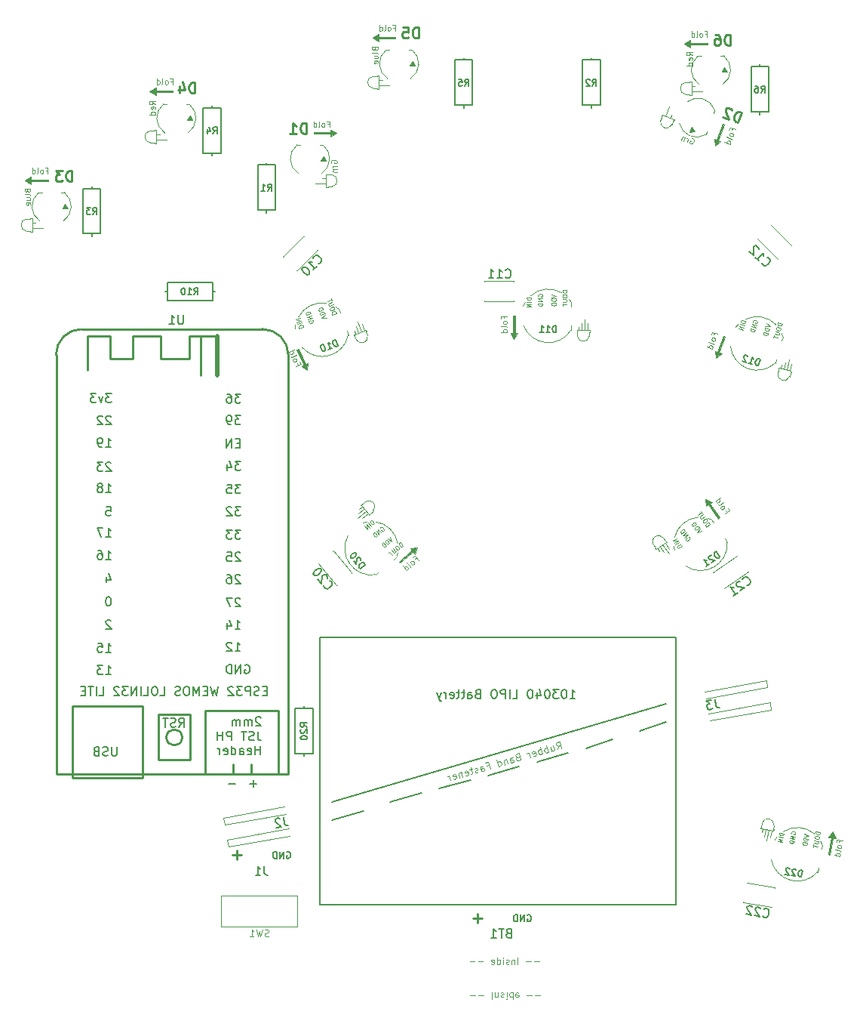
<source format=gbo>
G04 #@! TF.GenerationSoftware,KiCad,Pcbnew,7.0.10*
G04 #@! TF.CreationDate,2024-05-06T11:46:52-05:00*
G04 #@! TF.ProjectId,cowboys_vs_dinos,636f7762-6f79-4735-9f76-735f64696e6f,2*
G04 #@! TF.SameCoordinates,Original*
G04 #@! TF.FileFunction,Legend,Bot*
G04 #@! TF.FilePolarity,Positive*
%FSLAX46Y46*%
G04 Gerber Fmt 4.6, Leading zero omitted, Abs format (unit mm)*
G04 Created by KiCad (PCBNEW 7.0.10) date 2024-05-06 11:46:52*
%MOMM*%
%LPD*%
G01*
G04 APERTURE LIST*
%ADD10C,0.150000*%
%ADD11C,0.100000*%
%ADD12C,0.240000*%
%ADD13C,0.120000*%
%ADD14C,0.254000*%
%ADD15C,0.508000*%
%ADD16C,0.250000*%
G04 APERTURE END LIST*
D10*
X106500000Y-99500000D02*
X110000000Y-98500000D01*
X89000000Y-102500000D02*
X126500000Y-91500000D01*
X95500000Y-102500000D02*
X99000000Y-101500000D01*
X117500000Y-96500000D02*
X120500000Y-95500000D01*
X89000000Y-104500000D02*
X92500000Y-103500000D01*
X101000000Y-101000000D02*
X104500000Y-100000000D01*
X112000000Y-98000000D02*
X115500000Y-97000000D01*
X123500000Y-94500000D02*
X126500000Y-93500000D01*
D11*
X93774776Y-18037217D02*
X93805728Y-18130074D01*
X93805728Y-18130074D02*
X93836680Y-18161027D01*
X93836680Y-18161027D02*
X93898585Y-18191979D01*
X93898585Y-18191979D02*
X93991442Y-18191979D01*
X93991442Y-18191979D02*
X94053347Y-18161027D01*
X94053347Y-18161027D02*
X94084300Y-18130074D01*
X94084300Y-18130074D02*
X94115252Y-18068169D01*
X94115252Y-18068169D02*
X94115252Y-17820550D01*
X94115252Y-17820550D02*
X93465252Y-17820550D01*
X93465252Y-17820550D02*
X93465252Y-18037217D01*
X93465252Y-18037217D02*
X93496204Y-18099122D01*
X93496204Y-18099122D02*
X93527157Y-18130074D01*
X93527157Y-18130074D02*
X93589061Y-18161027D01*
X93589061Y-18161027D02*
X93650966Y-18161027D01*
X93650966Y-18161027D02*
X93712871Y-18130074D01*
X93712871Y-18130074D02*
X93743823Y-18099122D01*
X93743823Y-18099122D02*
X93774776Y-18037217D01*
X93774776Y-18037217D02*
X93774776Y-17820550D01*
X94115252Y-18563408D02*
X94084300Y-18501503D01*
X94084300Y-18501503D02*
X94022395Y-18470550D01*
X94022395Y-18470550D02*
X93465252Y-18470550D01*
X93681919Y-19089598D02*
X94115252Y-19089598D01*
X93681919Y-18811026D02*
X94022395Y-18811026D01*
X94022395Y-18811026D02*
X94084300Y-18841979D01*
X94084300Y-18841979D02*
X94115252Y-18903884D01*
X94115252Y-18903884D02*
X94115252Y-18996741D01*
X94115252Y-18996741D02*
X94084300Y-19058645D01*
X94084300Y-19058645D02*
X94053347Y-19089598D01*
X94084300Y-19646740D02*
X94115252Y-19584836D01*
X94115252Y-19584836D02*
X94115252Y-19461026D01*
X94115252Y-19461026D02*
X94084300Y-19399121D01*
X94084300Y-19399121D02*
X94022395Y-19368169D01*
X94022395Y-19368169D02*
X93774776Y-19368169D01*
X93774776Y-19368169D02*
X93712871Y-19399121D01*
X93712871Y-19399121D02*
X93681919Y-19461026D01*
X93681919Y-19461026D02*
X93681919Y-19584836D01*
X93681919Y-19584836D02*
X93712871Y-19646740D01*
X93712871Y-19646740D02*
X93774776Y-19677693D01*
X93774776Y-19677693D02*
X93836680Y-19677693D01*
X93836680Y-19677693D02*
X93898585Y-19368169D01*
X114285808Y-96597531D02*
X114437140Y-96157833D01*
X114725242Y-96471525D02*
X114504732Y-95702516D01*
X114504732Y-95702516D02*
X114211776Y-95786520D01*
X114211776Y-95786520D02*
X114149038Y-95844140D01*
X114149038Y-95844140D02*
X114122919Y-95891260D01*
X114122919Y-95891260D02*
X114107300Y-95974999D01*
X114107300Y-95974999D02*
X114138802Y-96084858D01*
X114138802Y-96084858D02*
X114196422Y-96147596D01*
X114196422Y-96147596D02*
X114243542Y-96173715D01*
X114243542Y-96173715D02*
X114327281Y-96189334D01*
X114327281Y-96189334D02*
X114620237Y-96105330D01*
X113479651Y-96273866D02*
X113626657Y-96786539D01*
X113809226Y-96179362D02*
X113924731Y-96582177D01*
X113924731Y-96582177D02*
X113909113Y-96665916D01*
X113909113Y-96665916D02*
X113846374Y-96723536D01*
X113846374Y-96723536D02*
X113736516Y-96755038D01*
X113736516Y-96755038D02*
X113652776Y-96739419D01*
X113652776Y-96739419D02*
X113605656Y-96713300D01*
X113260462Y-96891544D02*
X113039952Y-96122535D01*
X113123956Y-96415491D02*
X113040216Y-96399872D01*
X113040216Y-96399872D02*
X112893738Y-96441874D01*
X112893738Y-96441874D02*
X112831000Y-96499494D01*
X112831000Y-96499494D02*
X112804881Y-96546614D01*
X112804881Y-96546614D02*
X112789262Y-96630354D01*
X112789262Y-96630354D02*
X112852265Y-96850071D01*
X112852265Y-96850071D02*
X112909885Y-96912809D01*
X112909885Y-96912809D02*
X112957005Y-96938928D01*
X112957005Y-96938928D02*
X113040745Y-96954547D01*
X113040745Y-96954547D02*
X113187223Y-96912545D01*
X113187223Y-96912545D02*
X113249961Y-96854925D01*
X112564691Y-97091053D02*
X112344181Y-96322044D01*
X112428185Y-96615000D02*
X112344445Y-96599381D01*
X112344445Y-96599381D02*
X112197968Y-96641383D01*
X112197968Y-96641383D02*
X112135229Y-96699003D01*
X112135229Y-96699003D02*
X112109110Y-96746123D01*
X112109110Y-96746123D02*
X112093491Y-96829863D01*
X112093491Y-96829863D02*
X112156494Y-97049580D01*
X112156494Y-97049580D02*
X112214115Y-97112318D01*
X112214115Y-97112318D02*
X112261235Y-97138437D01*
X112261235Y-97138437D02*
X112344974Y-97154056D01*
X112344974Y-97154056D02*
X112491452Y-97112054D01*
X112491452Y-97112054D02*
X112554191Y-97054434D01*
X111565464Y-97337946D02*
X111649203Y-97353565D01*
X111649203Y-97353565D02*
X111795681Y-97311563D01*
X111795681Y-97311563D02*
X111858420Y-97253943D01*
X111858420Y-97253943D02*
X111874038Y-97170203D01*
X111874038Y-97170203D02*
X111790035Y-96877247D01*
X111790035Y-96877247D02*
X111732414Y-96814509D01*
X111732414Y-96814509D02*
X111648675Y-96798890D01*
X111648675Y-96798890D02*
X111502197Y-96840892D01*
X111502197Y-96840892D02*
X111439458Y-96898513D01*
X111439458Y-96898513D02*
X111423840Y-96982252D01*
X111423840Y-96982252D02*
X111444841Y-97055491D01*
X111444841Y-97055491D02*
X111832036Y-97023725D01*
X111209770Y-97479571D02*
X111062763Y-96966898D01*
X111104765Y-97113376D02*
X111047144Y-97050637D01*
X111047144Y-97050637D02*
X111000025Y-97024518D01*
X111000025Y-97024518D02*
X110916285Y-97008900D01*
X110916285Y-97008900D02*
X110843046Y-97029901D01*
X109775963Y-97454773D02*
X109676605Y-97522894D01*
X109676605Y-97522894D02*
X109650486Y-97570014D01*
X109650486Y-97570014D02*
X109634867Y-97653753D01*
X109634867Y-97653753D02*
X109666368Y-97763612D01*
X109666368Y-97763612D02*
X109723989Y-97826350D01*
X109723989Y-97826350D02*
X109771109Y-97852469D01*
X109771109Y-97852469D02*
X109854848Y-97868088D01*
X109854848Y-97868088D02*
X110147804Y-97784084D01*
X110147804Y-97784084D02*
X109927294Y-97015075D01*
X109927294Y-97015075D02*
X109670958Y-97088578D01*
X109670958Y-97088578D02*
X109608219Y-97146199D01*
X109608219Y-97146199D02*
X109582100Y-97193319D01*
X109582100Y-97193319D02*
X109566482Y-97277058D01*
X109566482Y-97277058D02*
X109587483Y-97350297D01*
X109587483Y-97350297D02*
X109645103Y-97413036D01*
X109645103Y-97413036D02*
X109692223Y-97439155D01*
X109692223Y-97439155D02*
X109775963Y-97454773D01*
X109775963Y-97454773D02*
X110032299Y-97381270D01*
X109049219Y-98099098D02*
X108933714Y-97696284D01*
X108933714Y-97696284D02*
X108949333Y-97612545D01*
X108949333Y-97612545D02*
X109012071Y-97554924D01*
X109012071Y-97554924D02*
X109158549Y-97512922D01*
X109158549Y-97512922D02*
X109242289Y-97528541D01*
X109038719Y-98062479D02*
X109122458Y-98078097D01*
X109122458Y-98078097D02*
X109305556Y-98025595D01*
X109305556Y-98025595D02*
X109368294Y-97967975D01*
X109368294Y-97967975D02*
X109383913Y-97884235D01*
X109383913Y-97884235D02*
X109362912Y-97810996D01*
X109362912Y-97810996D02*
X109305292Y-97748258D01*
X109305292Y-97748258D02*
X109221552Y-97732639D01*
X109221552Y-97732639D02*
X109038455Y-97785142D01*
X109038455Y-97785142D02*
X108954715Y-97769523D01*
X108536017Y-97691430D02*
X108683024Y-98204103D01*
X108557018Y-97764669D02*
X108509898Y-97738550D01*
X108509898Y-97738550D02*
X108426159Y-97722932D01*
X108426159Y-97722932D02*
X108316300Y-97754433D01*
X108316300Y-97754433D02*
X108253562Y-97812054D01*
X108253562Y-97812054D02*
X108237943Y-97895793D01*
X108237943Y-97895793D02*
X108353449Y-98298607D01*
X107657678Y-98498117D02*
X107437168Y-97729107D01*
X107647177Y-98461497D02*
X107730917Y-98477116D01*
X107730917Y-98477116D02*
X107877395Y-98435114D01*
X107877395Y-98435114D02*
X107940133Y-98377493D01*
X107940133Y-98377493D02*
X107966252Y-98330373D01*
X107966252Y-98330373D02*
X107981871Y-98246634D01*
X107981871Y-98246634D02*
X107918868Y-98026917D01*
X107918868Y-98026917D02*
X107861248Y-97964178D01*
X107861248Y-97964178D02*
X107814128Y-97938059D01*
X107814128Y-97938059D02*
X107730388Y-97922441D01*
X107730388Y-97922441D02*
X107583910Y-97964443D01*
X107583910Y-97964443D02*
X107521172Y-98022063D01*
X106333729Y-98441818D02*
X106590065Y-98368315D01*
X106705570Y-98771129D02*
X106485060Y-98002120D01*
X106485060Y-98002120D02*
X106118865Y-98107124D01*
X105716844Y-99054642D02*
X105601339Y-98651827D01*
X105601339Y-98651827D02*
X105616958Y-98568088D01*
X105616958Y-98568088D02*
X105679696Y-98510467D01*
X105679696Y-98510467D02*
X105826174Y-98468465D01*
X105826174Y-98468465D02*
X105909914Y-98484084D01*
X105706344Y-99018022D02*
X105790083Y-99033641D01*
X105790083Y-99033641D02*
X105973181Y-98981138D01*
X105973181Y-98981138D02*
X106035919Y-98923518D01*
X106035919Y-98923518D02*
X106051538Y-98839778D01*
X106051538Y-98839778D02*
X106030537Y-98766539D01*
X106030537Y-98766539D02*
X105972916Y-98703801D01*
X105972916Y-98703801D02*
X105889177Y-98688182D01*
X105889177Y-98688182D02*
X105706079Y-98740685D01*
X105706079Y-98740685D02*
X105622340Y-98725066D01*
X105376768Y-99112526D02*
X105314029Y-99170147D01*
X105314029Y-99170147D02*
X105167551Y-99212149D01*
X105167551Y-99212149D02*
X105083812Y-99196530D01*
X105083812Y-99196530D02*
X105026192Y-99133792D01*
X105026192Y-99133792D02*
X105015691Y-99097172D01*
X105015691Y-99097172D02*
X105031310Y-99013433D01*
X105031310Y-99013433D02*
X105094048Y-98955812D01*
X105094048Y-98955812D02*
X105203907Y-98924311D01*
X105203907Y-98924311D02*
X105266645Y-98866690D01*
X105266645Y-98866690D02*
X105282264Y-98782951D01*
X105282264Y-98782951D02*
X105271763Y-98746332D01*
X105271763Y-98746332D02*
X105214143Y-98683593D01*
X105214143Y-98683593D02*
X105130403Y-98667974D01*
X105130403Y-98667974D02*
X105020545Y-98699476D01*
X105020545Y-98699476D02*
X104957806Y-98757096D01*
X104690969Y-98793980D02*
X104398013Y-98877984D01*
X104507608Y-98569145D02*
X104696616Y-99228296D01*
X104696616Y-99228296D02*
X104680998Y-99312035D01*
X104680998Y-99312035D02*
X104618259Y-99369656D01*
X104618259Y-99369656D02*
X104545020Y-99390657D01*
X103985227Y-99511544D02*
X104068967Y-99527163D01*
X104068967Y-99527163D02*
X104215445Y-99485161D01*
X104215445Y-99485161D02*
X104278183Y-99427541D01*
X104278183Y-99427541D02*
X104293802Y-99343801D01*
X104293802Y-99343801D02*
X104209798Y-99050845D01*
X104209798Y-99050845D02*
X104152177Y-98988107D01*
X104152177Y-98988107D02*
X104068438Y-98972488D01*
X104068438Y-98972488D02*
X103921960Y-99014490D01*
X103921960Y-99014490D02*
X103859221Y-99072110D01*
X103859221Y-99072110D02*
X103843603Y-99155850D01*
X103843603Y-99155850D02*
X103864604Y-99229089D01*
X103864604Y-99229089D02*
X104251800Y-99197323D01*
X103482526Y-99140496D02*
X103629533Y-99653169D01*
X103503527Y-99213735D02*
X103456407Y-99187616D01*
X103456407Y-99187616D02*
X103372668Y-99171997D01*
X103372668Y-99171997D02*
X103262809Y-99203498D01*
X103262809Y-99203498D02*
X103200071Y-99261119D01*
X103200071Y-99261119D02*
X103184452Y-99344858D01*
X103184452Y-99344858D02*
X103299957Y-99747673D01*
X102630306Y-99900062D02*
X102714045Y-99915680D01*
X102714045Y-99915680D02*
X102860523Y-99873679D01*
X102860523Y-99873679D02*
X102923262Y-99816058D01*
X102923262Y-99816058D02*
X102938880Y-99732319D01*
X102938880Y-99732319D02*
X102854876Y-99439363D01*
X102854876Y-99439363D02*
X102797256Y-99376624D01*
X102797256Y-99376624D02*
X102713516Y-99361006D01*
X102713516Y-99361006D02*
X102567039Y-99403008D01*
X102567039Y-99403008D02*
X102504300Y-99460628D01*
X102504300Y-99460628D02*
X102488681Y-99544367D01*
X102488681Y-99544367D02*
X102509682Y-99617606D01*
X102509682Y-99617606D02*
X102896878Y-99585841D01*
X102274611Y-100041686D02*
X102127605Y-99529013D01*
X102169607Y-99675491D02*
X102111986Y-99612753D01*
X102111986Y-99612753D02*
X102064866Y-99586634D01*
X102064866Y-99586634D02*
X101981127Y-99571015D01*
X101981127Y-99571015D02*
X101907888Y-99592016D01*
X129415252Y-18791979D02*
X129105728Y-18575312D01*
X129415252Y-18420550D02*
X128765252Y-18420550D01*
X128765252Y-18420550D02*
X128765252Y-18668169D01*
X128765252Y-18668169D02*
X128796204Y-18730074D01*
X128796204Y-18730074D02*
X128827157Y-18761027D01*
X128827157Y-18761027D02*
X128889061Y-18791979D01*
X128889061Y-18791979D02*
X128981919Y-18791979D01*
X128981919Y-18791979D02*
X129043823Y-18761027D01*
X129043823Y-18761027D02*
X129074776Y-18730074D01*
X129074776Y-18730074D02*
X129105728Y-18668169D01*
X129105728Y-18668169D02*
X129105728Y-18420550D01*
X129384300Y-19318169D02*
X129415252Y-19256265D01*
X129415252Y-19256265D02*
X129415252Y-19132455D01*
X129415252Y-19132455D02*
X129384300Y-19070550D01*
X129384300Y-19070550D02*
X129322395Y-19039598D01*
X129322395Y-19039598D02*
X129074776Y-19039598D01*
X129074776Y-19039598D02*
X129012871Y-19070550D01*
X129012871Y-19070550D02*
X128981919Y-19132455D01*
X128981919Y-19132455D02*
X128981919Y-19256265D01*
X128981919Y-19256265D02*
X129012871Y-19318169D01*
X129012871Y-19318169D02*
X129074776Y-19349122D01*
X129074776Y-19349122D02*
X129136680Y-19349122D01*
X129136680Y-19349122D02*
X129198585Y-19039598D01*
X129415252Y-19906265D02*
X128765252Y-19906265D01*
X129384300Y-19906265D02*
X129415252Y-19844360D01*
X129415252Y-19844360D02*
X129415252Y-19720551D01*
X129415252Y-19720551D02*
X129384300Y-19658646D01*
X129384300Y-19658646D02*
X129353347Y-19627693D01*
X129353347Y-19627693D02*
X129291442Y-19596741D01*
X129291442Y-19596741D02*
X129105728Y-19596741D01*
X129105728Y-19596741D02*
X129043823Y-19627693D01*
X129043823Y-19627693D02*
X129012871Y-19658646D01*
X129012871Y-19658646D02*
X128981919Y-19720551D01*
X128981919Y-19720551D02*
X128981919Y-19844360D01*
X128981919Y-19844360D02*
X129012871Y-19906265D01*
X104494360Y-124132700D02*
X105065789Y-124132700D01*
X105422931Y-124132700D02*
X105994360Y-124132700D01*
X106922931Y-123846985D02*
X106922931Y-124596985D01*
X107280074Y-124346985D02*
X107280074Y-123846985D01*
X107280074Y-124275557D02*
X107315788Y-124311271D01*
X107315788Y-124311271D02*
X107387217Y-124346985D01*
X107387217Y-124346985D02*
X107494360Y-124346985D01*
X107494360Y-124346985D02*
X107565788Y-124311271D01*
X107565788Y-124311271D02*
X107601503Y-124239842D01*
X107601503Y-124239842D02*
X107601503Y-123846985D01*
X107922931Y-123882700D02*
X107994359Y-123846985D01*
X107994359Y-123846985D02*
X108137216Y-123846985D01*
X108137216Y-123846985D02*
X108208645Y-123882700D01*
X108208645Y-123882700D02*
X108244359Y-123954128D01*
X108244359Y-123954128D02*
X108244359Y-123989842D01*
X108244359Y-123989842D02*
X108208645Y-124061271D01*
X108208645Y-124061271D02*
X108137216Y-124096985D01*
X108137216Y-124096985D02*
X108030074Y-124096985D01*
X108030074Y-124096985D02*
X107958645Y-124132700D01*
X107958645Y-124132700D02*
X107922931Y-124204128D01*
X107922931Y-124204128D02*
X107922931Y-124239842D01*
X107922931Y-124239842D02*
X107958645Y-124311271D01*
X107958645Y-124311271D02*
X108030074Y-124346985D01*
X108030074Y-124346985D02*
X108137216Y-124346985D01*
X108137216Y-124346985D02*
X108208645Y-124311271D01*
X108565788Y-123846985D02*
X108565788Y-124346985D01*
X108565788Y-124596985D02*
X108530074Y-124561271D01*
X108530074Y-124561271D02*
X108565788Y-124525557D01*
X108565788Y-124525557D02*
X108601502Y-124561271D01*
X108601502Y-124561271D02*
X108565788Y-124596985D01*
X108565788Y-124596985D02*
X108565788Y-124525557D01*
X109244360Y-123846985D02*
X109244360Y-124596985D01*
X109244360Y-123882700D02*
X109172931Y-123846985D01*
X109172931Y-123846985D02*
X109030074Y-123846985D01*
X109030074Y-123846985D02*
X108958645Y-123882700D01*
X108958645Y-123882700D02*
X108922931Y-123918414D01*
X108922931Y-123918414D02*
X108887217Y-123989842D01*
X108887217Y-123989842D02*
X108887217Y-124204128D01*
X108887217Y-124204128D02*
X108922931Y-124275557D01*
X108922931Y-124275557D02*
X108958645Y-124311271D01*
X108958645Y-124311271D02*
X109030074Y-124346985D01*
X109030074Y-124346985D02*
X109172931Y-124346985D01*
X109172931Y-124346985D02*
X109244360Y-124311271D01*
X109887216Y-123882700D02*
X109815788Y-123846985D01*
X109815788Y-123846985D02*
X109672931Y-123846985D01*
X109672931Y-123846985D02*
X109601502Y-123882700D01*
X109601502Y-123882700D02*
X109565788Y-123954128D01*
X109565788Y-123954128D02*
X109565788Y-124239842D01*
X109565788Y-124239842D02*
X109601502Y-124311271D01*
X109601502Y-124311271D02*
X109672931Y-124346985D01*
X109672931Y-124346985D02*
X109815788Y-124346985D01*
X109815788Y-124346985D02*
X109887216Y-124311271D01*
X109887216Y-124311271D02*
X109922931Y-124239842D01*
X109922931Y-124239842D02*
X109922931Y-124168414D01*
X109922931Y-124168414D02*
X109565788Y-124096985D01*
X110815788Y-124132700D02*
X111387217Y-124132700D01*
X111744359Y-124132700D02*
X112315788Y-124132700D01*
X129313519Y-28046766D02*
X129382276Y-28038853D01*
X129382276Y-28038853D02*
X129469534Y-28070612D01*
X129469534Y-28070612D02*
X129546204Y-28131456D01*
X129546204Y-28131456D02*
X129583203Y-28210801D01*
X129583203Y-28210801D02*
X129591116Y-28279558D01*
X129591116Y-28279558D02*
X129577857Y-28406488D01*
X129577857Y-28406488D02*
X129546098Y-28493745D01*
X129546098Y-28493745D02*
X129474667Y-28599501D01*
X129474667Y-28599501D02*
X129424408Y-28647086D01*
X129424408Y-28647086D02*
X129345064Y-28684085D01*
X129345064Y-28684085D02*
X129247220Y-28681412D01*
X129247220Y-28681412D02*
X129189049Y-28660239D01*
X129189049Y-28660239D02*
X129112378Y-28599394D01*
X129112378Y-28599394D02*
X129093879Y-28559722D01*
X129093879Y-28559722D02*
X129167983Y-28356122D01*
X129167983Y-28356122D02*
X129284326Y-28398468D01*
X128810935Y-28522617D02*
X128959143Y-28115417D01*
X128916798Y-28231760D02*
X128908885Y-28163002D01*
X128908885Y-28163002D02*
X128890386Y-28123330D01*
X128890386Y-28123330D02*
X128842800Y-28073071D01*
X128842800Y-28073071D02*
X128784629Y-28051899D01*
X128581029Y-27977794D02*
X128432820Y-28384994D01*
X128559856Y-28035966D02*
X128541357Y-27996294D01*
X128541357Y-27996294D02*
X128493772Y-27946035D01*
X128493772Y-27946035D02*
X128406515Y-27914276D01*
X128406515Y-27914276D02*
X128337757Y-27922189D01*
X128337757Y-27922189D02*
X128287498Y-27969774D01*
X128287498Y-27969774D02*
X128171049Y-28289717D01*
X112255639Y-120367300D02*
X111684211Y-120367300D01*
X111327068Y-120367300D02*
X110755640Y-120367300D01*
X109827068Y-120653014D02*
X109827068Y-119903014D01*
X109469925Y-120153014D02*
X109469925Y-120653014D01*
X109469925Y-120224442D02*
X109434211Y-120188728D01*
X109434211Y-120188728D02*
X109362782Y-120153014D01*
X109362782Y-120153014D02*
X109255639Y-120153014D01*
X109255639Y-120153014D02*
X109184211Y-120188728D01*
X109184211Y-120188728D02*
X109148497Y-120260157D01*
X109148497Y-120260157D02*
X109148497Y-120653014D01*
X108827068Y-120617300D02*
X108755640Y-120653014D01*
X108755640Y-120653014D02*
X108612783Y-120653014D01*
X108612783Y-120653014D02*
X108541354Y-120617300D01*
X108541354Y-120617300D02*
X108505640Y-120545871D01*
X108505640Y-120545871D02*
X108505640Y-120510157D01*
X108505640Y-120510157D02*
X108541354Y-120438728D01*
X108541354Y-120438728D02*
X108612783Y-120403014D01*
X108612783Y-120403014D02*
X108719926Y-120403014D01*
X108719926Y-120403014D02*
X108791354Y-120367300D01*
X108791354Y-120367300D02*
X108827068Y-120295871D01*
X108827068Y-120295871D02*
X108827068Y-120260157D01*
X108827068Y-120260157D02*
X108791354Y-120188728D01*
X108791354Y-120188728D02*
X108719926Y-120153014D01*
X108719926Y-120153014D02*
X108612783Y-120153014D01*
X108612783Y-120153014D02*
X108541354Y-120188728D01*
X108184211Y-120653014D02*
X108184211Y-120153014D01*
X108184211Y-119903014D02*
X108219925Y-119938728D01*
X108219925Y-119938728D02*
X108184211Y-119974442D01*
X108184211Y-119974442D02*
X108148497Y-119938728D01*
X108148497Y-119938728D02*
X108184211Y-119903014D01*
X108184211Y-119903014D02*
X108184211Y-119974442D01*
X107505640Y-120653014D02*
X107505640Y-119903014D01*
X107505640Y-120617300D02*
X107577068Y-120653014D01*
X107577068Y-120653014D02*
X107719925Y-120653014D01*
X107719925Y-120653014D02*
X107791354Y-120617300D01*
X107791354Y-120617300D02*
X107827068Y-120581585D01*
X107827068Y-120581585D02*
X107862782Y-120510157D01*
X107862782Y-120510157D02*
X107862782Y-120295871D01*
X107862782Y-120295871D02*
X107827068Y-120224442D01*
X107827068Y-120224442D02*
X107791354Y-120188728D01*
X107791354Y-120188728D02*
X107719925Y-120153014D01*
X107719925Y-120153014D02*
X107577068Y-120153014D01*
X107577068Y-120153014D02*
X107505640Y-120188728D01*
X106862783Y-120617300D02*
X106934211Y-120653014D01*
X106934211Y-120653014D02*
X107077069Y-120653014D01*
X107077069Y-120653014D02*
X107148497Y-120617300D01*
X107148497Y-120617300D02*
X107184211Y-120545871D01*
X107184211Y-120545871D02*
X107184211Y-120260157D01*
X107184211Y-120260157D02*
X107148497Y-120188728D01*
X107148497Y-120188728D02*
X107077069Y-120153014D01*
X107077069Y-120153014D02*
X106934211Y-120153014D01*
X106934211Y-120153014D02*
X106862783Y-120188728D01*
X106862783Y-120188728D02*
X106827069Y-120260157D01*
X106827069Y-120260157D02*
X106827069Y-120331585D01*
X106827069Y-120331585D02*
X107184211Y-120403014D01*
X105934211Y-120367300D02*
X105362783Y-120367300D01*
X105005640Y-120367300D02*
X104434212Y-120367300D01*
X88896204Y-30861027D02*
X88865252Y-30799122D01*
X88865252Y-30799122D02*
X88865252Y-30706265D01*
X88865252Y-30706265D02*
X88896204Y-30613408D01*
X88896204Y-30613408D02*
X88958109Y-30551503D01*
X88958109Y-30551503D02*
X89020014Y-30520550D01*
X89020014Y-30520550D02*
X89143823Y-30489598D01*
X89143823Y-30489598D02*
X89236680Y-30489598D01*
X89236680Y-30489598D02*
X89360490Y-30520550D01*
X89360490Y-30520550D02*
X89422395Y-30551503D01*
X89422395Y-30551503D02*
X89484300Y-30613408D01*
X89484300Y-30613408D02*
X89515252Y-30706265D01*
X89515252Y-30706265D02*
X89515252Y-30768169D01*
X89515252Y-30768169D02*
X89484300Y-30861027D01*
X89484300Y-30861027D02*
X89453347Y-30891979D01*
X89453347Y-30891979D02*
X89236680Y-30891979D01*
X89236680Y-30891979D02*
X89236680Y-30768169D01*
X89515252Y-31170550D02*
X89081919Y-31170550D01*
X89205728Y-31170550D02*
X89143823Y-31201503D01*
X89143823Y-31201503D02*
X89112871Y-31232455D01*
X89112871Y-31232455D02*
X89081919Y-31294360D01*
X89081919Y-31294360D02*
X89081919Y-31356265D01*
X89081919Y-31572931D02*
X89515252Y-31572931D01*
X89143823Y-31572931D02*
X89112871Y-31603884D01*
X89112871Y-31603884D02*
X89081919Y-31665789D01*
X89081919Y-31665789D02*
X89081919Y-31758646D01*
X89081919Y-31758646D02*
X89112871Y-31820550D01*
X89112871Y-31820550D02*
X89174776Y-31851503D01*
X89174776Y-31851503D02*
X89515252Y-31851503D01*
X69115252Y-24291979D02*
X68805728Y-24075312D01*
X69115252Y-23920550D02*
X68465252Y-23920550D01*
X68465252Y-23920550D02*
X68465252Y-24168169D01*
X68465252Y-24168169D02*
X68496204Y-24230074D01*
X68496204Y-24230074D02*
X68527157Y-24261027D01*
X68527157Y-24261027D02*
X68589061Y-24291979D01*
X68589061Y-24291979D02*
X68681919Y-24291979D01*
X68681919Y-24291979D02*
X68743823Y-24261027D01*
X68743823Y-24261027D02*
X68774776Y-24230074D01*
X68774776Y-24230074D02*
X68805728Y-24168169D01*
X68805728Y-24168169D02*
X68805728Y-23920550D01*
X69084300Y-24818169D02*
X69115252Y-24756265D01*
X69115252Y-24756265D02*
X69115252Y-24632455D01*
X69115252Y-24632455D02*
X69084300Y-24570550D01*
X69084300Y-24570550D02*
X69022395Y-24539598D01*
X69022395Y-24539598D02*
X68774776Y-24539598D01*
X68774776Y-24539598D02*
X68712871Y-24570550D01*
X68712871Y-24570550D02*
X68681919Y-24632455D01*
X68681919Y-24632455D02*
X68681919Y-24756265D01*
X68681919Y-24756265D02*
X68712871Y-24818169D01*
X68712871Y-24818169D02*
X68774776Y-24849122D01*
X68774776Y-24849122D02*
X68836680Y-24849122D01*
X68836680Y-24849122D02*
X68898585Y-24539598D01*
X69115252Y-25406265D02*
X68465252Y-25406265D01*
X69084300Y-25406265D02*
X69115252Y-25344360D01*
X69115252Y-25344360D02*
X69115252Y-25220551D01*
X69115252Y-25220551D02*
X69084300Y-25158646D01*
X69084300Y-25158646D02*
X69053347Y-25127693D01*
X69053347Y-25127693D02*
X68991442Y-25096741D01*
X68991442Y-25096741D02*
X68805728Y-25096741D01*
X68805728Y-25096741D02*
X68743823Y-25127693D01*
X68743823Y-25127693D02*
X68712871Y-25158646D01*
X68712871Y-25158646D02*
X68681919Y-25220551D01*
X68681919Y-25220551D02*
X68681919Y-25344360D01*
X68681919Y-25344360D02*
X68712871Y-25406265D01*
X54774776Y-33937217D02*
X54805728Y-34030074D01*
X54805728Y-34030074D02*
X54836680Y-34061027D01*
X54836680Y-34061027D02*
X54898585Y-34091979D01*
X54898585Y-34091979D02*
X54991442Y-34091979D01*
X54991442Y-34091979D02*
X55053347Y-34061027D01*
X55053347Y-34061027D02*
X55084300Y-34030074D01*
X55084300Y-34030074D02*
X55115252Y-33968169D01*
X55115252Y-33968169D02*
X55115252Y-33720550D01*
X55115252Y-33720550D02*
X54465252Y-33720550D01*
X54465252Y-33720550D02*
X54465252Y-33937217D01*
X54465252Y-33937217D02*
X54496204Y-33999122D01*
X54496204Y-33999122D02*
X54527157Y-34030074D01*
X54527157Y-34030074D02*
X54589061Y-34061027D01*
X54589061Y-34061027D02*
X54650966Y-34061027D01*
X54650966Y-34061027D02*
X54712871Y-34030074D01*
X54712871Y-34030074D02*
X54743823Y-33999122D01*
X54743823Y-33999122D02*
X54774776Y-33937217D01*
X54774776Y-33937217D02*
X54774776Y-33720550D01*
X55115252Y-34463408D02*
X55084300Y-34401503D01*
X55084300Y-34401503D02*
X55022395Y-34370550D01*
X55022395Y-34370550D02*
X54465252Y-34370550D01*
X54681919Y-34989598D02*
X55115252Y-34989598D01*
X54681919Y-34711026D02*
X55022395Y-34711026D01*
X55022395Y-34711026D02*
X55084300Y-34741979D01*
X55084300Y-34741979D02*
X55115252Y-34803884D01*
X55115252Y-34803884D02*
X55115252Y-34896741D01*
X55115252Y-34896741D02*
X55084300Y-34958645D01*
X55084300Y-34958645D02*
X55053347Y-34989598D01*
X55084300Y-35546740D02*
X55115252Y-35484836D01*
X55115252Y-35484836D02*
X55115252Y-35361026D01*
X55115252Y-35361026D02*
X55084300Y-35299121D01*
X55084300Y-35299121D02*
X55022395Y-35268169D01*
X55022395Y-35268169D02*
X54774776Y-35268169D01*
X54774776Y-35268169D02*
X54712871Y-35299121D01*
X54712871Y-35299121D02*
X54681919Y-35361026D01*
X54681919Y-35361026D02*
X54681919Y-35484836D01*
X54681919Y-35484836D02*
X54712871Y-35546740D01*
X54712871Y-35546740D02*
X54774776Y-35577693D01*
X54774776Y-35577693D02*
X54836680Y-35577693D01*
X54836680Y-35577693D02*
X54898585Y-35268169D01*
D12*
X73585713Y-23012662D02*
X73585713Y-21812662D01*
X73585713Y-21812662D02*
X73299999Y-21812662D01*
X73299999Y-21812662D02*
X73128570Y-21869805D01*
X73128570Y-21869805D02*
X73014285Y-21984091D01*
X73014285Y-21984091D02*
X72957142Y-22098377D01*
X72957142Y-22098377D02*
X72899999Y-22326948D01*
X72899999Y-22326948D02*
X72899999Y-22498377D01*
X72899999Y-22498377D02*
X72957142Y-22726948D01*
X72957142Y-22726948D02*
X73014285Y-22841234D01*
X73014285Y-22841234D02*
X73128570Y-22955520D01*
X73128570Y-22955520D02*
X73299999Y-23012662D01*
X73299999Y-23012662D02*
X73585713Y-23012662D01*
X71871428Y-22212662D02*
X71871428Y-23012662D01*
X72157142Y-21755520D02*
X72442856Y-22612662D01*
X72442856Y-22612662D02*
X71699999Y-22612662D01*
X134546697Y-26312868D02*
X134957121Y-25185237D01*
X134957121Y-25185237D02*
X134688637Y-25087517D01*
X134688637Y-25087517D02*
X134508003Y-25082581D01*
X134508003Y-25082581D02*
X134361521Y-25150887D01*
X134361521Y-25150887D02*
X134268737Y-25238736D01*
X134268737Y-25238736D02*
X134136864Y-25433979D01*
X134136864Y-25433979D02*
X134078232Y-25595069D01*
X134078232Y-25595069D02*
X134053753Y-25829400D01*
X134053753Y-25829400D02*
X134068361Y-25956337D01*
X134068361Y-25956337D02*
X134136667Y-26102819D01*
X134136667Y-26102819D02*
X134278213Y-26215148D01*
X134278213Y-26215148D02*
X134546697Y-26312868D01*
X133844098Y-24901750D02*
X133809946Y-24828509D01*
X133809946Y-24828509D02*
X133722096Y-24735724D01*
X133722096Y-24735724D02*
X133453612Y-24638004D01*
X133453612Y-24638004D02*
X133326675Y-24652613D01*
X133326675Y-24652613D02*
X133253434Y-24686766D01*
X133253434Y-24686766D02*
X133160650Y-24774615D01*
X133160650Y-24774615D02*
X133121562Y-24882009D01*
X133121562Y-24882009D02*
X133116626Y-25062643D01*
X133116626Y-25062643D02*
X133526459Y-25941532D01*
X133526459Y-25941532D02*
X132828401Y-25687459D01*
D10*
X114140714Y-49829164D02*
X114140714Y-49079164D01*
X114140714Y-49079164D02*
X113962143Y-49079164D01*
X113962143Y-49079164D02*
X113855000Y-49114878D01*
X113855000Y-49114878D02*
X113783571Y-49186307D01*
X113783571Y-49186307D02*
X113747857Y-49257735D01*
X113747857Y-49257735D02*
X113712143Y-49400592D01*
X113712143Y-49400592D02*
X113712143Y-49507735D01*
X113712143Y-49507735D02*
X113747857Y-49650592D01*
X113747857Y-49650592D02*
X113783571Y-49722021D01*
X113783571Y-49722021D02*
X113855000Y-49793450D01*
X113855000Y-49793450D02*
X113962143Y-49829164D01*
X113962143Y-49829164D02*
X114140714Y-49829164D01*
X112997857Y-49829164D02*
X113426428Y-49829164D01*
X113212143Y-49829164D02*
X113212143Y-49079164D01*
X113212143Y-49079164D02*
X113283571Y-49186307D01*
X113283571Y-49186307D02*
X113355000Y-49257735D01*
X113355000Y-49257735D02*
X113426428Y-49293450D01*
X112283571Y-49829164D02*
X112712142Y-49829164D01*
X112497857Y-49829164D02*
X112497857Y-49079164D01*
X112497857Y-49079164D02*
X112569285Y-49186307D01*
X112569285Y-49186307D02*
X112640714Y-49257735D01*
X112640714Y-49257735D02*
X112712142Y-49293450D01*
D11*
X113611109Y-45558334D02*
X114111109Y-45725000D01*
X114111109Y-45725000D02*
X113611109Y-45891667D01*
X114111109Y-46058333D02*
X113611109Y-46058333D01*
X113611109Y-46058333D02*
X113611109Y-46177381D01*
X113611109Y-46177381D02*
X113634919Y-46248809D01*
X113634919Y-46248809D02*
X113682538Y-46296428D01*
X113682538Y-46296428D02*
X113730157Y-46320238D01*
X113730157Y-46320238D02*
X113825395Y-46344047D01*
X113825395Y-46344047D02*
X113896823Y-46344047D01*
X113896823Y-46344047D02*
X113992061Y-46320238D01*
X113992061Y-46320238D02*
X114039680Y-46296428D01*
X114039680Y-46296428D02*
X114087300Y-46248809D01*
X114087300Y-46248809D02*
X114111109Y-46177381D01*
X114111109Y-46177381D02*
X114111109Y-46058333D01*
X114111109Y-46558333D02*
X113611109Y-46558333D01*
X113611109Y-46558333D02*
X113611109Y-46677381D01*
X113611109Y-46677381D02*
X113634919Y-46748809D01*
X113634919Y-46748809D02*
X113682538Y-46796428D01*
X113682538Y-46796428D02*
X113730157Y-46820238D01*
X113730157Y-46820238D02*
X113825395Y-46844047D01*
X113825395Y-46844047D02*
X113896823Y-46844047D01*
X113896823Y-46844047D02*
X113992061Y-46820238D01*
X113992061Y-46820238D02*
X114039680Y-46796428D01*
X114039680Y-46796428D02*
X114087300Y-46748809D01*
X114087300Y-46748809D02*
X114111109Y-46677381D01*
X114111109Y-46677381D02*
X114111109Y-46558333D01*
X115336109Y-45104761D02*
X114836109Y-45104761D01*
X114836109Y-45104761D02*
X114836109Y-45223809D01*
X114836109Y-45223809D02*
X114859919Y-45295237D01*
X114859919Y-45295237D02*
X114907538Y-45342856D01*
X114907538Y-45342856D02*
X114955157Y-45366666D01*
X114955157Y-45366666D02*
X115050395Y-45390475D01*
X115050395Y-45390475D02*
X115121823Y-45390475D01*
X115121823Y-45390475D02*
X115217061Y-45366666D01*
X115217061Y-45366666D02*
X115264680Y-45342856D01*
X115264680Y-45342856D02*
X115312300Y-45295237D01*
X115312300Y-45295237D02*
X115336109Y-45223809D01*
X115336109Y-45223809D02*
X115336109Y-45104761D01*
X114836109Y-45699999D02*
X114836109Y-45795237D01*
X114836109Y-45795237D02*
X114859919Y-45842856D01*
X114859919Y-45842856D02*
X114907538Y-45890475D01*
X114907538Y-45890475D02*
X115002776Y-45914285D01*
X115002776Y-45914285D02*
X115169442Y-45914285D01*
X115169442Y-45914285D02*
X115264680Y-45890475D01*
X115264680Y-45890475D02*
X115312300Y-45842856D01*
X115312300Y-45842856D02*
X115336109Y-45795237D01*
X115336109Y-45795237D02*
X115336109Y-45699999D01*
X115336109Y-45699999D02*
X115312300Y-45652380D01*
X115312300Y-45652380D02*
X115264680Y-45604761D01*
X115264680Y-45604761D02*
X115169442Y-45580952D01*
X115169442Y-45580952D02*
X115002776Y-45580952D01*
X115002776Y-45580952D02*
X114907538Y-45604761D01*
X114907538Y-45604761D02*
X114859919Y-45652380D01*
X114859919Y-45652380D02*
X114836109Y-45699999D01*
X114836109Y-46128571D02*
X115240871Y-46128571D01*
X115240871Y-46128571D02*
X115288490Y-46152381D01*
X115288490Y-46152381D02*
X115312300Y-46176190D01*
X115312300Y-46176190D02*
X115336109Y-46223809D01*
X115336109Y-46223809D02*
X115336109Y-46319047D01*
X115336109Y-46319047D02*
X115312300Y-46366666D01*
X115312300Y-46366666D02*
X115288490Y-46390476D01*
X115288490Y-46390476D02*
X115240871Y-46414285D01*
X115240871Y-46414285D02*
X114836109Y-46414285D01*
X114836109Y-46580953D02*
X114836109Y-46866667D01*
X115336109Y-46723810D02*
X114836109Y-46723810D01*
X111336109Y-45938095D02*
X110836109Y-45938095D01*
X110836109Y-45938095D02*
X110836109Y-46057143D01*
X110836109Y-46057143D02*
X110859919Y-46128571D01*
X110859919Y-46128571D02*
X110907538Y-46176190D01*
X110907538Y-46176190D02*
X110955157Y-46200000D01*
X110955157Y-46200000D02*
X111050395Y-46223809D01*
X111050395Y-46223809D02*
X111121823Y-46223809D01*
X111121823Y-46223809D02*
X111217061Y-46200000D01*
X111217061Y-46200000D02*
X111264680Y-46176190D01*
X111264680Y-46176190D02*
X111312300Y-46128571D01*
X111312300Y-46128571D02*
X111336109Y-46057143D01*
X111336109Y-46057143D02*
X111336109Y-45938095D01*
X111336109Y-46438095D02*
X110836109Y-46438095D01*
X111336109Y-46676190D02*
X110836109Y-46676190D01*
X110836109Y-46676190D02*
X111336109Y-46961904D01*
X111336109Y-46961904D02*
X110836109Y-46961904D01*
X112134919Y-45819047D02*
X112111109Y-45771428D01*
X112111109Y-45771428D02*
X112111109Y-45699999D01*
X112111109Y-45699999D02*
X112134919Y-45628571D01*
X112134919Y-45628571D02*
X112182538Y-45580952D01*
X112182538Y-45580952D02*
X112230157Y-45557142D01*
X112230157Y-45557142D02*
X112325395Y-45533333D01*
X112325395Y-45533333D02*
X112396823Y-45533333D01*
X112396823Y-45533333D02*
X112492061Y-45557142D01*
X112492061Y-45557142D02*
X112539680Y-45580952D01*
X112539680Y-45580952D02*
X112587300Y-45628571D01*
X112587300Y-45628571D02*
X112611109Y-45699999D01*
X112611109Y-45699999D02*
X112611109Y-45747618D01*
X112611109Y-45747618D02*
X112587300Y-45819047D01*
X112587300Y-45819047D02*
X112563490Y-45842856D01*
X112563490Y-45842856D02*
X112396823Y-45842856D01*
X112396823Y-45842856D02*
X112396823Y-45747618D01*
X112611109Y-46057142D02*
X112111109Y-46057142D01*
X112111109Y-46057142D02*
X112611109Y-46342856D01*
X112611109Y-46342856D02*
X112111109Y-46342856D01*
X112611109Y-46580952D02*
X112111109Y-46580952D01*
X112111109Y-46580952D02*
X112111109Y-46700000D01*
X112111109Y-46700000D02*
X112134919Y-46771428D01*
X112134919Y-46771428D02*
X112182538Y-46819047D01*
X112182538Y-46819047D02*
X112230157Y-46842857D01*
X112230157Y-46842857D02*
X112325395Y-46866666D01*
X112325395Y-46866666D02*
X112396823Y-46866666D01*
X112396823Y-46866666D02*
X112492061Y-46842857D01*
X112492061Y-46842857D02*
X112539680Y-46819047D01*
X112539680Y-46819047D02*
X112587300Y-46771428D01*
X112587300Y-46771428D02*
X112611109Y-46700000D01*
X112611109Y-46700000D02*
X112611109Y-46580952D01*
D10*
X83533599Y-104205218D02*
X83657634Y-104908652D01*
X83657634Y-104908652D02*
X83729336Y-105041070D01*
X83729336Y-105041070D02*
X83839665Y-105118324D01*
X83839665Y-105118324D02*
X83988621Y-105140412D01*
X83988621Y-105140412D02*
X84082412Y-105123874D01*
X83128076Y-104373430D02*
X83072912Y-104334804D01*
X83072912Y-104334804D02*
X82970852Y-104304446D01*
X82970852Y-104304446D02*
X82736374Y-104345791D01*
X82736374Y-104345791D02*
X82650851Y-104409224D01*
X82650851Y-104409224D02*
X82612225Y-104464389D01*
X82612225Y-104464389D02*
X82581867Y-104566449D01*
X82581867Y-104566449D02*
X82598405Y-104660240D01*
X82598405Y-104660240D02*
X82670107Y-104792658D01*
X82670107Y-104792658D02*
X83332082Y-105256178D01*
X83332082Y-105256178D02*
X82722439Y-105363674D01*
X108442857Y-43659580D02*
X108490476Y-43707200D01*
X108490476Y-43707200D02*
X108633333Y-43754819D01*
X108633333Y-43754819D02*
X108728571Y-43754819D01*
X108728571Y-43754819D02*
X108871428Y-43707200D01*
X108871428Y-43707200D02*
X108966666Y-43611961D01*
X108966666Y-43611961D02*
X109014285Y-43516723D01*
X109014285Y-43516723D02*
X109061904Y-43326247D01*
X109061904Y-43326247D02*
X109061904Y-43183390D01*
X109061904Y-43183390D02*
X109014285Y-42992914D01*
X109014285Y-42992914D02*
X108966666Y-42897676D01*
X108966666Y-42897676D02*
X108871428Y-42802438D01*
X108871428Y-42802438D02*
X108728571Y-42754819D01*
X108728571Y-42754819D02*
X108633333Y-42754819D01*
X108633333Y-42754819D02*
X108490476Y-42802438D01*
X108490476Y-42802438D02*
X108442857Y-42850057D01*
X107490476Y-43754819D02*
X108061904Y-43754819D01*
X107776190Y-43754819D02*
X107776190Y-42754819D01*
X107776190Y-42754819D02*
X107871428Y-42897676D01*
X107871428Y-42897676D02*
X107966666Y-42992914D01*
X107966666Y-42992914D02*
X108061904Y-43040533D01*
X106538095Y-43754819D02*
X107109523Y-43754819D01*
X106823809Y-43754819D02*
X106823809Y-42754819D01*
X106823809Y-42754819D02*
X106919047Y-42897676D01*
X106919047Y-42897676D02*
X107014285Y-42992914D01*
X107014285Y-42992914D02*
X107109523Y-43040533D01*
D12*
X133685713Y-17642662D02*
X133685713Y-16442662D01*
X133685713Y-16442662D02*
X133399999Y-16442662D01*
X133399999Y-16442662D02*
X133228570Y-16499805D01*
X133228570Y-16499805D02*
X133114285Y-16614091D01*
X133114285Y-16614091D02*
X133057142Y-16728377D01*
X133057142Y-16728377D02*
X132999999Y-16956948D01*
X132999999Y-16956948D02*
X132999999Y-17128377D01*
X132999999Y-17128377D02*
X133057142Y-17356948D01*
X133057142Y-17356948D02*
X133114285Y-17471234D01*
X133114285Y-17471234D02*
X133228570Y-17585520D01*
X133228570Y-17585520D02*
X133399999Y-17642662D01*
X133399999Y-17642662D02*
X133685713Y-17642662D01*
X131971428Y-16442662D02*
X132199999Y-16442662D01*
X132199999Y-16442662D02*
X132314285Y-16499805D01*
X132314285Y-16499805D02*
X132371428Y-16556948D01*
X132371428Y-16556948D02*
X132485713Y-16728377D01*
X132485713Y-16728377D02*
X132542856Y-16956948D01*
X132542856Y-16956948D02*
X132542856Y-17414091D01*
X132542856Y-17414091D02*
X132485713Y-17528377D01*
X132485713Y-17528377D02*
X132428570Y-17585520D01*
X132428570Y-17585520D02*
X132314285Y-17642662D01*
X132314285Y-17642662D02*
X132085713Y-17642662D01*
X132085713Y-17642662D02*
X131971428Y-17585520D01*
X131971428Y-17585520D02*
X131914285Y-17528377D01*
X131914285Y-17528377D02*
X131857142Y-17414091D01*
X131857142Y-17414091D02*
X131857142Y-17128377D01*
X131857142Y-17128377D02*
X131914285Y-17014091D01*
X131914285Y-17014091D02*
X131971428Y-16956948D01*
X131971428Y-16956948D02*
X132085713Y-16899805D01*
X132085713Y-16899805D02*
X132314285Y-16899805D01*
X132314285Y-16899805D02*
X132428570Y-16956948D01*
X132428570Y-16956948D02*
X132485713Y-17014091D01*
X132485713Y-17014091D02*
X132542856Y-17128377D01*
D10*
X62125000Y-36599164D02*
X62375000Y-36242021D01*
X62553571Y-36599164D02*
X62553571Y-35849164D01*
X62553571Y-35849164D02*
X62267857Y-35849164D01*
X62267857Y-35849164D02*
X62196428Y-35884878D01*
X62196428Y-35884878D02*
X62160714Y-35920592D01*
X62160714Y-35920592D02*
X62125000Y-35992021D01*
X62125000Y-35992021D02*
X62125000Y-36099164D01*
X62125000Y-36099164D02*
X62160714Y-36170592D01*
X62160714Y-36170592D02*
X62196428Y-36206307D01*
X62196428Y-36206307D02*
X62267857Y-36242021D01*
X62267857Y-36242021D02*
X62553571Y-36242021D01*
X61875000Y-35849164D02*
X61410714Y-35849164D01*
X61410714Y-35849164D02*
X61660714Y-36134878D01*
X61660714Y-36134878D02*
X61553571Y-36134878D01*
X61553571Y-36134878D02*
X61482143Y-36170592D01*
X61482143Y-36170592D02*
X61446428Y-36206307D01*
X61446428Y-36206307D02*
X61410714Y-36277735D01*
X61410714Y-36277735D02*
X61410714Y-36456307D01*
X61410714Y-36456307D02*
X61446428Y-36527735D01*
X61446428Y-36527735D02*
X61482143Y-36563450D01*
X61482143Y-36563450D02*
X61553571Y-36599164D01*
X61553571Y-36599164D02*
X61767857Y-36599164D01*
X61767857Y-36599164D02*
X61839285Y-36563450D01*
X61839285Y-36563450D02*
X61875000Y-36527735D01*
D11*
X133850883Y-27165415D02*
X133924987Y-26961814D01*
X134244930Y-27078264D02*
X133634130Y-26855951D01*
X133634130Y-26855951D02*
X133528266Y-27146808D01*
X134022617Y-27689065D02*
X134014704Y-27620307D01*
X134014704Y-27620307D02*
X133996204Y-27580635D01*
X133996204Y-27580635D02*
X133948619Y-27530376D01*
X133948619Y-27530376D02*
X133774105Y-27466858D01*
X133774105Y-27466858D02*
X133705347Y-27474771D01*
X133705347Y-27474771D02*
X133665675Y-27493271D01*
X133665675Y-27493271D02*
X133615417Y-27540856D01*
X133615417Y-27540856D02*
X133583658Y-27628113D01*
X133583658Y-27628113D02*
X133591571Y-27696871D01*
X133591571Y-27696871D02*
X133610070Y-27736543D01*
X133610070Y-27736543D02*
X133657655Y-27786801D01*
X133657655Y-27786801D02*
X133832170Y-27850319D01*
X133832170Y-27850319D02*
X133900927Y-27842406D01*
X133900927Y-27842406D02*
X133940599Y-27823907D01*
X133940599Y-27823907D02*
X133990858Y-27776322D01*
X133990858Y-27776322D02*
X134022617Y-27689065D01*
X133821476Y-28241693D02*
X133813563Y-28172935D01*
X133813563Y-28172935D02*
X133765978Y-28122677D01*
X133765978Y-28122677D02*
X133242435Y-27932123D01*
X133641509Y-28736150D02*
X133030709Y-28513837D01*
X133612423Y-28725564D02*
X133662681Y-28677979D01*
X133662681Y-28677979D02*
X133705027Y-28561636D01*
X133705027Y-28561636D02*
X133697114Y-28492878D01*
X133697114Y-28492878D02*
X133678614Y-28453206D01*
X133678614Y-28453206D02*
X133631029Y-28402948D01*
X133631029Y-28402948D02*
X133456515Y-28339430D01*
X133456515Y-28339430D02*
X133387757Y-28347343D01*
X133387757Y-28347343D02*
X133348085Y-28365842D01*
X133348085Y-28365842D02*
X133297827Y-28413427D01*
X133297827Y-28413427D02*
X133255481Y-28529770D01*
X133255481Y-28529770D02*
X133263394Y-28598528D01*
X95862782Y-15674776D02*
X96079449Y-15674776D01*
X96079449Y-16015252D02*
X96079449Y-15365252D01*
X96079449Y-15365252D02*
X95769925Y-15365252D01*
X95429448Y-16015252D02*
X95491353Y-15984300D01*
X95491353Y-15984300D02*
X95522306Y-15953347D01*
X95522306Y-15953347D02*
X95553258Y-15891442D01*
X95553258Y-15891442D02*
X95553258Y-15705728D01*
X95553258Y-15705728D02*
X95522306Y-15643823D01*
X95522306Y-15643823D02*
X95491353Y-15612871D01*
X95491353Y-15612871D02*
X95429448Y-15581919D01*
X95429448Y-15581919D02*
X95336591Y-15581919D01*
X95336591Y-15581919D02*
X95274687Y-15612871D01*
X95274687Y-15612871D02*
X95243734Y-15643823D01*
X95243734Y-15643823D02*
X95212782Y-15705728D01*
X95212782Y-15705728D02*
X95212782Y-15891442D01*
X95212782Y-15891442D02*
X95243734Y-15953347D01*
X95243734Y-15953347D02*
X95274687Y-15984300D01*
X95274687Y-15984300D02*
X95336591Y-16015252D01*
X95336591Y-16015252D02*
X95429448Y-16015252D01*
X94841353Y-16015252D02*
X94903258Y-15984300D01*
X94903258Y-15984300D02*
X94934211Y-15922395D01*
X94934211Y-15922395D02*
X94934211Y-15365252D01*
X94315163Y-16015252D02*
X94315163Y-15365252D01*
X94315163Y-15984300D02*
X94377068Y-16015252D01*
X94377068Y-16015252D02*
X94500877Y-16015252D01*
X94500877Y-16015252D02*
X94562782Y-15984300D01*
X94562782Y-15984300D02*
X94593735Y-15953347D01*
X94593735Y-15953347D02*
X94624687Y-15891442D01*
X94624687Y-15891442D02*
X94624687Y-15705728D01*
X94624687Y-15705728D02*
X94593735Y-15643823D01*
X94593735Y-15643823D02*
X94562782Y-15612871D01*
X94562782Y-15612871D02*
X94500877Y-15581919D01*
X94500877Y-15581919D02*
X94377068Y-15581919D01*
X94377068Y-15581919D02*
X94315163Y-15612871D01*
D10*
X118205000Y-22189164D02*
X118455000Y-21832021D01*
X118633571Y-22189164D02*
X118633571Y-21439164D01*
X118633571Y-21439164D02*
X118347857Y-21439164D01*
X118347857Y-21439164D02*
X118276428Y-21474878D01*
X118276428Y-21474878D02*
X118240714Y-21510592D01*
X118240714Y-21510592D02*
X118205000Y-21582021D01*
X118205000Y-21582021D02*
X118205000Y-21689164D01*
X118205000Y-21689164D02*
X118240714Y-21760592D01*
X118240714Y-21760592D02*
X118276428Y-21796307D01*
X118276428Y-21796307D02*
X118347857Y-21832021D01*
X118347857Y-21832021D02*
X118633571Y-21832021D01*
X117919285Y-21510592D02*
X117883571Y-21474878D01*
X117883571Y-21474878D02*
X117812143Y-21439164D01*
X117812143Y-21439164D02*
X117633571Y-21439164D01*
X117633571Y-21439164D02*
X117562143Y-21474878D01*
X117562143Y-21474878D02*
X117526428Y-21510592D01*
X117526428Y-21510592D02*
X117490714Y-21582021D01*
X117490714Y-21582021D02*
X117490714Y-21653450D01*
X117490714Y-21653450D02*
X117526428Y-21760592D01*
X117526428Y-21760592D02*
X117955000Y-22189164D01*
X117955000Y-22189164D02*
X117490714Y-22189164D01*
D11*
X70862782Y-21674776D02*
X71079449Y-21674776D01*
X71079449Y-22015252D02*
X71079449Y-21365252D01*
X71079449Y-21365252D02*
X70769925Y-21365252D01*
X70429448Y-22015252D02*
X70491353Y-21984300D01*
X70491353Y-21984300D02*
X70522306Y-21953347D01*
X70522306Y-21953347D02*
X70553258Y-21891442D01*
X70553258Y-21891442D02*
X70553258Y-21705728D01*
X70553258Y-21705728D02*
X70522306Y-21643823D01*
X70522306Y-21643823D02*
X70491353Y-21612871D01*
X70491353Y-21612871D02*
X70429448Y-21581919D01*
X70429448Y-21581919D02*
X70336591Y-21581919D01*
X70336591Y-21581919D02*
X70274687Y-21612871D01*
X70274687Y-21612871D02*
X70243734Y-21643823D01*
X70243734Y-21643823D02*
X70212782Y-21705728D01*
X70212782Y-21705728D02*
X70212782Y-21891442D01*
X70212782Y-21891442D02*
X70243734Y-21953347D01*
X70243734Y-21953347D02*
X70274687Y-21984300D01*
X70274687Y-21984300D02*
X70336591Y-22015252D01*
X70336591Y-22015252D02*
X70429448Y-22015252D01*
X69841353Y-22015252D02*
X69903258Y-21984300D01*
X69903258Y-21984300D02*
X69934211Y-21922395D01*
X69934211Y-21922395D02*
X69934211Y-21365252D01*
X69315163Y-22015252D02*
X69315163Y-21365252D01*
X69315163Y-21984300D02*
X69377068Y-22015252D01*
X69377068Y-22015252D02*
X69500877Y-22015252D01*
X69500877Y-22015252D02*
X69562782Y-21984300D01*
X69562782Y-21984300D02*
X69593735Y-21953347D01*
X69593735Y-21953347D02*
X69624687Y-21891442D01*
X69624687Y-21891442D02*
X69624687Y-21705728D01*
X69624687Y-21705728D02*
X69593735Y-21643823D01*
X69593735Y-21643823D02*
X69562782Y-21612871D01*
X69562782Y-21612871D02*
X69500877Y-21581919D01*
X69500877Y-21581919D02*
X69377068Y-21581919D01*
X69377068Y-21581919D02*
X69315163Y-21612871D01*
X131840330Y-50122493D02*
X131914434Y-49918892D01*
X132234377Y-50035342D02*
X131623577Y-49813029D01*
X131623577Y-49813029D02*
X131517713Y-50103886D01*
X132012064Y-50646143D02*
X132004151Y-50577385D01*
X132004151Y-50577385D02*
X131985651Y-50537713D01*
X131985651Y-50537713D02*
X131938066Y-50487454D01*
X131938066Y-50487454D02*
X131763552Y-50423936D01*
X131763552Y-50423936D02*
X131694794Y-50431849D01*
X131694794Y-50431849D02*
X131655122Y-50450349D01*
X131655122Y-50450349D02*
X131604864Y-50497934D01*
X131604864Y-50497934D02*
X131573105Y-50585191D01*
X131573105Y-50585191D02*
X131581018Y-50653949D01*
X131581018Y-50653949D02*
X131599517Y-50693621D01*
X131599517Y-50693621D02*
X131647102Y-50743879D01*
X131647102Y-50743879D02*
X131821617Y-50807397D01*
X131821617Y-50807397D02*
X131890374Y-50799484D01*
X131890374Y-50799484D02*
X131930046Y-50780985D01*
X131930046Y-50780985D02*
X131980305Y-50733400D01*
X131980305Y-50733400D02*
X132012064Y-50646143D01*
X131810923Y-51198771D02*
X131803010Y-51130013D01*
X131803010Y-51130013D02*
X131755425Y-51079755D01*
X131755425Y-51079755D02*
X131231882Y-50889201D01*
X131630956Y-51693228D02*
X131020156Y-51470915D01*
X131601870Y-51682642D02*
X131652128Y-51635057D01*
X131652128Y-51635057D02*
X131694474Y-51518714D01*
X131694474Y-51518714D02*
X131686561Y-51449956D01*
X131686561Y-51449956D02*
X131668061Y-51410284D01*
X131668061Y-51410284D02*
X131620476Y-51360026D01*
X131620476Y-51360026D02*
X131445962Y-51296508D01*
X131445962Y-51296508D02*
X131377204Y-51304421D01*
X131377204Y-51304421D02*
X131337532Y-51322920D01*
X131337532Y-51322920D02*
X131287274Y-51370505D01*
X131287274Y-51370505D02*
X131244928Y-51486848D01*
X131244928Y-51486848D02*
X131252841Y-51555606D01*
X133188674Y-69807093D02*
X133312949Y-69984576D01*
X133034047Y-70179866D02*
X133566496Y-69807041D01*
X133566496Y-69807041D02*
X133388960Y-69553494D01*
X132661222Y-69647417D02*
X132722084Y-69680372D01*
X132722084Y-69680372D02*
X132765192Y-69687974D01*
X132765192Y-69687974D02*
X132833655Y-69677821D01*
X132833655Y-69677821D02*
X132985783Y-69571300D01*
X132985783Y-69571300D02*
X133018739Y-69510438D01*
X133018739Y-69510438D02*
X133026340Y-69467330D01*
X133026340Y-69467330D02*
X133016188Y-69398867D01*
X133016188Y-69398867D02*
X132962927Y-69322803D01*
X132962927Y-69322803D02*
X132902066Y-69289847D01*
X132902066Y-69289847D02*
X132858957Y-69282246D01*
X132858957Y-69282246D02*
X132790494Y-69292398D01*
X132790494Y-69292398D02*
X132638366Y-69398919D01*
X132638366Y-69398919D02*
X132605410Y-69459781D01*
X132605410Y-69459781D02*
X132597809Y-69502890D01*
X132597809Y-69502890D02*
X132607961Y-69571352D01*
X132607961Y-69571352D02*
X132661222Y-69647417D01*
X132323905Y-69165677D02*
X132384767Y-69198633D01*
X132384767Y-69198633D02*
X132453229Y-69188481D01*
X132453229Y-69188481D02*
X132909614Y-68868917D01*
X132022094Y-68734648D02*
X132554543Y-68361823D01*
X132047449Y-68716894D02*
X132057601Y-68785357D01*
X132057601Y-68785357D02*
X132128616Y-68886776D01*
X132128616Y-68886776D02*
X132189477Y-68919732D01*
X132189477Y-68919732D02*
X132232586Y-68927333D01*
X132232586Y-68927333D02*
X132301049Y-68917180D01*
X132301049Y-68917180D02*
X132453177Y-68810659D01*
X132453177Y-68810659D02*
X132486133Y-68749797D01*
X132486133Y-68749797D02*
X132493734Y-68706689D01*
X132493734Y-68706689D02*
X132483582Y-68638226D01*
X132483582Y-68638226D02*
X132412567Y-68536807D01*
X132412567Y-68536807D02*
X132351706Y-68503851D01*
X108274776Y-48237217D02*
X108274776Y-48020550D01*
X108615252Y-48020550D02*
X107965252Y-48020550D01*
X107965252Y-48020550D02*
X107965252Y-48330074D01*
X108615252Y-48670551D02*
X108584300Y-48608646D01*
X108584300Y-48608646D02*
X108553347Y-48577693D01*
X108553347Y-48577693D02*
X108491442Y-48546741D01*
X108491442Y-48546741D02*
X108305728Y-48546741D01*
X108305728Y-48546741D02*
X108243823Y-48577693D01*
X108243823Y-48577693D02*
X108212871Y-48608646D01*
X108212871Y-48608646D02*
X108181919Y-48670551D01*
X108181919Y-48670551D02*
X108181919Y-48763408D01*
X108181919Y-48763408D02*
X108212871Y-48825312D01*
X108212871Y-48825312D02*
X108243823Y-48856265D01*
X108243823Y-48856265D02*
X108305728Y-48887217D01*
X108305728Y-48887217D02*
X108491442Y-48887217D01*
X108491442Y-48887217D02*
X108553347Y-48856265D01*
X108553347Y-48856265D02*
X108584300Y-48825312D01*
X108584300Y-48825312D02*
X108615252Y-48763408D01*
X108615252Y-48763408D02*
X108615252Y-48670551D01*
X108615252Y-49258646D02*
X108584300Y-49196741D01*
X108584300Y-49196741D02*
X108522395Y-49165788D01*
X108522395Y-49165788D02*
X107965252Y-49165788D01*
X108615252Y-49784836D02*
X107965252Y-49784836D01*
X108584300Y-49784836D02*
X108615252Y-49722931D01*
X108615252Y-49722931D02*
X108615252Y-49599122D01*
X108615252Y-49599122D02*
X108584300Y-49537217D01*
X108584300Y-49537217D02*
X108553347Y-49506264D01*
X108553347Y-49506264D02*
X108491442Y-49475312D01*
X108491442Y-49475312D02*
X108305728Y-49475312D01*
X108305728Y-49475312D02*
X108243823Y-49506264D01*
X108243823Y-49506264D02*
X108212871Y-49537217D01*
X108212871Y-49537217D02*
X108181919Y-49599122D01*
X108181919Y-49599122D02*
X108181919Y-49722931D01*
X108181919Y-49722931D02*
X108212871Y-49784836D01*
D10*
X86169164Y-94067856D02*
X85812021Y-93817856D01*
X86169164Y-93639285D02*
X85419164Y-93639285D01*
X85419164Y-93639285D02*
X85419164Y-93924999D01*
X85419164Y-93924999D02*
X85454878Y-93996428D01*
X85454878Y-93996428D02*
X85490592Y-94032142D01*
X85490592Y-94032142D02*
X85562021Y-94067856D01*
X85562021Y-94067856D02*
X85669164Y-94067856D01*
X85669164Y-94067856D02*
X85740592Y-94032142D01*
X85740592Y-94032142D02*
X85776307Y-93996428D01*
X85776307Y-93996428D02*
X85812021Y-93924999D01*
X85812021Y-93924999D02*
X85812021Y-93639285D01*
X85490592Y-94353571D02*
X85454878Y-94389285D01*
X85454878Y-94389285D02*
X85419164Y-94460714D01*
X85419164Y-94460714D02*
X85419164Y-94639285D01*
X85419164Y-94639285D02*
X85454878Y-94710714D01*
X85454878Y-94710714D02*
X85490592Y-94746428D01*
X85490592Y-94746428D02*
X85562021Y-94782142D01*
X85562021Y-94782142D02*
X85633450Y-94782142D01*
X85633450Y-94782142D02*
X85740592Y-94746428D01*
X85740592Y-94746428D02*
X86169164Y-94317856D01*
X86169164Y-94317856D02*
X86169164Y-94782142D01*
X85419164Y-95246428D02*
X85419164Y-95317857D01*
X85419164Y-95317857D02*
X85454878Y-95389285D01*
X85454878Y-95389285D02*
X85490592Y-95425000D01*
X85490592Y-95425000D02*
X85562021Y-95460714D01*
X85562021Y-95460714D02*
X85704878Y-95496428D01*
X85704878Y-95496428D02*
X85883450Y-95496428D01*
X85883450Y-95496428D02*
X86026307Y-95460714D01*
X86026307Y-95460714D02*
X86097735Y-95425000D01*
X86097735Y-95425000D02*
X86133450Y-95389285D01*
X86133450Y-95389285D02*
X86169164Y-95317857D01*
X86169164Y-95317857D02*
X86169164Y-95246428D01*
X86169164Y-95246428D02*
X86133450Y-95175000D01*
X86133450Y-95175000D02*
X86097735Y-95139285D01*
X86097735Y-95139285D02*
X86026307Y-95103571D01*
X86026307Y-95103571D02*
X85883450Y-95067857D01*
X85883450Y-95067857D02*
X85704878Y-95067857D01*
X85704878Y-95067857D02*
X85562021Y-95103571D01*
X85562021Y-95103571D02*
X85490592Y-95139285D01*
X85490592Y-95139285D02*
X85454878Y-95175000D01*
X85454878Y-95175000D02*
X85419164Y-95246428D01*
X103875000Y-22189164D02*
X104125000Y-21832021D01*
X104303571Y-22189164D02*
X104303571Y-21439164D01*
X104303571Y-21439164D02*
X104017857Y-21439164D01*
X104017857Y-21439164D02*
X103946428Y-21474878D01*
X103946428Y-21474878D02*
X103910714Y-21510592D01*
X103910714Y-21510592D02*
X103875000Y-21582021D01*
X103875000Y-21582021D02*
X103875000Y-21689164D01*
X103875000Y-21689164D02*
X103910714Y-21760592D01*
X103910714Y-21760592D02*
X103946428Y-21796307D01*
X103946428Y-21796307D02*
X104017857Y-21832021D01*
X104017857Y-21832021D02*
X104303571Y-21832021D01*
X103196428Y-21439164D02*
X103553571Y-21439164D01*
X103553571Y-21439164D02*
X103589285Y-21796307D01*
X103589285Y-21796307D02*
X103553571Y-21760592D01*
X103553571Y-21760592D02*
X103482143Y-21724878D01*
X103482143Y-21724878D02*
X103303571Y-21724878D01*
X103303571Y-21724878D02*
X103232143Y-21760592D01*
X103232143Y-21760592D02*
X103196428Y-21796307D01*
X103196428Y-21796307D02*
X103160714Y-21867735D01*
X103160714Y-21867735D02*
X103160714Y-22046307D01*
X103160714Y-22046307D02*
X103196428Y-22117735D01*
X103196428Y-22117735D02*
X103232143Y-22153450D01*
X103232143Y-22153450D02*
X103303571Y-22189164D01*
X103303571Y-22189164D02*
X103482143Y-22189164D01*
X103482143Y-22189164D02*
X103553571Y-22153450D01*
X103553571Y-22153450D02*
X103589285Y-22117735D01*
X72261904Y-47904819D02*
X72261904Y-48714342D01*
X72261904Y-48714342D02*
X72214285Y-48809580D01*
X72214285Y-48809580D02*
X72166666Y-48857200D01*
X72166666Y-48857200D02*
X72071428Y-48904819D01*
X72071428Y-48904819D02*
X71880952Y-48904819D01*
X71880952Y-48904819D02*
X71785714Y-48857200D01*
X71785714Y-48857200D02*
X71738095Y-48809580D01*
X71738095Y-48809580D02*
X71690476Y-48714342D01*
X71690476Y-48714342D02*
X71690476Y-47904819D01*
X70690476Y-48904819D02*
X71261904Y-48904819D01*
X70976190Y-48904819D02*
X70976190Y-47904819D01*
X70976190Y-47904819D02*
X71071428Y-48047676D01*
X71071428Y-48047676D02*
X71166666Y-48142914D01*
X71166666Y-48142914D02*
X71261904Y-48190533D01*
X79189411Y-87146387D02*
X79284649Y-87098768D01*
X79284649Y-87098768D02*
X79427506Y-87098768D01*
X79427506Y-87098768D02*
X79570363Y-87146387D01*
X79570363Y-87146387D02*
X79665601Y-87241625D01*
X79665601Y-87241625D02*
X79713220Y-87336863D01*
X79713220Y-87336863D02*
X79760839Y-87527339D01*
X79760839Y-87527339D02*
X79760839Y-87670196D01*
X79760839Y-87670196D02*
X79713220Y-87860672D01*
X79713220Y-87860672D02*
X79665601Y-87955910D01*
X79665601Y-87955910D02*
X79570363Y-88051149D01*
X79570363Y-88051149D02*
X79427506Y-88098768D01*
X79427506Y-88098768D02*
X79332268Y-88098768D01*
X79332268Y-88098768D02*
X79189411Y-88051149D01*
X79189411Y-88051149D02*
X79141792Y-88003529D01*
X79141792Y-88003529D02*
X79141792Y-87670196D01*
X79141792Y-87670196D02*
X79332268Y-87670196D01*
X78713220Y-88098768D02*
X78713220Y-87098768D01*
X78713220Y-87098768D02*
X78141792Y-88098768D01*
X78141792Y-88098768D02*
X78141792Y-87098768D01*
X77665601Y-88098768D02*
X77665601Y-87098768D01*
X77665601Y-87098768D02*
X77427506Y-87098768D01*
X77427506Y-87098768D02*
X77284649Y-87146387D01*
X77284649Y-87146387D02*
X77189411Y-87241625D01*
X77189411Y-87241625D02*
X77141792Y-87336863D01*
X77141792Y-87336863D02*
X77094173Y-87527339D01*
X77094173Y-87527339D02*
X77094173Y-87670196D01*
X77094173Y-87670196D02*
X77141792Y-87860672D01*
X77141792Y-87860672D02*
X77189411Y-87955910D01*
X77189411Y-87955910D02*
X77284649Y-88051149D01*
X77284649Y-88051149D02*
X77427506Y-88098768D01*
X77427506Y-88098768D02*
X77665601Y-88098768D01*
X78089411Y-85592717D02*
X78660839Y-85592717D01*
X78375125Y-85592717D02*
X78375125Y-84592717D01*
X78375125Y-84592717D02*
X78470363Y-84735574D01*
X78470363Y-84735574D02*
X78565601Y-84830812D01*
X78565601Y-84830812D02*
X78660839Y-84878431D01*
X77708458Y-84687955D02*
X77660839Y-84640336D01*
X77660839Y-84640336D02*
X77565601Y-84592717D01*
X77565601Y-84592717D02*
X77327506Y-84592717D01*
X77327506Y-84592717D02*
X77232268Y-84640336D01*
X77232268Y-84640336D02*
X77184649Y-84687955D01*
X77184649Y-84687955D02*
X77137030Y-84783193D01*
X77137030Y-84783193D02*
X77137030Y-84878431D01*
X77137030Y-84878431D02*
X77184649Y-85021288D01*
X77184649Y-85021288D02*
X77756077Y-85592717D01*
X77756077Y-85592717D02*
X77137030Y-85592717D01*
X78089411Y-83092717D02*
X78660839Y-83092717D01*
X78375125Y-83092717D02*
X78375125Y-82092717D01*
X78375125Y-82092717D02*
X78470363Y-82235574D01*
X78470363Y-82235574D02*
X78565601Y-82330812D01*
X78565601Y-82330812D02*
X78660839Y-82378431D01*
X77232268Y-82426050D02*
X77232268Y-83092717D01*
X77470363Y-82045098D02*
X77708458Y-82759383D01*
X77708458Y-82759383D02*
X77089411Y-82759383D01*
X64160839Y-59284006D02*
X64113220Y-59236387D01*
X64113220Y-59236387D02*
X64017982Y-59188768D01*
X64017982Y-59188768D02*
X63779887Y-59188768D01*
X63779887Y-59188768D02*
X63684649Y-59236387D01*
X63684649Y-59236387D02*
X63637030Y-59284006D01*
X63637030Y-59284006D02*
X63589411Y-59379244D01*
X63589411Y-59379244D02*
X63589411Y-59474482D01*
X63589411Y-59474482D02*
X63637030Y-59617339D01*
X63637030Y-59617339D02*
X64208458Y-60188768D01*
X64208458Y-60188768D02*
X63589411Y-60188768D01*
X63208458Y-59284006D02*
X63160839Y-59236387D01*
X63160839Y-59236387D02*
X63065601Y-59188768D01*
X63065601Y-59188768D02*
X62827506Y-59188768D01*
X62827506Y-59188768D02*
X62732268Y-59236387D01*
X62732268Y-59236387D02*
X62684649Y-59284006D01*
X62684649Y-59284006D02*
X62637030Y-59379244D01*
X62637030Y-59379244D02*
X62637030Y-59474482D01*
X62637030Y-59474482D02*
X62684649Y-59617339D01*
X62684649Y-59617339D02*
X63256077Y-60188768D01*
X63256077Y-60188768D02*
X62637030Y-60188768D01*
X63589411Y-75288768D02*
X64160839Y-75288768D01*
X63875125Y-75288768D02*
X63875125Y-74288768D01*
X63875125Y-74288768D02*
X63970363Y-74431625D01*
X63970363Y-74431625D02*
X64065601Y-74526863D01*
X64065601Y-74526863D02*
X64160839Y-74574482D01*
X62732268Y-74288768D02*
X62922744Y-74288768D01*
X62922744Y-74288768D02*
X63017982Y-74336387D01*
X63017982Y-74336387D02*
X63065601Y-74384006D01*
X63065601Y-74384006D02*
X63160839Y-74526863D01*
X63160839Y-74526863D02*
X63208458Y-74717339D01*
X63208458Y-74717339D02*
X63208458Y-75098291D01*
X63208458Y-75098291D02*
X63160839Y-75193529D01*
X63160839Y-75193529D02*
X63113220Y-75241149D01*
X63113220Y-75241149D02*
X63017982Y-75288768D01*
X63017982Y-75288768D02*
X62827506Y-75288768D01*
X62827506Y-75288768D02*
X62732268Y-75241149D01*
X62732268Y-75241149D02*
X62684649Y-75193529D01*
X62684649Y-75193529D02*
X62637030Y-75098291D01*
X62637030Y-75098291D02*
X62637030Y-74860196D01*
X62637030Y-74860196D02*
X62684649Y-74764958D01*
X62684649Y-74764958D02*
X62732268Y-74717339D01*
X62732268Y-74717339D02*
X62827506Y-74669720D01*
X62827506Y-74669720D02*
X63017982Y-74669720D01*
X63017982Y-74669720D02*
X63113220Y-74717339D01*
X63113220Y-74717339D02*
X63160839Y-74764958D01*
X63160839Y-74764958D02*
X63208458Y-74860196D01*
X64827169Y-96323768D02*
X64827169Y-97133291D01*
X64827169Y-97133291D02*
X64779550Y-97228529D01*
X64779550Y-97228529D02*
X64731931Y-97276149D01*
X64731931Y-97276149D02*
X64636693Y-97323768D01*
X64636693Y-97323768D02*
X64446217Y-97323768D01*
X64446217Y-97323768D02*
X64350979Y-97276149D01*
X64350979Y-97276149D02*
X64303360Y-97228529D01*
X64303360Y-97228529D02*
X64255741Y-97133291D01*
X64255741Y-97133291D02*
X64255741Y-96323768D01*
X63827169Y-97276149D02*
X63684312Y-97323768D01*
X63684312Y-97323768D02*
X63446217Y-97323768D01*
X63446217Y-97323768D02*
X63350979Y-97276149D01*
X63350979Y-97276149D02*
X63303360Y-97228529D01*
X63303360Y-97228529D02*
X63255741Y-97133291D01*
X63255741Y-97133291D02*
X63255741Y-97038053D01*
X63255741Y-97038053D02*
X63303360Y-96942815D01*
X63303360Y-96942815D02*
X63350979Y-96895196D01*
X63350979Y-96895196D02*
X63446217Y-96847577D01*
X63446217Y-96847577D02*
X63636693Y-96799958D01*
X63636693Y-96799958D02*
X63731931Y-96752339D01*
X63731931Y-96752339D02*
X63779550Y-96704720D01*
X63779550Y-96704720D02*
X63827169Y-96609482D01*
X63827169Y-96609482D02*
X63827169Y-96514244D01*
X63827169Y-96514244D02*
X63779550Y-96419006D01*
X63779550Y-96419006D02*
X63731931Y-96371387D01*
X63731931Y-96371387D02*
X63636693Y-96323768D01*
X63636693Y-96323768D02*
X63398598Y-96323768D01*
X63398598Y-96323768D02*
X63255741Y-96371387D01*
X62493836Y-96799958D02*
X62350979Y-96847577D01*
X62350979Y-96847577D02*
X62303360Y-96895196D01*
X62303360Y-96895196D02*
X62255741Y-96990434D01*
X62255741Y-96990434D02*
X62255741Y-97133291D01*
X62255741Y-97133291D02*
X62303360Y-97228529D01*
X62303360Y-97228529D02*
X62350979Y-97276149D01*
X62350979Y-97276149D02*
X62446217Y-97323768D01*
X62446217Y-97323768D02*
X62827169Y-97323768D01*
X62827169Y-97323768D02*
X62827169Y-96323768D01*
X62827169Y-96323768D02*
X62493836Y-96323768D01*
X62493836Y-96323768D02*
X62398598Y-96371387D01*
X62398598Y-96371387D02*
X62350979Y-96419006D01*
X62350979Y-96419006D02*
X62303360Y-96514244D01*
X62303360Y-96514244D02*
X62303360Y-96609482D01*
X62303360Y-96609482D02*
X62350979Y-96704720D01*
X62350979Y-96704720D02*
X62398598Y-96752339D01*
X62398598Y-96752339D02*
X62493836Y-96799958D01*
X62493836Y-96799958D02*
X62827169Y-96799958D01*
X63637030Y-69388768D02*
X64113220Y-69388768D01*
X64113220Y-69388768D02*
X64160839Y-69864958D01*
X64160839Y-69864958D02*
X64113220Y-69817339D01*
X64113220Y-69817339D02*
X64017982Y-69769720D01*
X64017982Y-69769720D02*
X63779887Y-69769720D01*
X63779887Y-69769720D02*
X63684649Y-69817339D01*
X63684649Y-69817339D02*
X63637030Y-69864958D01*
X63637030Y-69864958D02*
X63589411Y-69960196D01*
X63589411Y-69960196D02*
X63589411Y-70198291D01*
X63589411Y-70198291D02*
X63637030Y-70293529D01*
X63637030Y-70293529D02*
X63684649Y-70341149D01*
X63684649Y-70341149D02*
X63779887Y-70388768D01*
X63779887Y-70388768D02*
X64017982Y-70388768D01*
X64017982Y-70388768D02*
X64113220Y-70341149D01*
X64113220Y-70341149D02*
X64160839Y-70293529D01*
X81647169Y-90029958D02*
X81313836Y-90029958D01*
X81170979Y-90553768D02*
X81647169Y-90553768D01*
X81647169Y-90553768D02*
X81647169Y-89553768D01*
X81647169Y-89553768D02*
X81170979Y-89553768D01*
X80790026Y-90506149D02*
X80647169Y-90553768D01*
X80647169Y-90553768D02*
X80409074Y-90553768D01*
X80409074Y-90553768D02*
X80313836Y-90506149D01*
X80313836Y-90506149D02*
X80266217Y-90458529D01*
X80266217Y-90458529D02*
X80218598Y-90363291D01*
X80218598Y-90363291D02*
X80218598Y-90268053D01*
X80218598Y-90268053D02*
X80266217Y-90172815D01*
X80266217Y-90172815D02*
X80313836Y-90125196D01*
X80313836Y-90125196D02*
X80409074Y-90077577D01*
X80409074Y-90077577D02*
X80599550Y-90029958D01*
X80599550Y-90029958D02*
X80694788Y-89982339D01*
X80694788Y-89982339D02*
X80742407Y-89934720D01*
X80742407Y-89934720D02*
X80790026Y-89839482D01*
X80790026Y-89839482D02*
X80790026Y-89744244D01*
X80790026Y-89744244D02*
X80742407Y-89649006D01*
X80742407Y-89649006D02*
X80694788Y-89601387D01*
X80694788Y-89601387D02*
X80599550Y-89553768D01*
X80599550Y-89553768D02*
X80361455Y-89553768D01*
X80361455Y-89553768D02*
X80218598Y-89601387D01*
X79790026Y-90553768D02*
X79790026Y-89553768D01*
X79790026Y-89553768D02*
X79409074Y-89553768D01*
X79409074Y-89553768D02*
X79313836Y-89601387D01*
X79313836Y-89601387D02*
X79266217Y-89649006D01*
X79266217Y-89649006D02*
X79218598Y-89744244D01*
X79218598Y-89744244D02*
X79218598Y-89887101D01*
X79218598Y-89887101D02*
X79266217Y-89982339D01*
X79266217Y-89982339D02*
X79313836Y-90029958D01*
X79313836Y-90029958D02*
X79409074Y-90077577D01*
X79409074Y-90077577D02*
X79790026Y-90077577D01*
X78885264Y-89553768D02*
X78266217Y-89553768D01*
X78266217Y-89553768D02*
X78599550Y-89934720D01*
X78599550Y-89934720D02*
X78456693Y-89934720D01*
X78456693Y-89934720D02*
X78361455Y-89982339D01*
X78361455Y-89982339D02*
X78313836Y-90029958D01*
X78313836Y-90029958D02*
X78266217Y-90125196D01*
X78266217Y-90125196D02*
X78266217Y-90363291D01*
X78266217Y-90363291D02*
X78313836Y-90458529D01*
X78313836Y-90458529D02*
X78361455Y-90506149D01*
X78361455Y-90506149D02*
X78456693Y-90553768D01*
X78456693Y-90553768D02*
X78742407Y-90553768D01*
X78742407Y-90553768D02*
X78837645Y-90506149D01*
X78837645Y-90506149D02*
X78885264Y-90458529D01*
X77885264Y-89649006D02*
X77837645Y-89601387D01*
X77837645Y-89601387D02*
X77742407Y-89553768D01*
X77742407Y-89553768D02*
X77504312Y-89553768D01*
X77504312Y-89553768D02*
X77409074Y-89601387D01*
X77409074Y-89601387D02*
X77361455Y-89649006D01*
X77361455Y-89649006D02*
X77313836Y-89744244D01*
X77313836Y-89744244D02*
X77313836Y-89839482D01*
X77313836Y-89839482D02*
X77361455Y-89982339D01*
X77361455Y-89982339D02*
X77932883Y-90553768D01*
X77932883Y-90553768D02*
X77313836Y-90553768D01*
X76218597Y-89553768D02*
X75980502Y-90553768D01*
X75980502Y-90553768D02*
X75790026Y-89839482D01*
X75790026Y-89839482D02*
X75599550Y-90553768D01*
X75599550Y-90553768D02*
X75361455Y-89553768D01*
X74980502Y-90029958D02*
X74647169Y-90029958D01*
X74504312Y-90553768D02*
X74980502Y-90553768D01*
X74980502Y-90553768D02*
X74980502Y-89553768D01*
X74980502Y-89553768D02*
X74504312Y-89553768D01*
X74075740Y-90553768D02*
X74075740Y-89553768D01*
X74075740Y-89553768D02*
X73742407Y-90268053D01*
X73742407Y-90268053D02*
X73409074Y-89553768D01*
X73409074Y-89553768D02*
X73409074Y-90553768D01*
X72742407Y-89553768D02*
X72551931Y-89553768D01*
X72551931Y-89553768D02*
X72456693Y-89601387D01*
X72456693Y-89601387D02*
X72361455Y-89696625D01*
X72361455Y-89696625D02*
X72313836Y-89887101D01*
X72313836Y-89887101D02*
X72313836Y-90220434D01*
X72313836Y-90220434D02*
X72361455Y-90410910D01*
X72361455Y-90410910D02*
X72456693Y-90506149D01*
X72456693Y-90506149D02*
X72551931Y-90553768D01*
X72551931Y-90553768D02*
X72742407Y-90553768D01*
X72742407Y-90553768D02*
X72837645Y-90506149D01*
X72837645Y-90506149D02*
X72932883Y-90410910D01*
X72932883Y-90410910D02*
X72980502Y-90220434D01*
X72980502Y-90220434D02*
X72980502Y-89887101D01*
X72980502Y-89887101D02*
X72932883Y-89696625D01*
X72932883Y-89696625D02*
X72837645Y-89601387D01*
X72837645Y-89601387D02*
X72742407Y-89553768D01*
X71932883Y-90506149D02*
X71790026Y-90553768D01*
X71790026Y-90553768D02*
X71551931Y-90553768D01*
X71551931Y-90553768D02*
X71456693Y-90506149D01*
X71456693Y-90506149D02*
X71409074Y-90458529D01*
X71409074Y-90458529D02*
X71361455Y-90363291D01*
X71361455Y-90363291D02*
X71361455Y-90268053D01*
X71361455Y-90268053D02*
X71409074Y-90172815D01*
X71409074Y-90172815D02*
X71456693Y-90125196D01*
X71456693Y-90125196D02*
X71551931Y-90077577D01*
X71551931Y-90077577D02*
X71742407Y-90029958D01*
X71742407Y-90029958D02*
X71837645Y-89982339D01*
X71837645Y-89982339D02*
X71885264Y-89934720D01*
X71885264Y-89934720D02*
X71932883Y-89839482D01*
X71932883Y-89839482D02*
X71932883Y-89744244D01*
X71932883Y-89744244D02*
X71885264Y-89649006D01*
X71885264Y-89649006D02*
X71837645Y-89601387D01*
X71837645Y-89601387D02*
X71742407Y-89553768D01*
X71742407Y-89553768D02*
X71504312Y-89553768D01*
X71504312Y-89553768D02*
X71361455Y-89601387D01*
X69694788Y-90553768D02*
X70170978Y-90553768D01*
X70170978Y-90553768D02*
X70170978Y-89553768D01*
X69170978Y-89553768D02*
X68980502Y-89553768D01*
X68980502Y-89553768D02*
X68885264Y-89601387D01*
X68885264Y-89601387D02*
X68790026Y-89696625D01*
X68790026Y-89696625D02*
X68742407Y-89887101D01*
X68742407Y-89887101D02*
X68742407Y-90220434D01*
X68742407Y-90220434D02*
X68790026Y-90410910D01*
X68790026Y-90410910D02*
X68885264Y-90506149D01*
X68885264Y-90506149D02*
X68980502Y-90553768D01*
X68980502Y-90553768D02*
X69170978Y-90553768D01*
X69170978Y-90553768D02*
X69266216Y-90506149D01*
X69266216Y-90506149D02*
X69361454Y-90410910D01*
X69361454Y-90410910D02*
X69409073Y-90220434D01*
X69409073Y-90220434D02*
X69409073Y-89887101D01*
X69409073Y-89887101D02*
X69361454Y-89696625D01*
X69361454Y-89696625D02*
X69266216Y-89601387D01*
X69266216Y-89601387D02*
X69170978Y-89553768D01*
X67837645Y-90553768D02*
X68313835Y-90553768D01*
X68313835Y-90553768D02*
X68313835Y-89553768D01*
X67504311Y-90553768D02*
X67504311Y-89553768D01*
X67028121Y-90553768D02*
X67028121Y-89553768D01*
X67028121Y-89553768D02*
X66456693Y-90553768D01*
X66456693Y-90553768D02*
X66456693Y-89553768D01*
X66075740Y-89553768D02*
X65456693Y-89553768D01*
X65456693Y-89553768D02*
X65790026Y-89934720D01*
X65790026Y-89934720D02*
X65647169Y-89934720D01*
X65647169Y-89934720D02*
X65551931Y-89982339D01*
X65551931Y-89982339D02*
X65504312Y-90029958D01*
X65504312Y-90029958D02*
X65456693Y-90125196D01*
X65456693Y-90125196D02*
X65456693Y-90363291D01*
X65456693Y-90363291D02*
X65504312Y-90458529D01*
X65504312Y-90458529D02*
X65551931Y-90506149D01*
X65551931Y-90506149D02*
X65647169Y-90553768D01*
X65647169Y-90553768D02*
X65932883Y-90553768D01*
X65932883Y-90553768D02*
X66028121Y-90506149D01*
X66028121Y-90506149D02*
X66075740Y-90458529D01*
X65075740Y-89649006D02*
X65028121Y-89601387D01*
X65028121Y-89601387D02*
X64932883Y-89553768D01*
X64932883Y-89553768D02*
X64694788Y-89553768D01*
X64694788Y-89553768D02*
X64599550Y-89601387D01*
X64599550Y-89601387D02*
X64551931Y-89649006D01*
X64551931Y-89649006D02*
X64504312Y-89744244D01*
X64504312Y-89744244D02*
X64504312Y-89839482D01*
X64504312Y-89839482D02*
X64551931Y-89982339D01*
X64551931Y-89982339D02*
X65123359Y-90553768D01*
X65123359Y-90553768D02*
X64504312Y-90553768D01*
X62837645Y-90553768D02*
X63313835Y-90553768D01*
X63313835Y-90553768D02*
X63313835Y-89553768D01*
X62504311Y-90553768D02*
X62504311Y-89553768D01*
X62170978Y-89553768D02*
X61599550Y-89553768D01*
X61885264Y-90553768D02*
X61885264Y-89553768D01*
X61266216Y-90029958D02*
X60932883Y-90029958D01*
X60790026Y-90553768D02*
X61266216Y-90553768D01*
X61266216Y-90553768D02*
X61266216Y-89553768D01*
X61266216Y-89553768D02*
X60790026Y-89553768D01*
X63589411Y-85688768D02*
X64160839Y-85688768D01*
X63875125Y-85688768D02*
X63875125Y-84688768D01*
X63875125Y-84688768D02*
X63970363Y-84831625D01*
X63970363Y-84831625D02*
X64065601Y-84926863D01*
X64065601Y-84926863D02*
X64160839Y-84974482D01*
X62684649Y-84688768D02*
X63160839Y-84688768D01*
X63160839Y-84688768D02*
X63208458Y-85164958D01*
X63208458Y-85164958D02*
X63160839Y-85117339D01*
X63160839Y-85117339D02*
X63065601Y-85069720D01*
X63065601Y-85069720D02*
X62827506Y-85069720D01*
X62827506Y-85069720D02*
X62732268Y-85117339D01*
X62732268Y-85117339D02*
X62684649Y-85164958D01*
X62684649Y-85164958D02*
X62637030Y-85260196D01*
X62637030Y-85260196D02*
X62637030Y-85498291D01*
X62637030Y-85498291D02*
X62684649Y-85593529D01*
X62684649Y-85593529D02*
X62732268Y-85641149D01*
X62732268Y-85641149D02*
X62827506Y-85688768D01*
X62827506Y-85688768D02*
X63065601Y-85688768D01*
X63065601Y-85688768D02*
X63160839Y-85641149D01*
X63160839Y-85641149D02*
X63208458Y-85593529D01*
X78660839Y-77087955D02*
X78613220Y-77040336D01*
X78613220Y-77040336D02*
X78517982Y-76992717D01*
X78517982Y-76992717D02*
X78279887Y-76992717D01*
X78279887Y-76992717D02*
X78184649Y-77040336D01*
X78184649Y-77040336D02*
X78137030Y-77087955D01*
X78137030Y-77087955D02*
X78089411Y-77183193D01*
X78089411Y-77183193D02*
X78089411Y-77278431D01*
X78089411Y-77278431D02*
X78137030Y-77421288D01*
X78137030Y-77421288D02*
X78708458Y-77992717D01*
X78708458Y-77992717D02*
X78089411Y-77992717D01*
X77232268Y-76992717D02*
X77422744Y-76992717D01*
X77422744Y-76992717D02*
X77517982Y-77040336D01*
X77517982Y-77040336D02*
X77565601Y-77087955D01*
X77565601Y-77087955D02*
X77660839Y-77230812D01*
X77660839Y-77230812D02*
X77708458Y-77421288D01*
X77708458Y-77421288D02*
X77708458Y-77802240D01*
X77708458Y-77802240D02*
X77660839Y-77897478D01*
X77660839Y-77897478D02*
X77613220Y-77945098D01*
X77613220Y-77945098D02*
X77517982Y-77992717D01*
X77517982Y-77992717D02*
X77327506Y-77992717D01*
X77327506Y-77992717D02*
X77232268Y-77945098D01*
X77232268Y-77945098D02*
X77184649Y-77897478D01*
X77184649Y-77897478D02*
X77137030Y-77802240D01*
X77137030Y-77802240D02*
X77137030Y-77564145D01*
X77137030Y-77564145D02*
X77184649Y-77468907D01*
X77184649Y-77468907D02*
X77232268Y-77421288D01*
X77232268Y-77421288D02*
X77327506Y-77373669D01*
X77327506Y-77373669D02*
X77517982Y-77373669D01*
X77517982Y-77373669D02*
X77613220Y-77421288D01*
X77613220Y-77421288D02*
X77660839Y-77468907D01*
X77660839Y-77468907D02*
X77708458Y-77564145D01*
X78613220Y-62268907D02*
X78279887Y-62268907D01*
X78137030Y-62792717D02*
X78613220Y-62792717D01*
X78613220Y-62792717D02*
X78613220Y-61792717D01*
X78613220Y-61792717D02*
X78137030Y-61792717D01*
X77708458Y-62792717D02*
X77708458Y-61792717D01*
X77708458Y-61792717D02*
X77137030Y-62792717D01*
X77137030Y-62792717D02*
X77137030Y-61792717D01*
X78708458Y-64292717D02*
X78089411Y-64292717D01*
X78089411Y-64292717D02*
X78422744Y-64673669D01*
X78422744Y-64673669D02*
X78279887Y-64673669D01*
X78279887Y-64673669D02*
X78184649Y-64721288D01*
X78184649Y-64721288D02*
X78137030Y-64768907D01*
X78137030Y-64768907D02*
X78089411Y-64864145D01*
X78089411Y-64864145D02*
X78089411Y-65102240D01*
X78089411Y-65102240D02*
X78137030Y-65197478D01*
X78137030Y-65197478D02*
X78184649Y-65245098D01*
X78184649Y-65245098D02*
X78279887Y-65292717D01*
X78279887Y-65292717D02*
X78565601Y-65292717D01*
X78565601Y-65292717D02*
X78660839Y-65245098D01*
X78660839Y-65245098D02*
X78708458Y-65197478D01*
X77232268Y-64626050D02*
X77232268Y-65292717D01*
X77470363Y-64245098D02*
X77708458Y-64959383D01*
X77708458Y-64959383D02*
X77089411Y-64959383D01*
X78660839Y-74587955D02*
X78613220Y-74540336D01*
X78613220Y-74540336D02*
X78517982Y-74492717D01*
X78517982Y-74492717D02*
X78279887Y-74492717D01*
X78279887Y-74492717D02*
X78184649Y-74540336D01*
X78184649Y-74540336D02*
X78137030Y-74587955D01*
X78137030Y-74587955D02*
X78089411Y-74683193D01*
X78089411Y-74683193D02*
X78089411Y-74778431D01*
X78089411Y-74778431D02*
X78137030Y-74921288D01*
X78137030Y-74921288D02*
X78708458Y-75492717D01*
X78708458Y-75492717D02*
X78089411Y-75492717D01*
X77184649Y-74492717D02*
X77660839Y-74492717D01*
X77660839Y-74492717D02*
X77708458Y-74968907D01*
X77708458Y-74968907D02*
X77660839Y-74921288D01*
X77660839Y-74921288D02*
X77565601Y-74873669D01*
X77565601Y-74873669D02*
X77327506Y-74873669D01*
X77327506Y-74873669D02*
X77232268Y-74921288D01*
X77232268Y-74921288D02*
X77184649Y-74968907D01*
X77184649Y-74968907D02*
X77137030Y-75064145D01*
X77137030Y-75064145D02*
X77137030Y-75302240D01*
X77137030Y-75302240D02*
X77184649Y-75397478D01*
X77184649Y-75397478D02*
X77232268Y-75445098D01*
X77232268Y-75445098D02*
X77327506Y-75492717D01*
X77327506Y-75492717D02*
X77565601Y-75492717D01*
X77565601Y-75492717D02*
X77660839Y-75445098D01*
X77660839Y-75445098D02*
X77708458Y-75397478D01*
X80974788Y-93059006D02*
X80927169Y-93011387D01*
X80927169Y-93011387D02*
X80831931Y-92963768D01*
X80831931Y-92963768D02*
X80593836Y-92963768D01*
X80593836Y-92963768D02*
X80498598Y-93011387D01*
X80498598Y-93011387D02*
X80450979Y-93059006D01*
X80450979Y-93059006D02*
X80403360Y-93154244D01*
X80403360Y-93154244D02*
X80403360Y-93249482D01*
X80403360Y-93249482D02*
X80450979Y-93392339D01*
X80450979Y-93392339D02*
X81022407Y-93963768D01*
X81022407Y-93963768D02*
X80403360Y-93963768D01*
X79974788Y-93963768D02*
X79974788Y-93297101D01*
X79974788Y-93392339D02*
X79927169Y-93344720D01*
X79927169Y-93344720D02*
X79831931Y-93297101D01*
X79831931Y-93297101D02*
X79689074Y-93297101D01*
X79689074Y-93297101D02*
X79593836Y-93344720D01*
X79593836Y-93344720D02*
X79546217Y-93439958D01*
X79546217Y-93439958D02*
X79546217Y-93963768D01*
X79546217Y-93439958D02*
X79498598Y-93344720D01*
X79498598Y-93344720D02*
X79403360Y-93297101D01*
X79403360Y-93297101D02*
X79260503Y-93297101D01*
X79260503Y-93297101D02*
X79165264Y-93344720D01*
X79165264Y-93344720D02*
X79117645Y-93439958D01*
X79117645Y-93439958D02*
X79117645Y-93963768D01*
X78641455Y-93963768D02*
X78641455Y-93297101D01*
X78641455Y-93392339D02*
X78593836Y-93344720D01*
X78593836Y-93344720D02*
X78498598Y-93297101D01*
X78498598Y-93297101D02*
X78355741Y-93297101D01*
X78355741Y-93297101D02*
X78260503Y-93344720D01*
X78260503Y-93344720D02*
X78212884Y-93439958D01*
X78212884Y-93439958D02*
X78212884Y-93963768D01*
X78212884Y-93439958D02*
X78165265Y-93344720D01*
X78165265Y-93344720D02*
X78070027Y-93297101D01*
X78070027Y-93297101D02*
X77927170Y-93297101D01*
X77927170Y-93297101D02*
X77831931Y-93344720D01*
X77831931Y-93344720D02*
X77784312Y-93439958D01*
X77784312Y-93439958D02*
X77784312Y-93963768D01*
X80641455Y-94573768D02*
X80641455Y-95288053D01*
X80641455Y-95288053D02*
X80689074Y-95430910D01*
X80689074Y-95430910D02*
X80784312Y-95526149D01*
X80784312Y-95526149D02*
X80927169Y-95573768D01*
X80927169Y-95573768D02*
X81022407Y-95573768D01*
X80212883Y-95526149D02*
X80070026Y-95573768D01*
X80070026Y-95573768D02*
X79831931Y-95573768D01*
X79831931Y-95573768D02*
X79736693Y-95526149D01*
X79736693Y-95526149D02*
X79689074Y-95478529D01*
X79689074Y-95478529D02*
X79641455Y-95383291D01*
X79641455Y-95383291D02*
X79641455Y-95288053D01*
X79641455Y-95288053D02*
X79689074Y-95192815D01*
X79689074Y-95192815D02*
X79736693Y-95145196D01*
X79736693Y-95145196D02*
X79831931Y-95097577D01*
X79831931Y-95097577D02*
X80022407Y-95049958D01*
X80022407Y-95049958D02*
X80117645Y-95002339D01*
X80117645Y-95002339D02*
X80165264Y-94954720D01*
X80165264Y-94954720D02*
X80212883Y-94859482D01*
X80212883Y-94859482D02*
X80212883Y-94764244D01*
X80212883Y-94764244D02*
X80165264Y-94669006D01*
X80165264Y-94669006D02*
X80117645Y-94621387D01*
X80117645Y-94621387D02*
X80022407Y-94573768D01*
X80022407Y-94573768D02*
X79784312Y-94573768D01*
X79784312Y-94573768D02*
X79641455Y-94621387D01*
X79355740Y-94573768D02*
X78784312Y-94573768D01*
X79070026Y-95573768D02*
X79070026Y-94573768D01*
X77689073Y-95573768D02*
X77689073Y-94573768D01*
X77689073Y-94573768D02*
X77308121Y-94573768D01*
X77308121Y-94573768D02*
X77212883Y-94621387D01*
X77212883Y-94621387D02*
X77165264Y-94669006D01*
X77165264Y-94669006D02*
X77117645Y-94764244D01*
X77117645Y-94764244D02*
X77117645Y-94907101D01*
X77117645Y-94907101D02*
X77165264Y-95002339D01*
X77165264Y-95002339D02*
X77212883Y-95049958D01*
X77212883Y-95049958D02*
X77308121Y-95097577D01*
X77308121Y-95097577D02*
X77689073Y-95097577D01*
X76689073Y-95573768D02*
X76689073Y-94573768D01*
X76689073Y-95049958D02*
X76117645Y-95049958D01*
X76117645Y-95573768D02*
X76117645Y-94573768D01*
X80927169Y-97183768D02*
X80927169Y-96183768D01*
X80927169Y-96659958D02*
X80355741Y-96659958D01*
X80355741Y-97183768D02*
X80355741Y-96183768D01*
X79498598Y-97136149D02*
X79593836Y-97183768D01*
X79593836Y-97183768D02*
X79784312Y-97183768D01*
X79784312Y-97183768D02*
X79879550Y-97136149D01*
X79879550Y-97136149D02*
X79927169Y-97040910D01*
X79927169Y-97040910D02*
X79927169Y-96659958D01*
X79927169Y-96659958D02*
X79879550Y-96564720D01*
X79879550Y-96564720D02*
X79784312Y-96517101D01*
X79784312Y-96517101D02*
X79593836Y-96517101D01*
X79593836Y-96517101D02*
X79498598Y-96564720D01*
X79498598Y-96564720D02*
X79450979Y-96659958D01*
X79450979Y-96659958D02*
X79450979Y-96755196D01*
X79450979Y-96755196D02*
X79927169Y-96850434D01*
X78593836Y-97183768D02*
X78593836Y-96659958D01*
X78593836Y-96659958D02*
X78641455Y-96564720D01*
X78641455Y-96564720D02*
X78736693Y-96517101D01*
X78736693Y-96517101D02*
X78927169Y-96517101D01*
X78927169Y-96517101D02*
X79022407Y-96564720D01*
X78593836Y-97136149D02*
X78689074Y-97183768D01*
X78689074Y-97183768D02*
X78927169Y-97183768D01*
X78927169Y-97183768D02*
X79022407Y-97136149D01*
X79022407Y-97136149D02*
X79070026Y-97040910D01*
X79070026Y-97040910D02*
X79070026Y-96945672D01*
X79070026Y-96945672D02*
X79022407Y-96850434D01*
X79022407Y-96850434D02*
X78927169Y-96802815D01*
X78927169Y-96802815D02*
X78689074Y-96802815D01*
X78689074Y-96802815D02*
X78593836Y-96755196D01*
X77689074Y-97183768D02*
X77689074Y-96183768D01*
X77689074Y-97136149D02*
X77784312Y-97183768D01*
X77784312Y-97183768D02*
X77974788Y-97183768D01*
X77974788Y-97183768D02*
X78070026Y-97136149D01*
X78070026Y-97136149D02*
X78117645Y-97088529D01*
X78117645Y-97088529D02*
X78165264Y-96993291D01*
X78165264Y-96993291D02*
X78165264Y-96707577D01*
X78165264Y-96707577D02*
X78117645Y-96612339D01*
X78117645Y-96612339D02*
X78070026Y-96564720D01*
X78070026Y-96564720D02*
X77974788Y-96517101D01*
X77974788Y-96517101D02*
X77784312Y-96517101D01*
X77784312Y-96517101D02*
X77689074Y-96564720D01*
X76831931Y-97136149D02*
X76927169Y-97183768D01*
X76927169Y-97183768D02*
X77117645Y-97183768D01*
X77117645Y-97183768D02*
X77212883Y-97136149D01*
X77212883Y-97136149D02*
X77260502Y-97040910D01*
X77260502Y-97040910D02*
X77260502Y-96659958D01*
X77260502Y-96659958D02*
X77212883Y-96564720D01*
X77212883Y-96564720D02*
X77117645Y-96517101D01*
X77117645Y-96517101D02*
X76927169Y-96517101D01*
X76927169Y-96517101D02*
X76831931Y-96564720D01*
X76831931Y-96564720D02*
X76784312Y-96659958D01*
X76784312Y-96659958D02*
X76784312Y-96755196D01*
X76784312Y-96755196D02*
X77260502Y-96850434D01*
X76355740Y-97183768D02*
X76355740Y-96517101D01*
X76355740Y-96707577D02*
X76308121Y-96612339D01*
X76308121Y-96612339D02*
X76260502Y-96564720D01*
X76260502Y-96564720D02*
X76165264Y-96517101D01*
X76165264Y-96517101D02*
X76070026Y-96517101D01*
X64160839Y-82184006D02*
X64113220Y-82136387D01*
X64113220Y-82136387D02*
X64017982Y-82088768D01*
X64017982Y-82088768D02*
X63779887Y-82088768D01*
X63779887Y-82088768D02*
X63684649Y-82136387D01*
X63684649Y-82136387D02*
X63637030Y-82184006D01*
X63637030Y-82184006D02*
X63589411Y-82279244D01*
X63589411Y-82279244D02*
X63589411Y-82374482D01*
X63589411Y-82374482D02*
X63637030Y-82517339D01*
X63637030Y-82517339D02*
X64208458Y-83088768D01*
X64208458Y-83088768D02*
X63589411Y-83088768D01*
X78708458Y-56748768D02*
X78089411Y-56748768D01*
X78089411Y-56748768D02*
X78422744Y-57129720D01*
X78422744Y-57129720D02*
X78279887Y-57129720D01*
X78279887Y-57129720D02*
X78184649Y-57177339D01*
X78184649Y-57177339D02*
X78137030Y-57224958D01*
X78137030Y-57224958D02*
X78089411Y-57320196D01*
X78089411Y-57320196D02*
X78089411Y-57558291D01*
X78089411Y-57558291D02*
X78137030Y-57653529D01*
X78137030Y-57653529D02*
X78184649Y-57701149D01*
X78184649Y-57701149D02*
X78279887Y-57748768D01*
X78279887Y-57748768D02*
X78565601Y-57748768D01*
X78565601Y-57748768D02*
X78660839Y-57701149D01*
X78660839Y-57701149D02*
X78708458Y-57653529D01*
X77232268Y-56748768D02*
X77422744Y-56748768D01*
X77422744Y-56748768D02*
X77517982Y-56796387D01*
X77517982Y-56796387D02*
X77565601Y-56844006D01*
X77565601Y-56844006D02*
X77660839Y-56986863D01*
X77660839Y-56986863D02*
X77708458Y-57177339D01*
X77708458Y-57177339D02*
X77708458Y-57558291D01*
X77708458Y-57558291D02*
X77660839Y-57653529D01*
X77660839Y-57653529D02*
X77613220Y-57701149D01*
X77613220Y-57701149D02*
X77517982Y-57748768D01*
X77517982Y-57748768D02*
X77327506Y-57748768D01*
X77327506Y-57748768D02*
X77232268Y-57701149D01*
X77232268Y-57701149D02*
X77184649Y-57653529D01*
X77184649Y-57653529D02*
X77137030Y-57558291D01*
X77137030Y-57558291D02*
X77137030Y-57320196D01*
X77137030Y-57320196D02*
X77184649Y-57224958D01*
X77184649Y-57224958D02*
X77232268Y-57177339D01*
X77232268Y-57177339D02*
X77327506Y-57129720D01*
X77327506Y-57129720D02*
X77517982Y-57129720D01*
X77517982Y-57129720D02*
X77613220Y-57177339D01*
X77613220Y-57177339D02*
X77660839Y-57224958D01*
X77660839Y-57224958D02*
X77708458Y-57320196D01*
X63589411Y-62688768D02*
X64160839Y-62688768D01*
X63875125Y-62688768D02*
X63875125Y-61688768D01*
X63875125Y-61688768D02*
X63970363Y-61831625D01*
X63970363Y-61831625D02*
X64065601Y-61926863D01*
X64065601Y-61926863D02*
X64160839Y-61974482D01*
X63113220Y-62688768D02*
X62922744Y-62688768D01*
X62922744Y-62688768D02*
X62827506Y-62641149D01*
X62827506Y-62641149D02*
X62779887Y-62593529D01*
X62779887Y-62593529D02*
X62684649Y-62450672D01*
X62684649Y-62450672D02*
X62637030Y-62260196D01*
X62637030Y-62260196D02*
X62637030Y-61879244D01*
X62637030Y-61879244D02*
X62684649Y-61784006D01*
X62684649Y-61784006D02*
X62732268Y-61736387D01*
X62732268Y-61736387D02*
X62827506Y-61688768D01*
X62827506Y-61688768D02*
X63017982Y-61688768D01*
X63017982Y-61688768D02*
X63113220Y-61736387D01*
X63113220Y-61736387D02*
X63160839Y-61784006D01*
X63160839Y-61784006D02*
X63208458Y-61879244D01*
X63208458Y-61879244D02*
X63208458Y-62117339D01*
X63208458Y-62117339D02*
X63160839Y-62212577D01*
X63160839Y-62212577D02*
X63113220Y-62260196D01*
X63113220Y-62260196D02*
X63017982Y-62307815D01*
X63017982Y-62307815D02*
X62827506Y-62307815D01*
X62827506Y-62307815D02*
X62732268Y-62260196D01*
X62732268Y-62260196D02*
X62684649Y-62212577D01*
X62684649Y-62212577D02*
X62637030Y-62117339D01*
X79738779Y-100448866D02*
X80500684Y-100448866D01*
X80119731Y-100829819D02*
X80119731Y-100067914D01*
X63684649Y-77222101D02*
X63684649Y-77888768D01*
X63922744Y-76841149D02*
X64160839Y-77555434D01*
X64160839Y-77555434D02*
X63541792Y-77555434D01*
X63922744Y-79488768D02*
X63827506Y-79488768D01*
X63827506Y-79488768D02*
X63732268Y-79536387D01*
X63732268Y-79536387D02*
X63684649Y-79584006D01*
X63684649Y-79584006D02*
X63637030Y-79679244D01*
X63637030Y-79679244D02*
X63589411Y-79869720D01*
X63589411Y-79869720D02*
X63589411Y-80107815D01*
X63589411Y-80107815D02*
X63637030Y-80298291D01*
X63637030Y-80298291D02*
X63684649Y-80393529D01*
X63684649Y-80393529D02*
X63732268Y-80441149D01*
X63732268Y-80441149D02*
X63827506Y-80488768D01*
X63827506Y-80488768D02*
X63922744Y-80488768D01*
X63922744Y-80488768D02*
X64017982Y-80441149D01*
X64017982Y-80441149D02*
X64065601Y-80393529D01*
X64065601Y-80393529D02*
X64113220Y-80298291D01*
X64113220Y-80298291D02*
X64160839Y-80107815D01*
X64160839Y-80107815D02*
X64160839Y-79869720D01*
X64160839Y-79869720D02*
X64113220Y-79679244D01*
X64113220Y-79679244D02*
X64065601Y-79584006D01*
X64065601Y-79584006D02*
X64017982Y-79536387D01*
X64017982Y-79536387D02*
X63922744Y-79488768D01*
X78708458Y-59168768D02*
X78089411Y-59168768D01*
X78089411Y-59168768D02*
X78422744Y-59549720D01*
X78422744Y-59549720D02*
X78279887Y-59549720D01*
X78279887Y-59549720D02*
X78184649Y-59597339D01*
X78184649Y-59597339D02*
X78137030Y-59644958D01*
X78137030Y-59644958D02*
X78089411Y-59740196D01*
X78089411Y-59740196D02*
X78089411Y-59978291D01*
X78089411Y-59978291D02*
X78137030Y-60073529D01*
X78137030Y-60073529D02*
X78184649Y-60121149D01*
X78184649Y-60121149D02*
X78279887Y-60168768D01*
X78279887Y-60168768D02*
X78565601Y-60168768D01*
X78565601Y-60168768D02*
X78660839Y-60121149D01*
X78660839Y-60121149D02*
X78708458Y-60073529D01*
X77613220Y-60168768D02*
X77422744Y-60168768D01*
X77422744Y-60168768D02*
X77327506Y-60121149D01*
X77327506Y-60121149D02*
X77279887Y-60073529D01*
X77279887Y-60073529D02*
X77184649Y-59930672D01*
X77184649Y-59930672D02*
X77137030Y-59740196D01*
X77137030Y-59740196D02*
X77137030Y-59359244D01*
X77137030Y-59359244D02*
X77184649Y-59264006D01*
X77184649Y-59264006D02*
X77232268Y-59216387D01*
X77232268Y-59216387D02*
X77327506Y-59168768D01*
X77327506Y-59168768D02*
X77517982Y-59168768D01*
X77517982Y-59168768D02*
X77613220Y-59216387D01*
X77613220Y-59216387D02*
X77660839Y-59264006D01*
X77660839Y-59264006D02*
X77708458Y-59359244D01*
X77708458Y-59359244D02*
X77708458Y-59597339D01*
X77708458Y-59597339D02*
X77660839Y-59692577D01*
X77660839Y-59692577D02*
X77613220Y-59740196D01*
X77613220Y-59740196D02*
X77517982Y-59787815D01*
X77517982Y-59787815D02*
X77327506Y-59787815D01*
X77327506Y-59787815D02*
X77232268Y-59740196D01*
X77232268Y-59740196D02*
X77184649Y-59692577D01*
X77184649Y-59692577D02*
X77137030Y-59597339D01*
X78660839Y-79687955D02*
X78613220Y-79640336D01*
X78613220Y-79640336D02*
X78517982Y-79592717D01*
X78517982Y-79592717D02*
X78279887Y-79592717D01*
X78279887Y-79592717D02*
X78184649Y-79640336D01*
X78184649Y-79640336D02*
X78137030Y-79687955D01*
X78137030Y-79687955D02*
X78089411Y-79783193D01*
X78089411Y-79783193D02*
X78089411Y-79878431D01*
X78089411Y-79878431D02*
X78137030Y-80021288D01*
X78137030Y-80021288D02*
X78708458Y-80592717D01*
X78708458Y-80592717D02*
X78089411Y-80592717D01*
X77756077Y-79592717D02*
X77089411Y-79592717D01*
X77089411Y-79592717D02*
X77517982Y-80592717D01*
X78708458Y-66892717D02*
X78089411Y-66892717D01*
X78089411Y-66892717D02*
X78422744Y-67273669D01*
X78422744Y-67273669D02*
X78279887Y-67273669D01*
X78279887Y-67273669D02*
X78184649Y-67321288D01*
X78184649Y-67321288D02*
X78137030Y-67368907D01*
X78137030Y-67368907D02*
X78089411Y-67464145D01*
X78089411Y-67464145D02*
X78089411Y-67702240D01*
X78089411Y-67702240D02*
X78137030Y-67797478D01*
X78137030Y-67797478D02*
X78184649Y-67845098D01*
X78184649Y-67845098D02*
X78279887Y-67892717D01*
X78279887Y-67892717D02*
X78565601Y-67892717D01*
X78565601Y-67892717D02*
X78660839Y-67845098D01*
X78660839Y-67845098D02*
X78708458Y-67797478D01*
X77184649Y-66892717D02*
X77660839Y-66892717D01*
X77660839Y-66892717D02*
X77708458Y-67368907D01*
X77708458Y-67368907D02*
X77660839Y-67321288D01*
X77660839Y-67321288D02*
X77565601Y-67273669D01*
X77565601Y-67273669D02*
X77327506Y-67273669D01*
X77327506Y-67273669D02*
X77232268Y-67321288D01*
X77232268Y-67321288D02*
X77184649Y-67368907D01*
X77184649Y-67368907D02*
X77137030Y-67464145D01*
X77137030Y-67464145D02*
X77137030Y-67702240D01*
X77137030Y-67702240D02*
X77184649Y-67797478D01*
X77184649Y-67797478D02*
X77232268Y-67845098D01*
X77232268Y-67845098D02*
X77327506Y-67892717D01*
X77327506Y-67892717D02*
X77565601Y-67892717D01*
X77565601Y-67892717D02*
X77660839Y-67845098D01*
X77660839Y-67845098D02*
X77708458Y-67797478D01*
X64160839Y-64484006D02*
X64113220Y-64436387D01*
X64113220Y-64436387D02*
X64017982Y-64388768D01*
X64017982Y-64388768D02*
X63779887Y-64388768D01*
X63779887Y-64388768D02*
X63684649Y-64436387D01*
X63684649Y-64436387D02*
X63637030Y-64484006D01*
X63637030Y-64484006D02*
X63589411Y-64579244D01*
X63589411Y-64579244D02*
X63589411Y-64674482D01*
X63589411Y-64674482D02*
X63637030Y-64817339D01*
X63637030Y-64817339D02*
X64208458Y-65388768D01*
X64208458Y-65388768D02*
X63589411Y-65388768D01*
X63256077Y-64388768D02*
X62637030Y-64388768D01*
X62637030Y-64388768D02*
X62970363Y-64769720D01*
X62970363Y-64769720D02*
X62827506Y-64769720D01*
X62827506Y-64769720D02*
X62732268Y-64817339D01*
X62732268Y-64817339D02*
X62684649Y-64864958D01*
X62684649Y-64864958D02*
X62637030Y-64960196D01*
X62637030Y-64960196D02*
X62637030Y-65198291D01*
X62637030Y-65198291D02*
X62684649Y-65293529D01*
X62684649Y-65293529D02*
X62732268Y-65341149D01*
X62732268Y-65341149D02*
X62827506Y-65388768D01*
X62827506Y-65388768D02*
X63113220Y-65388768D01*
X63113220Y-65388768D02*
X63208458Y-65341149D01*
X63208458Y-65341149D02*
X63256077Y-65293529D01*
X78708458Y-69392717D02*
X78089411Y-69392717D01*
X78089411Y-69392717D02*
X78422744Y-69773669D01*
X78422744Y-69773669D02*
X78279887Y-69773669D01*
X78279887Y-69773669D02*
X78184649Y-69821288D01*
X78184649Y-69821288D02*
X78137030Y-69868907D01*
X78137030Y-69868907D02*
X78089411Y-69964145D01*
X78089411Y-69964145D02*
X78089411Y-70202240D01*
X78089411Y-70202240D02*
X78137030Y-70297478D01*
X78137030Y-70297478D02*
X78184649Y-70345098D01*
X78184649Y-70345098D02*
X78279887Y-70392717D01*
X78279887Y-70392717D02*
X78565601Y-70392717D01*
X78565601Y-70392717D02*
X78660839Y-70345098D01*
X78660839Y-70345098D02*
X78708458Y-70297478D01*
X77708458Y-69487955D02*
X77660839Y-69440336D01*
X77660839Y-69440336D02*
X77565601Y-69392717D01*
X77565601Y-69392717D02*
X77327506Y-69392717D01*
X77327506Y-69392717D02*
X77232268Y-69440336D01*
X77232268Y-69440336D02*
X77184649Y-69487955D01*
X77184649Y-69487955D02*
X77137030Y-69583193D01*
X77137030Y-69583193D02*
X77137030Y-69678431D01*
X77137030Y-69678431D02*
X77184649Y-69821288D01*
X77184649Y-69821288D02*
X77756077Y-70392717D01*
X77756077Y-70392717D02*
X77137030Y-70392717D01*
X64208458Y-56688768D02*
X63589411Y-56688768D01*
X63589411Y-56688768D02*
X63922744Y-57069720D01*
X63922744Y-57069720D02*
X63779887Y-57069720D01*
X63779887Y-57069720D02*
X63684649Y-57117339D01*
X63684649Y-57117339D02*
X63637030Y-57164958D01*
X63637030Y-57164958D02*
X63589411Y-57260196D01*
X63589411Y-57260196D02*
X63589411Y-57498291D01*
X63589411Y-57498291D02*
X63637030Y-57593529D01*
X63637030Y-57593529D02*
X63684649Y-57641149D01*
X63684649Y-57641149D02*
X63779887Y-57688768D01*
X63779887Y-57688768D02*
X64065601Y-57688768D01*
X64065601Y-57688768D02*
X64160839Y-57641149D01*
X64160839Y-57641149D02*
X64208458Y-57593529D01*
X63256077Y-57022101D02*
X63017982Y-57688768D01*
X63017982Y-57688768D02*
X62779887Y-57022101D01*
X62494172Y-56688768D02*
X61875125Y-56688768D01*
X61875125Y-56688768D02*
X62208458Y-57069720D01*
X62208458Y-57069720D02*
X62065601Y-57069720D01*
X62065601Y-57069720D02*
X61970363Y-57117339D01*
X61970363Y-57117339D02*
X61922744Y-57164958D01*
X61922744Y-57164958D02*
X61875125Y-57260196D01*
X61875125Y-57260196D02*
X61875125Y-57498291D01*
X61875125Y-57498291D02*
X61922744Y-57593529D01*
X61922744Y-57593529D02*
X61970363Y-57641149D01*
X61970363Y-57641149D02*
X62065601Y-57688768D01*
X62065601Y-57688768D02*
X62351315Y-57688768D01*
X62351315Y-57688768D02*
X62446553Y-57641149D01*
X62446553Y-57641149D02*
X62494172Y-57593529D01*
X78708458Y-71992717D02*
X78089411Y-71992717D01*
X78089411Y-71992717D02*
X78422744Y-72373669D01*
X78422744Y-72373669D02*
X78279887Y-72373669D01*
X78279887Y-72373669D02*
X78184649Y-72421288D01*
X78184649Y-72421288D02*
X78137030Y-72468907D01*
X78137030Y-72468907D02*
X78089411Y-72564145D01*
X78089411Y-72564145D02*
X78089411Y-72802240D01*
X78089411Y-72802240D02*
X78137030Y-72897478D01*
X78137030Y-72897478D02*
X78184649Y-72945098D01*
X78184649Y-72945098D02*
X78279887Y-72992717D01*
X78279887Y-72992717D02*
X78565601Y-72992717D01*
X78565601Y-72992717D02*
X78660839Y-72945098D01*
X78660839Y-72945098D02*
X78708458Y-72897478D01*
X77756077Y-71992717D02*
X77137030Y-71992717D01*
X77137030Y-71992717D02*
X77470363Y-72373669D01*
X77470363Y-72373669D02*
X77327506Y-72373669D01*
X77327506Y-72373669D02*
X77232268Y-72421288D01*
X77232268Y-72421288D02*
X77184649Y-72468907D01*
X77184649Y-72468907D02*
X77137030Y-72564145D01*
X77137030Y-72564145D02*
X77137030Y-72802240D01*
X77137030Y-72802240D02*
X77184649Y-72897478D01*
X77184649Y-72897478D02*
X77232268Y-72945098D01*
X77232268Y-72945098D02*
X77327506Y-72992717D01*
X77327506Y-72992717D02*
X77613220Y-72992717D01*
X77613220Y-72992717D02*
X77708458Y-72945098D01*
X77708458Y-72945098D02*
X77756077Y-72897478D01*
X71805741Y-94083768D02*
X72139074Y-93607577D01*
X72377169Y-94083768D02*
X72377169Y-93083768D01*
X72377169Y-93083768D02*
X71996217Y-93083768D01*
X71996217Y-93083768D02*
X71900979Y-93131387D01*
X71900979Y-93131387D02*
X71853360Y-93179006D01*
X71853360Y-93179006D02*
X71805741Y-93274244D01*
X71805741Y-93274244D02*
X71805741Y-93417101D01*
X71805741Y-93417101D02*
X71853360Y-93512339D01*
X71853360Y-93512339D02*
X71900979Y-93559958D01*
X71900979Y-93559958D02*
X71996217Y-93607577D01*
X71996217Y-93607577D02*
X72377169Y-93607577D01*
X71424788Y-94036149D02*
X71281931Y-94083768D01*
X71281931Y-94083768D02*
X71043836Y-94083768D01*
X71043836Y-94083768D02*
X70948598Y-94036149D01*
X70948598Y-94036149D02*
X70900979Y-93988529D01*
X70900979Y-93988529D02*
X70853360Y-93893291D01*
X70853360Y-93893291D02*
X70853360Y-93798053D01*
X70853360Y-93798053D02*
X70900979Y-93702815D01*
X70900979Y-93702815D02*
X70948598Y-93655196D01*
X70948598Y-93655196D02*
X71043836Y-93607577D01*
X71043836Y-93607577D02*
X71234312Y-93559958D01*
X71234312Y-93559958D02*
X71329550Y-93512339D01*
X71329550Y-93512339D02*
X71377169Y-93464720D01*
X71377169Y-93464720D02*
X71424788Y-93369482D01*
X71424788Y-93369482D02*
X71424788Y-93274244D01*
X71424788Y-93274244D02*
X71377169Y-93179006D01*
X71377169Y-93179006D02*
X71329550Y-93131387D01*
X71329550Y-93131387D02*
X71234312Y-93083768D01*
X71234312Y-93083768D02*
X70996217Y-93083768D01*
X70996217Y-93083768D02*
X70853360Y-93131387D01*
X70567645Y-93083768D02*
X69996217Y-93083768D01*
X70281931Y-94083768D02*
X70281931Y-93083768D01*
X63589411Y-67788768D02*
X64160839Y-67788768D01*
X63875125Y-67788768D02*
X63875125Y-66788768D01*
X63875125Y-66788768D02*
X63970363Y-66931625D01*
X63970363Y-66931625D02*
X64065601Y-67026863D01*
X64065601Y-67026863D02*
X64160839Y-67074482D01*
X63017982Y-67217339D02*
X63113220Y-67169720D01*
X63113220Y-67169720D02*
X63160839Y-67122101D01*
X63160839Y-67122101D02*
X63208458Y-67026863D01*
X63208458Y-67026863D02*
X63208458Y-66979244D01*
X63208458Y-66979244D02*
X63160839Y-66884006D01*
X63160839Y-66884006D02*
X63113220Y-66836387D01*
X63113220Y-66836387D02*
X63017982Y-66788768D01*
X63017982Y-66788768D02*
X62827506Y-66788768D01*
X62827506Y-66788768D02*
X62732268Y-66836387D01*
X62732268Y-66836387D02*
X62684649Y-66884006D01*
X62684649Y-66884006D02*
X62637030Y-66979244D01*
X62637030Y-66979244D02*
X62637030Y-67026863D01*
X62637030Y-67026863D02*
X62684649Y-67122101D01*
X62684649Y-67122101D02*
X62732268Y-67169720D01*
X62732268Y-67169720D02*
X62827506Y-67217339D01*
X62827506Y-67217339D02*
X63017982Y-67217339D01*
X63017982Y-67217339D02*
X63113220Y-67264958D01*
X63113220Y-67264958D02*
X63160839Y-67312577D01*
X63160839Y-67312577D02*
X63208458Y-67407815D01*
X63208458Y-67407815D02*
X63208458Y-67598291D01*
X63208458Y-67598291D02*
X63160839Y-67693529D01*
X63160839Y-67693529D02*
X63113220Y-67741149D01*
X63113220Y-67741149D02*
X63017982Y-67788768D01*
X63017982Y-67788768D02*
X62827506Y-67788768D01*
X62827506Y-67788768D02*
X62732268Y-67741149D01*
X62732268Y-67741149D02*
X62684649Y-67693529D01*
X62684649Y-67693529D02*
X62637030Y-67598291D01*
X62637030Y-67598291D02*
X62637030Y-67407815D01*
X62637030Y-67407815D02*
X62684649Y-67312577D01*
X62684649Y-67312577D02*
X62732268Y-67264958D01*
X62732268Y-67264958D02*
X62827506Y-67217339D01*
X77400728Y-100442815D02*
X78162633Y-100442815D01*
X63589411Y-72788768D02*
X64160839Y-72788768D01*
X63875125Y-72788768D02*
X63875125Y-71788768D01*
X63875125Y-71788768D02*
X63970363Y-71931625D01*
X63970363Y-71931625D02*
X64065601Y-72026863D01*
X64065601Y-72026863D02*
X64160839Y-72074482D01*
X63256077Y-71788768D02*
X62589411Y-71788768D01*
X62589411Y-71788768D02*
X63017982Y-72788768D01*
X63589411Y-88188768D02*
X64160839Y-88188768D01*
X63875125Y-88188768D02*
X63875125Y-87188768D01*
X63875125Y-87188768D02*
X63970363Y-87331625D01*
X63970363Y-87331625D02*
X64065601Y-87426863D01*
X64065601Y-87426863D02*
X64160839Y-87474482D01*
X63256077Y-87188768D02*
X62637030Y-87188768D01*
X62637030Y-87188768D02*
X62970363Y-87569720D01*
X62970363Y-87569720D02*
X62827506Y-87569720D01*
X62827506Y-87569720D02*
X62732268Y-87617339D01*
X62732268Y-87617339D02*
X62684649Y-87664958D01*
X62684649Y-87664958D02*
X62637030Y-87760196D01*
X62637030Y-87760196D02*
X62637030Y-87998291D01*
X62637030Y-87998291D02*
X62684649Y-88093529D01*
X62684649Y-88093529D02*
X62732268Y-88141149D01*
X62732268Y-88141149D02*
X62827506Y-88188768D01*
X62827506Y-88188768D02*
X63113220Y-88188768D01*
X63113220Y-88188768D02*
X63208458Y-88141149D01*
X63208458Y-88141149D02*
X63256077Y-88093529D01*
X89636378Y-51357066D02*
X89379863Y-50652296D01*
X89379863Y-50652296D02*
X89212061Y-50713372D01*
X89212061Y-50713372D02*
X89123595Y-50783577D01*
X89123595Y-50783577D02*
X89080904Y-50875128D01*
X89080904Y-50875128D02*
X89071773Y-50954464D01*
X89071773Y-50954464D02*
X89087073Y-51100921D01*
X89087073Y-51100921D02*
X89123718Y-51201602D01*
X89123718Y-51201602D02*
X89206138Y-51323629D01*
X89206138Y-51323629D02*
X89264129Y-51378535D01*
X89264129Y-51378535D02*
X89355680Y-51421226D01*
X89355680Y-51421226D02*
X89468576Y-51418141D01*
X89468576Y-51418141D02*
X89636378Y-51357066D01*
X88562444Y-51747946D02*
X88965169Y-51601366D01*
X88763807Y-51674656D02*
X88507291Y-50969887D01*
X88507291Y-50969887D02*
X88611057Y-51046138D01*
X88611057Y-51046138D02*
X88702608Y-51088829D01*
X88702608Y-51088829D02*
X88781944Y-51097959D01*
X87869643Y-51201972D02*
X87802522Y-51226402D01*
X87802522Y-51226402D02*
X87747616Y-51284392D01*
X87747616Y-51284392D02*
X87726270Y-51330168D01*
X87726270Y-51330168D02*
X87717140Y-51409504D01*
X87717140Y-51409504D02*
X87732440Y-51555960D01*
X87732440Y-51555960D02*
X87793515Y-51723763D01*
X87793515Y-51723763D02*
X87875935Y-51845790D01*
X87875935Y-51845790D02*
X87933925Y-51900695D01*
X87933925Y-51900695D02*
X87979701Y-51922041D01*
X87979701Y-51922041D02*
X88059037Y-51931171D01*
X88059037Y-51931171D02*
X88126158Y-51906741D01*
X88126158Y-51906741D02*
X88181064Y-51848751D01*
X88181064Y-51848751D02*
X88202409Y-51802975D01*
X88202409Y-51802975D02*
X88211540Y-51723639D01*
X88211540Y-51723639D02*
X88196240Y-51577183D01*
X88196240Y-51577183D02*
X88135165Y-51409380D01*
X88135165Y-51409380D02*
X88052744Y-51287354D01*
X88052744Y-51287354D02*
X87994754Y-51232448D01*
X87994754Y-51232448D02*
X87948979Y-51211102D01*
X87948979Y-51211102D02*
X87869643Y-51201972D01*
D11*
X88330192Y-48200906D02*
X87803342Y-48215300D01*
X87803342Y-48215300D02*
X88216185Y-47887675D01*
X87689335Y-47902070D02*
X88159182Y-47731060D01*
X88159182Y-47731060D02*
X88118465Y-47619191D01*
X88118465Y-47619191D02*
X88071661Y-47560214D01*
X88071661Y-47560214D02*
X88010627Y-47531753D01*
X88010627Y-47531753D02*
X87957737Y-47525666D01*
X87957737Y-47525666D02*
X87860099Y-47535866D01*
X87860099Y-47535866D02*
X87792978Y-47560296D01*
X87792978Y-47560296D02*
X87711627Y-47615243D01*
X87711627Y-47615243D02*
X87675023Y-47653903D01*
X87675023Y-47653903D02*
X87646562Y-47714937D01*
X87646562Y-47714937D02*
X87648619Y-47790202D01*
X87648619Y-47790202D02*
X87689335Y-47902070D01*
X87518325Y-47432223D02*
X87988172Y-47261213D01*
X87988172Y-47261213D02*
X87947455Y-47149345D01*
X87947455Y-47149345D02*
X87900651Y-47090368D01*
X87900651Y-47090368D02*
X87839617Y-47061907D01*
X87839617Y-47061907D02*
X87786727Y-47055820D01*
X87786727Y-47055820D02*
X87689089Y-47066020D01*
X87689089Y-47066020D02*
X87621968Y-47090450D01*
X87621968Y-47090450D02*
X87540617Y-47145397D01*
X87540617Y-47145397D02*
X87504013Y-47184057D01*
X87504013Y-47184057D02*
X87475552Y-47245091D01*
X87475552Y-47245091D02*
X87477609Y-47320355D01*
X87477609Y-47320355D02*
X87518325Y-47432223D01*
X88978489Y-47862329D02*
X89448335Y-47691319D01*
X89448335Y-47691319D02*
X89407618Y-47579451D01*
X89407618Y-47579451D02*
X89360815Y-47520473D01*
X89360815Y-47520473D02*
X89299781Y-47492012D01*
X89299781Y-47492012D02*
X89246890Y-47485925D01*
X89246890Y-47485925D02*
X89149252Y-47496125D01*
X89149252Y-47496125D02*
X89082131Y-47520555D01*
X89082131Y-47520555D02*
X89000780Y-47575502D01*
X89000780Y-47575502D02*
X88964176Y-47614162D01*
X88964176Y-47614162D02*
X88935716Y-47675196D01*
X88935716Y-47675196D02*
X88937772Y-47750461D01*
X88937772Y-47750461D02*
X88978489Y-47862329D01*
X89244751Y-47131978D02*
X89212178Y-47042483D01*
X89212178Y-47042483D02*
X89173518Y-47005879D01*
X89173518Y-47005879D02*
X89112484Y-46977419D01*
X89112484Y-46977419D02*
X89014846Y-46987619D01*
X89014846Y-46987619D02*
X88858231Y-47044622D01*
X88858231Y-47044622D02*
X88776879Y-47099569D01*
X88776879Y-47099569D02*
X88748419Y-47160603D01*
X88748419Y-47160603D02*
X88742332Y-47213493D01*
X88742332Y-47213493D02*
X88774905Y-47302988D01*
X88774905Y-47302988D02*
X88813565Y-47339592D01*
X88813565Y-47339592D02*
X88874599Y-47368052D01*
X88874599Y-47368052D02*
X88972237Y-47357853D01*
X88972237Y-47357853D02*
X89128853Y-47300849D01*
X89128853Y-47300849D02*
X89210204Y-47245902D01*
X89210204Y-47245902D02*
X89238665Y-47184868D01*
X89238665Y-47184868D02*
X89244751Y-47131978D01*
X89098171Y-46729252D02*
X88717819Y-46867689D01*
X88717819Y-46867689D02*
X88664929Y-46861602D01*
X88664929Y-46861602D02*
X88634412Y-46847371D01*
X88634412Y-46847371D02*
X88595752Y-46810768D01*
X88595752Y-46810768D02*
X88563178Y-46721273D01*
X88563178Y-46721273D02*
X88569265Y-46668382D01*
X88569265Y-46668382D02*
X88583496Y-46637865D01*
X88583496Y-46637865D02*
X88620099Y-46599205D01*
X88620099Y-46599205D02*
X89000451Y-46460768D01*
X88943448Y-46304153D02*
X88845728Y-46035669D01*
X88424741Y-46340921D02*
X88894588Y-46169911D01*
X85276722Y-49387024D02*
X85746568Y-49216014D01*
X85746568Y-49216014D02*
X85705851Y-49104146D01*
X85705851Y-49104146D02*
X85659048Y-49045168D01*
X85659048Y-49045168D02*
X85598014Y-49016708D01*
X85598014Y-49016708D02*
X85545123Y-49010621D01*
X85545123Y-49010621D02*
X85447485Y-49020821D01*
X85447485Y-49020821D02*
X85380364Y-49045251D01*
X85380364Y-49045251D02*
X85299013Y-49100198D01*
X85299013Y-49100198D02*
X85262409Y-49138858D01*
X85262409Y-49138858D02*
X85233949Y-49199892D01*
X85233949Y-49199892D02*
X85236005Y-49275156D01*
X85236005Y-49275156D02*
X85276722Y-49387024D01*
X85105712Y-48917178D02*
X85575558Y-48746168D01*
X85024278Y-48693442D02*
X85494125Y-48522432D01*
X85494125Y-48522432D02*
X84926558Y-48424958D01*
X84926558Y-48424958D02*
X85396405Y-48253948D01*
X86792009Y-48430104D02*
X86830670Y-48466708D01*
X86830670Y-48466708D02*
X86855100Y-48533829D01*
X86855100Y-48533829D02*
X86857156Y-48609093D01*
X86857156Y-48609093D02*
X86828695Y-48670127D01*
X86828695Y-48670127D02*
X86792091Y-48708787D01*
X86792091Y-48708787D02*
X86710740Y-48763734D01*
X86710740Y-48763734D02*
X86643619Y-48788164D01*
X86643619Y-48788164D02*
X86545981Y-48798364D01*
X86545981Y-48798364D02*
X86493091Y-48792277D01*
X86493091Y-48792277D02*
X86432057Y-48763817D01*
X86432057Y-48763817D02*
X86385253Y-48704839D01*
X86385253Y-48704839D02*
X86368967Y-48660092D01*
X86368967Y-48660092D02*
X86366910Y-48584828D01*
X86366910Y-48584828D02*
X86381140Y-48554311D01*
X86381140Y-48554311D02*
X86537756Y-48497307D01*
X86537756Y-48497307D02*
X86570329Y-48586802D01*
X86263103Y-48369235D02*
X86732949Y-48198224D01*
X86732949Y-48198224D02*
X86165383Y-48100751D01*
X86165383Y-48100751D02*
X86635229Y-47929741D01*
X86083950Y-47877014D02*
X86553796Y-47706004D01*
X86553796Y-47706004D02*
X86513079Y-47594136D01*
X86513079Y-47594136D02*
X86466276Y-47535158D01*
X86466276Y-47535158D02*
X86405242Y-47506698D01*
X86405242Y-47506698D02*
X86352351Y-47500611D01*
X86352351Y-47500611D02*
X86254713Y-47510810D01*
X86254713Y-47510810D02*
X86187592Y-47535241D01*
X86187592Y-47535241D02*
X86106241Y-47590187D01*
X86106241Y-47590187D02*
X86069637Y-47628848D01*
X86069637Y-47628848D02*
X86041177Y-47689882D01*
X86041177Y-47689882D02*
X86043233Y-47765146D01*
X86043233Y-47765146D02*
X86083950Y-47877014D01*
D10*
X81378333Y-109704819D02*
X81378333Y-110419104D01*
X81378333Y-110419104D02*
X81425952Y-110561961D01*
X81425952Y-110561961D02*
X81521190Y-110657200D01*
X81521190Y-110657200D02*
X81664047Y-110704819D01*
X81664047Y-110704819D02*
X81759285Y-110704819D01*
X80378333Y-110704819D02*
X80949761Y-110704819D01*
X80664047Y-110704819D02*
X80664047Y-109704819D01*
X80664047Y-109704819D02*
X80759285Y-109847676D01*
X80759285Y-109847676D02*
X80854523Y-109942914D01*
X80854523Y-109942914D02*
X80949761Y-109990533D01*
X83891428Y-108099878D02*
X83962857Y-108064164D01*
X83962857Y-108064164D02*
X84069999Y-108064164D01*
X84069999Y-108064164D02*
X84177142Y-108099878D01*
X84177142Y-108099878D02*
X84248571Y-108171307D01*
X84248571Y-108171307D02*
X84284285Y-108242735D01*
X84284285Y-108242735D02*
X84319999Y-108385592D01*
X84319999Y-108385592D02*
X84319999Y-108492735D01*
X84319999Y-108492735D02*
X84284285Y-108635592D01*
X84284285Y-108635592D02*
X84248571Y-108707021D01*
X84248571Y-108707021D02*
X84177142Y-108778450D01*
X84177142Y-108778450D02*
X84069999Y-108814164D01*
X84069999Y-108814164D02*
X83998571Y-108814164D01*
X83998571Y-108814164D02*
X83891428Y-108778450D01*
X83891428Y-108778450D02*
X83855714Y-108742735D01*
X83855714Y-108742735D02*
X83855714Y-108492735D01*
X83855714Y-108492735D02*
X83998571Y-108492735D01*
X83534285Y-108814164D02*
X83534285Y-108064164D01*
X83534285Y-108064164D02*
X83105714Y-108814164D01*
X83105714Y-108814164D02*
X83105714Y-108064164D01*
X82748571Y-108814164D02*
X82748571Y-108064164D01*
X82748571Y-108064164D02*
X82570000Y-108064164D01*
X82570000Y-108064164D02*
X82462857Y-108099878D01*
X82462857Y-108099878D02*
X82391428Y-108171307D01*
X82391428Y-108171307D02*
X82355714Y-108242735D01*
X82355714Y-108242735D02*
X82320000Y-108385592D01*
X82320000Y-108385592D02*
X82320000Y-108492735D01*
X82320000Y-108492735D02*
X82355714Y-108635592D01*
X82355714Y-108635592D02*
X82391428Y-108707021D01*
X82391428Y-108707021D02*
X82462857Y-108778450D01*
X82462857Y-108778450D02*
X82570000Y-108814164D01*
X82570000Y-108814164D02*
X82748571Y-108814164D01*
X141628249Y-110907080D02*
X141758485Y-110168474D01*
X141758485Y-110168474D02*
X141582627Y-110137466D01*
X141582627Y-110137466D02*
X141470910Y-110154032D01*
X141470910Y-110154032D02*
X141388163Y-110211972D01*
X141388163Y-110211972D02*
X141340588Y-110276114D01*
X141340588Y-110276114D02*
X141280609Y-110410599D01*
X141280609Y-110410599D02*
X141262004Y-110516114D01*
X141262004Y-110516114D02*
X141272369Y-110663003D01*
X141272369Y-110663003D02*
X141295137Y-110739548D01*
X141295137Y-110739548D02*
X141353077Y-110822295D01*
X141353077Y-110822295D02*
X141452390Y-110876071D01*
X141452390Y-110876071D02*
X141628249Y-110907080D01*
X141042648Y-110114783D02*
X141013678Y-110073410D01*
X141013678Y-110073410D02*
X140949536Y-110025835D01*
X140949536Y-110025835D02*
X140773677Y-109994826D01*
X140773677Y-109994826D02*
X140697132Y-110017594D01*
X140697132Y-110017594D02*
X140655759Y-110046564D01*
X140655759Y-110046564D02*
X140608184Y-110110706D01*
X140608184Y-110110706D02*
X140595780Y-110181049D01*
X140595780Y-110181049D02*
X140612347Y-110292766D01*
X140612347Y-110292766D02*
X140959987Y-110789247D01*
X140959987Y-110789247D02*
X140502754Y-110708625D01*
X140339213Y-109990749D02*
X140310243Y-109949375D01*
X140310243Y-109949375D02*
X140246102Y-109901800D01*
X140246102Y-109901800D02*
X140070243Y-109870792D01*
X140070243Y-109870792D02*
X139993698Y-109893560D01*
X139993698Y-109893560D02*
X139952324Y-109922530D01*
X139952324Y-109922530D02*
X139904749Y-109986672D01*
X139904749Y-109986672D02*
X139892346Y-110057015D01*
X139892346Y-110057015D02*
X139908912Y-110168732D01*
X139908912Y-110168732D02*
X140256552Y-110665213D01*
X140256552Y-110665213D02*
X139799320Y-110584591D01*
D11*
X140485433Y-106028432D02*
X140470254Y-105977402D01*
X140470254Y-105977402D02*
X140482657Y-105907059D01*
X140482657Y-105907059D02*
X140518508Y-105840850D01*
X140518508Y-105840850D02*
X140573673Y-105802223D01*
X140573673Y-105802223D02*
X140624703Y-105787044D01*
X140624703Y-105787044D02*
X140722629Y-105780135D01*
X140722629Y-105780135D02*
X140792972Y-105792538D01*
X140792972Y-105792538D02*
X140882629Y-105832524D01*
X140882629Y-105832524D02*
X140925390Y-105864240D01*
X140925390Y-105864240D02*
X140964017Y-105919405D01*
X140964017Y-105919405D02*
X140975061Y-105993883D01*
X140975061Y-105993883D02*
X140966792Y-106040779D01*
X140966792Y-106040779D02*
X140930941Y-106106987D01*
X140930941Y-106106987D02*
X140903359Y-106126301D01*
X140903359Y-106126301D02*
X140739224Y-106097359D01*
X140739224Y-106097359D02*
X140755762Y-106003568D01*
X140913044Y-106345600D02*
X140420640Y-106258776D01*
X140420640Y-106258776D02*
X140863430Y-106626974D01*
X140863430Y-106626974D02*
X140371026Y-106540150D01*
X140822085Y-106861452D02*
X140329681Y-106774628D01*
X140329681Y-106774628D02*
X140309009Y-106891867D01*
X140309009Y-106891867D02*
X140320053Y-106966345D01*
X140320053Y-106966345D02*
X140358680Y-107021509D01*
X140358680Y-107021509D02*
X140401441Y-107053226D01*
X140401441Y-107053226D02*
X140491098Y-107093212D01*
X140491098Y-107093212D02*
X140561441Y-107105615D01*
X140561441Y-107105615D02*
X140659367Y-107098706D01*
X140659367Y-107098706D02*
X140710397Y-107083527D01*
X140710397Y-107083527D02*
X140765562Y-107044900D01*
X140765562Y-107044900D02*
X140801413Y-106978691D01*
X140801413Y-106978691D02*
X140822085Y-106861452D01*
X143762024Y-105880880D02*
X143269620Y-105794056D01*
X143269620Y-105794056D02*
X143248948Y-105911295D01*
X143248948Y-105911295D02*
X143259992Y-105985773D01*
X143259992Y-105985773D02*
X143298619Y-106040937D01*
X143298619Y-106040937D02*
X143341380Y-106072654D01*
X143341380Y-106072654D02*
X143431037Y-106112640D01*
X143431037Y-106112640D02*
X143501380Y-106125043D01*
X143501380Y-106125043D02*
X143599306Y-106118133D01*
X143599306Y-106118133D02*
X143650336Y-106102954D01*
X143650336Y-106102954D02*
X143705500Y-106064328D01*
X143705500Y-106064328D02*
X143741352Y-105998119D01*
X143741352Y-105998119D02*
X143762024Y-105880880D01*
X143166258Y-106380251D02*
X143149720Y-106474042D01*
X143149720Y-106474042D02*
X143164899Y-106525072D01*
X143164899Y-106525072D02*
X143203526Y-106580237D01*
X143203526Y-106580237D02*
X143293182Y-106620222D01*
X143293182Y-106620222D02*
X143457317Y-106649164D01*
X143457317Y-106649164D02*
X143555243Y-106642254D01*
X143555243Y-106642254D02*
X143610407Y-106603627D01*
X143610407Y-106603627D02*
X143642124Y-106560866D01*
X143642124Y-106560866D02*
X143658662Y-106467075D01*
X143658662Y-106467075D02*
X143643483Y-106416045D01*
X143643483Y-106416045D02*
X143604857Y-106360880D01*
X143604857Y-106360880D02*
X143515200Y-106320894D01*
X143515200Y-106320894D02*
X143351065Y-106291953D01*
X143351065Y-106291953D02*
X143253139Y-106298863D01*
X143253139Y-106298863D02*
X143197975Y-106337490D01*
X143197975Y-106337490D02*
X143166258Y-106380251D01*
X143091837Y-106802312D02*
X143490450Y-106872598D01*
X143490450Y-106872598D02*
X143533211Y-106904315D01*
X143533211Y-106904315D02*
X143552525Y-106931897D01*
X143552525Y-106931897D02*
X143567703Y-106982927D01*
X143567703Y-106982927D02*
X143551165Y-107076718D01*
X143551165Y-107076718D02*
X143519449Y-107119479D01*
X143519449Y-107119479D02*
X143491866Y-107138793D01*
X143491866Y-107138793D02*
X143440836Y-107153971D01*
X143440836Y-107153971D02*
X143042224Y-107083685D01*
X143013282Y-107247820D02*
X142963668Y-107529194D01*
X143480879Y-107475331D02*
X142988475Y-107388507D01*
X139678086Y-106006961D02*
X139185682Y-105920137D01*
X139185682Y-105920137D02*
X139165010Y-106037376D01*
X139165010Y-106037376D02*
X139176054Y-106111853D01*
X139176054Y-106111853D02*
X139214681Y-106167018D01*
X139214681Y-106167018D02*
X139257442Y-106198735D01*
X139257442Y-106198735D02*
X139347099Y-106238720D01*
X139347099Y-106238720D02*
X139417442Y-106251124D01*
X139417442Y-106251124D02*
X139515368Y-106244214D01*
X139515368Y-106244214D02*
X139566398Y-106229035D01*
X139566398Y-106229035D02*
X139621563Y-106190409D01*
X139621563Y-106190409D02*
X139657414Y-106124200D01*
X139657414Y-106124200D02*
X139678086Y-106006961D01*
X139591262Y-106499364D02*
X139098858Y-106412540D01*
X139549917Y-106733842D02*
X139057513Y-106647018D01*
X139057513Y-106647018D02*
X139500304Y-107015216D01*
X139500304Y-107015216D02*
X139007900Y-106928392D01*
X141984469Y-106028018D02*
X142447932Y-106278977D01*
X142447932Y-106278977D02*
X141926587Y-106356287D01*
X142390049Y-106607246D02*
X141897645Y-106520422D01*
X141897645Y-106520422D02*
X141876973Y-106637661D01*
X141876973Y-106637661D02*
X141888017Y-106712138D01*
X141888017Y-106712138D02*
X141926644Y-106767303D01*
X141926644Y-106767303D02*
X141969405Y-106799020D01*
X141969405Y-106799020D02*
X142059062Y-106839006D01*
X142059062Y-106839006D02*
X142129405Y-106851409D01*
X142129405Y-106851409D02*
X142227331Y-106844499D01*
X142227331Y-106844499D02*
X142278361Y-106829320D01*
X142278361Y-106829320D02*
X142333526Y-106790694D01*
X142333526Y-106790694D02*
X142369377Y-106724485D01*
X142369377Y-106724485D02*
X142390049Y-106607246D01*
X142303225Y-107099650D02*
X141810821Y-107012825D01*
X141810821Y-107012825D02*
X141790149Y-107130064D01*
X141790149Y-107130064D02*
X141801193Y-107204542D01*
X141801193Y-107204542D02*
X141839820Y-107259707D01*
X141839820Y-107259707D02*
X141882581Y-107291424D01*
X141882581Y-107291424D02*
X141972238Y-107331409D01*
X141972238Y-107331409D02*
X142042581Y-107343813D01*
X142042581Y-107343813D02*
X142140507Y-107336903D01*
X142140507Y-107336903D02*
X142191537Y-107321724D01*
X142191537Y-107321724D02*
X142246701Y-107283097D01*
X142246701Y-107283097D02*
X142282553Y-107216889D01*
X142282553Y-107216889D02*
X142303225Y-107099650D01*
D12*
X86085713Y-27542662D02*
X86085713Y-26342662D01*
X86085713Y-26342662D02*
X85799999Y-26342662D01*
X85799999Y-26342662D02*
X85628570Y-26399805D01*
X85628570Y-26399805D02*
X85514285Y-26514091D01*
X85514285Y-26514091D02*
X85457142Y-26628377D01*
X85457142Y-26628377D02*
X85399999Y-26856948D01*
X85399999Y-26856948D02*
X85399999Y-27028377D01*
X85399999Y-27028377D02*
X85457142Y-27256948D01*
X85457142Y-27256948D02*
X85514285Y-27371234D01*
X85514285Y-27371234D02*
X85628570Y-27485520D01*
X85628570Y-27485520D02*
X85799999Y-27542662D01*
X85799999Y-27542662D02*
X86085713Y-27542662D01*
X84257142Y-27542662D02*
X84942856Y-27542662D01*
X84599999Y-27542662D02*
X84599999Y-26342662D01*
X84599999Y-26342662D02*
X84714285Y-26514091D01*
X84714285Y-26514091D02*
X84828570Y-26628377D01*
X84828570Y-26628377D02*
X84942856Y-26685520D01*
D11*
X88462782Y-26474776D02*
X88679449Y-26474776D01*
X88679449Y-26815252D02*
X88679449Y-26165252D01*
X88679449Y-26165252D02*
X88369925Y-26165252D01*
X88029448Y-26815252D02*
X88091353Y-26784300D01*
X88091353Y-26784300D02*
X88122306Y-26753347D01*
X88122306Y-26753347D02*
X88153258Y-26691442D01*
X88153258Y-26691442D02*
X88153258Y-26505728D01*
X88153258Y-26505728D02*
X88122306Y-26443823D01*
X88122306Y-26443823D02*
X88091353Y-26412871D01*
X88091353Y-26412871D02*
X88029448Y-26381919D01*
X88029448Y-26381919D02*
X87936591Y-26381919D01*
X87936591Y-26381919D02*
X87874687Y-26412871D01*
X87874687Y-26412871D02*
X87843734Y-26443823D01*
X87843734Y-26443823D02*
X87812782Y-26505728D01*
X87812782Y-26505728D02*
X87812782Y-26691442D01*
X87812782Y-26691442D02*
X87843734Y-26753347D01*
X87843734Y-26753347D02*
X87874687Y-26784300D01*
X87874687Y-26784300D02*
X87936591Y-26815252D01*
X87936591Y-26815252D02*
X88029448Y-26815252D01*
X87441353Y-26815252D02*
X87503258Y-26784300D01*
X87503258Y-26784300D02*
X87534211Y-26722395D01*
X87534211Y-26722395D02*
X87534211Y-26165252D01*
X86915163Y-26815252D02*
X86915163Y-26165252D01*
X86915163Y-26784300D02*
X86977068Y-26815252D01*
X86977068Y-26815252D02*
X87100877Y-26815252D01*
X87100877Y-26815252D02*
X87162782Y-26784300D01*
X87162782Y-26784300D02*
X87193735Y-26753347D01*
X87193735Y-26753347D02*
X87224687Y-26691442D01*
X87224687Y-26691442D02*
X87224687Y-26505728D01*
X87224687Y-26505728D02*
X87193735Y-26443823D01*
X87193735Y-26443823D02*
X87162782Y-26412871D01*
X87162782Y-26412871D02*
X87100877Y-26381919D01*
X87100877Y-26381919D02*
X86977068Y-26381919D01*
X86977068Y-26381919D02*
X86915163Y-26412871D01*
D10*
X87453628Y-42094913D02*
X87520972Y-42094913D01*
X87520972Y-42094913D02*
X87655659Y-42027569D01*
X87655659Y-42027569D02*
X87723002Y-41960226D01*
X87723002Y-41960226D02*
X87790346Y-41825539D01*
X87790346Y-41825539D02*
X87790346Y-41690852D01*
X87790346Y-41690852D02*
X87756674Y-41589837D01*
X87756674Y-41589837D02*
X87655659Y-41421478D01*
X87655659Y-41421478D02*
X87554644Y-41320463D01*
X87554644Y-41320463D02*
X87386285Y-41219447D01*
X87386285Y-41219447D02*
X87285270Y-41185776D01*
X87285270Y-41185776D02*
X87150583Y-41185776D01*
X87150583Y-41185776D02*
X87015896Y-41253119D01*
X87015896Y-41253119D02*
X86948552Y-41320463D01*
X86948552Y-41320463D02*
X86881209Y-41455150D01*
X86881209Y-41455150D02*
X86881209Y-41522493D01*
X86847537Y-42835691D02*
X87251598Y-42431630D01*
X87049567Y-42633661D02*
X86342461Y-41926554D01*
X86342461Y-41926554D02*
X86510819Y-41960226D01*
X86510819Y-41960226D02*
X86645506Y-41960226D01*
X86645506Y-41960226D02*
X86746522Y-41926554D01*
X85702697Y-42566318D02*
X85635354Y-42633661D01*
X85635354Y-42633661D02*
X85601682Y-42734676D01*
X85601682Y-42734676D02*
X85601682Y-42802020D01*
X85601682Y-42802020D02*
X85635354Y-42903035D01*
X85635354Y-42903035D02*
X85736369Y-43071394D01*
X85736369Y-43071394D02*
X85904728Y-43239753D01*
X85904728Y-43239753D02*
X86073086Y-43340768D01*
X86073086Y-43340768D02*
X86174102Y-43374440D01*
X86174102Y-43374440D02*
X86241445Y-43374440D01*
X86241445Y-43374440D02*
X86342460Y-43340768D01*
X86342460Y-43340768D02*
X86409804Y-43273424D01*
X86409804Y-43273424D02*
X86443476Y-43172409D01*
X86443476Y-43172409D02*
X86443476Y-43105066D01*
X86443476Y-43105066D02*
X86409804Y-43004050D01*
X86409804Y-43004050D02*
X86308789Y-42835692D01*
X86308789Y-42835692D02*
X86140430Y-42667333D01*
X86140430Y-42667333D02*
X85972071Y-42566318D01*
X85972071Y-42566318D02*
X85871056Y-42532646D01*
X85871056Y-42532646D02*
X85803712Y-42532646D01*
X85803712Y-42532646D02*
X85702697Y-42566318D01*
X136821948Y-53587052D02*
X137028676Y-52866106D01*
X137028676Y-52866106D02*
X136857022Y-52816885D01*
X136857022Y-52816885D02*
X136744186Y-52821683D01*
X136744186Y-52821683D02*
X136655836Y-52870656D01*
X136655836Y-52870656D02*
X136601817Y-52929474D01*
X136601817Y-52929474D02*
X136528109Y-53056952D01*
X136528109Y-53056952D02*
X136498577Y-53159945D01*
X136498577Y-53159945D02*
X136493531Y-53307112D01*
X136493531Y-53307112D02*
X136508173Y-53385618D01*
X136508173Y-53385618D02*
X136557146Y-53473968D01*
X136557146Y-53473968D02*
X136650294Y-53537831D01*
X136650294Y-53537831D02*
X136821948Y-53587052D01*
X135723363Y-53272038D02*
X136135333Y-53390168D01*
X135929348Y-53331103D02*
X136136076Y-52610157D01*
X136136076Y-52610157D02*
X136175205Y-52732838D01*
X136175205Y-52732838D02*
X136224178Y-52821187D01*
X136224178Y-52821187D02*
X136282996Y-52875207D01*
X135635757Y-52541000D02*
X135611270Y-52496825D01*
X135611270Y-52496825D02*
X135552453Y-52442806D01*
X135552453Y-52442806D02*
X135380799Y-52393585D01*
X135380799Y-52393585D02*
X135302293Y-52408227D01*
X135302293Y-52408227D02*
X135258118Y-52432714D01*
X135258118Y-52432714D02*
X135204099Y-52491531D01*
X135204099Y-52491531D02*
X135184410Y-52560192D01*
X135184410Y-52560192D02*
X135189209Y-52673029D01*
X135189209Y-52673029D02*
X135483048Y-53203129D01*
X135483048Y-53203129D02*
X135036748Y-53075154D01*
D11*
X135398029Y-48580946D02*
X134917398Y-48443127D01*
X134917398Y-48443127D02*
X134884584Y-48557563D01*
X134884584Y-48557563D02*
X134887783Y-48632787D01*
X134887783Y-48632787D02*
X134920432Y-48691687D01*
X134920432Y-48691687D02*
X134959643Y-48727700D01*
X134959643Y-48727700D02*
X135044629Y-48776838D01*
X135044629Y-48776838D02*
X135113291Y-48796527D01*
X135113291Y-48796527D02*
X135211402Y-48799891D01*
X135211402Y-48799891D02*
X135263739Y-48790129D01*
X135263739Y-48790129D02*
X135322639Y-48757480D01*
X135322639Y-48757480D02*
X135365215Y-48695382D01*
X135365215Y-48695382D02*
X135398029Y-48580946D01*
X135260210Y-49061577D02*
X134779579Y-48923758D01*
X135194582Y-49290448D02*
X134713951Y-49152629D01*
X134713951Y-49152629D02*
X135115829Y-49565094D01*
X135115829Y-49565094D02*
X134635198Y-49427276D01*
X139472773Y-48882443D02*
X138992142Y-48744625D01*
X138992142Y-48744625D02*
X138959328Y-48859061D01*
X138959328Y-48859061D02*
X138962527Y-48934285D01*
X138962527Y-48934285D02*
X138995176Y-48993185D01*
X138995176Y-48993185D02*
X139034388Y-49029198D01*
X139034388Y-49029198D02*
X139119373Y-49078336D01*
X139119373Y-49078336D02*
X139188035Y-49098025D01*
X139188035Y-49098025D02*
X139286147Y-49101388D01*
X139286147Y-49101388D02*
X139338484Y-49091627D01*
X139338484Y-49091627D02*
X139397384Y-49058978D01*
X139397384Y-49058978D02*
X139439959Y-48996879D01*
X139439959Y-48996879D02*
X139472773Y-48882443D01*
X138828072Y-49316804D02*
X138801821Y-49408353D01*
X138801821Y-49408353D02*
X138811583Y-49460690D01*
X138811583Y-49460690D02*
X138844232Y-49519590D01*
X138844232Y-49519590D02*
X138929218Y-49568729D01*
X138929218Y-49568729D02*
X139089428Y-49614668D01*
X139089428Y-49614668D02*
X139187539Y-49618032D01*
X139187539Y-49618032D02*
X139246439Y-49585383D01*
X139246439Y-49585383D02*
X139282452Y-49546172D01*
X139282452Y-49546172D02*
X139308703Y-49454623D01*
X139308703Y-49454623D02*
X139298942Y-49402286D01*
X139298942Y-49402286D02*
X139266293Y-49343386D01*
X139266293Y-49343386D02*
X139181307Y-49294248D01*
X139181307Y-49294248D02*
X139021097Y-49248308D01*
X139021097Y-49248308D02*
X138922985Y-49244944D01*
X138922985Y-49244944D02*
X138864085Y-49277593D01*
X138864085Y-49277593D02*
X138828072Y-49316804D01*
X138709942Y-49728774D02*
X139099024Y-49840342D01*
X139099024Y-49840342D02*
X139138236Y-49876354D01*
X139138236Y-49876354D02*
X139154560Y-49905804D01*
X139154560Y-49905804D02*
X139164322Y-49958142D01*
X139164322Y-49958142D02*
X139138071Y-50049690D01*
X139138071Y-50049690D02*
X139102058Y-50088902D01*
X139102058Y-50088902D02*
X139072608Y-50105226D01*
X139072608Y-50105226D02*
X139020271Y-50114988D01*
X139020271Y-50114988D02*
X138631189Y-50003420D01*
X138585249Y-50163631D02*
X138506495Y-50438277D01*
X139026503Y-50438773D02*
X138545872Y-50300954D01*
X137689576Y-48842971D02*
X138124267Y-49141000D01*
X138124267Y-49141000D02*
X137597697Y-49163391D01*
X138032388Y-49461420D02*
X137551758Y-49323601D01*
X137551758Y-49323601D02*
X137518944Y-49438037D01*
X137518944Y-49438037D02*
X137522142Y-49513261D01*
X137522142Y-49513261D02*
X137554791Y-49572161D01*
X137554791Y-49572161D02*
X137594003Y-49608174D01*
X137594003Y-49608174D02*
X137678989Y-49657312D01*
X137678989Y-49657312D02*
X137747650Y-49677001D01*
X137747650Y-49677001D02*
X137845762Y-49680365D01*
X137845762Y-49680365D02*
X137898099Y-49670603D01*
X137898099Y-49670603D02*
X137956999Y-49637954D01*
X137956999Y-49637954D02*
X137999574Y-49575856D01*
X137999574Y-49575856D02*
X138032388Y-49461420D01*
X137894570Y-49942051D02*
X137413939Y-49804232D01*
X137413939Y-49804232D02*
X137381125Y-49918668D01*
X137381125Y-49918668D02*
X137384324Y-49993892D01*
X137384324Y-49993892D02*
X137416972Y-50052792D01*
X137416972Y-50052792D02*
X137456184Y-50088805D01*
X137456184Y-50088805D02*
X137541170Y-50137943D01*
X137541170Y-50137943D02*
X137609832Y-50157632D01*
X137609832Y-50157632D02*
X137707943Y-50160996D01*
X137707943Y-50160996D02*
X137760280Y-50151234D01*
X137760280Y-50151234D02*
X137819180Y-50118585D01*
X137819180Y-50118585D02*
X137861756Y-50056486D01*
X137861756Y-50056486D02*
X137894570Y-49942051D01*
X136198708Y-48686691D02*
X136188946Y-48634354D01*
X136188946Y-48634354D02*
X136208635Y-48565692D01*
X136208635Y-48565692D02*
X136251210Y-48503593D01*
X136251210Y-48503593D02*
X136310110Y-48470944D01*
X136310110Y-48470944D02*
X136362448Y-48461183D01*
X136362448Y-48461183D02*
X136460559Y-48464547D01*
X136460559Y-48464547D02*
X136529221Y-48484235D01*
X136529221Y-48484235D02*
X136614207Y-48533374D01*
X136614207Y-48533374D02*
X136653418Y-48569386D01*
X136653418Y-48569386D02*
X136686067Y-48628286D01*
X136686067Y-48628286D02*
X136689266Y-48703511D01*
X136689266Y-48703511D02*
X136676140Y-48749285D01*
X136676140Y-48749285D02*
X136633565Y-48811384D01*
X136633565Y-48811384D02*
X136604115Y-48827708D01*
X136604115Y-48827708D02*
X136443904Y-48781769D01*
X136443904Y-48781769D02*
X136470155Y-48690220D01*
X136590824Y-49046818D02*
X136110193Y-48909000D01*
X136110193Y-48909000D02*
X136512070Y-49321465D01*
X136512070Y-49321465D02*
X136031439Y-49183646D01*
X136446442Y-49550337D02*
X135965811Y-49412518D01*
X135965811Y-49412518D02*
X135932997Y-49526954D01*
X135932997Y-49526954D02*
X135936196Y-49602178D01*
X135936196Y-49602178D02*
X135968845Y-49661078D01*
X135968845Y-49661078D02*
X136008056Y-49697091D01*
X136008056Y-49697091D02*
X136093042Y-49746230D01*
X136093042Y-49746230D02*
X136161704Y-49765918D01*
X136161704Y-49765918D02*
X136259815Y-49769282D01*
X136259815Y-49769282D02*
X136312153Y-49759520D01*
X136312153Y-49759520D02*
X136371053Y-49726872D01*
X136371053Y-49726872D02*
X136413628Y-49664773D01*
X136413628Y-49664773D02*
X136446442Y-49550337D01*
D10*
X135527292Y-78198766D02*
X135593613Y-78210460D01*
X135593613Y-78210460D02*
X135737948Y-78167528D01*
X135737948Y-78167528D02*
X135815962Y-78112902D01*
X135815962Y-78112902D02*
X135905671Y-77991955D01*
X135905671Y-77991955D02*
X135929059Y-77859314D01*
X135929059Y-77859314D02*
X135913440Y-77753987D01*
X135913440Y-77753987D02*
X135843194Y-77570644D01*
X135843194Y-77570644D02*
X135761255Y-77453623D01*
X135761255Y-77453623D02*
X135612995Y-77324907D01*
X135612995Y-77324907D02*
X135519361Y-77274206D01*
X135519361Y-77274206D02*
X135386721Y-77250817D01*
X135386721Y-77250817D02*
X135242386Y-77293750D01*
X135242386Y-77293750D02*
X135164371Y-77348376D01*
X135164371Y-77348376D02*
X135074663Y-77469323D01*
X135074663Y-77469323D02*
X135062969Y-77535643D01*
X134750911Y-77754148D02*
X134684590Y-77742454D01*
X134684590Y-77742454D02*
X134579263Y-77758073D01*
X134579263Y-77758073D02*
X134384226Y-77894639D01*
X134384226Y-77894639D02*
X134333525Y-77988273D01*
X134333525Y-77988273D02*
X134321831Y-78054593D01*
X134321831Y-78054593D02*
X134337450Y-78159921D01*
X134337450Y-78159921D02*
X134392077Y-78237935D01*
X134392077Y-78237935D02*
X134513023Y-78327644D01*
X134513023Y-78327644D02*
X135308868Y-78467973D01*
X135308868Y-78467973D02*
X134801774Y-78823044D01*
X134021629Y-79369307D02*
X134489716Y-79041549D01*
X134255673Y-79205428D02*
X133682096Y-78386276D01*
X133682096Y-78386276D02*
X133842050Y-78448672D01*
X133842050Y-78448672D02*
X133974691Y-78472060D01*
X133974691Y-78472060D02*
X134080019Y-78456441D01*
X81755000Y-33959164D02*
X82005000Y-33602021D01*
X82183571Y-33959164D02*
X82183571Y-33209164D01*
X82183571Y-33209164D02*
X81897857Y-33209164D01*
X81897857Y-33209164D02*
X81826428Y-33244878D01*
X81826428Y-33244878D02*
X81790714Y-33280592D01*
X81790714Y-33280592D02*
X81755000Y-33352021D01*
X81755000Y-33352021D02*
X81755000Y-33459164D01*
X81755000Y-33459164D02*
X81790714Y-33530592D01*
X81790714Y-33530592D02*
X81826428Y-33566307D01*
X81826428Y-33566307D02*
X81897857Y-33602021D01*
X81897857Y-33602021D02*
X82183571Y-33602021D01*
X81040714Y-33959164D02*
X81469285Y-33959164D01*
X81255000Y-33959164D02*
X81255000Y-33209164D01*
X81255000Y-33209164D02*
X81326428Y-33316307D01*
X81326428Y-33316307D02*
X81397857Y-33387735D01*
X81397857Y-33387735D02*
X81469285Y-33423450D01*
D11*
X145886845Y-106980738D02*
X145924469Y-106767363D01*
X146259772Y-106826486D02*
X145619647Y-106713615D01*
X145619647Y-106713615D02*
X145565899Y-107018437D01*
X146146901Y-107466612D02*
X146127168Y-107400273D01*
X146127168Y-107400273D02*
X146102061Y-107364416D01*
X146102061Y-107364416D02*
X146046472Y-107323184D01*
X146046472Y-107323184D02*
X145863579Y-107290935D01*
X145863579Y-107290935D02*
X145797240Y-107310667D01*
X145797240Y-107310667D02*
X145761383Y-107335775D01*
X145761383Y-107335775D02*
X145720151Y-107391364D01*
X145720151Y-107391364D02*
X145704026Y-107482811D01*
X145704026Y-107482811D02*
X145723759Y-107549150D01*
X145723759Y-107549150D02*
X145748866Y-107585007D01*
X145748866Y-107585007D02*
X145804456Y-107626238D01*
X145804456Y-107626238D02*
X145987348Y-107658487D01*
X145987348Y-107658487D02*
X146053688Y-107638755D01*
X146053688Y-107638755D02*
X146089545Y-107613648D01*
X146089545Y-107613648D02*
X146130776Y-107558058D01*
X146130776Y-107558058D02*
X146146901Y-107466612D01*
X146044779Y-108045772D02*
X146025047Y-107979433D01*
X146025047Y-107979433D02*
X145969457Y-107938201D01*
X145969457Y-107938201D02*
X145420779Y-107841454D01*
X145953407Y-108563968D02*
X145313282Y-108451097D01*
X145922925Y-108558594D02*
X145964157Y-108503004D01*
X145964157Y-108503004D02*
X145985656Y-108381076D01*
X145985656Y-108381076D02*
X145965924Y-108314736D01*
X145965924Y-108314736D02*
X145940816Y-108278879D01*
X145940816Y-108278879D02*
X145885227Y-108237648D01*
X145885227Y-108237648D02*
X145702334Y-108205399D01*
X145702334Y-108205399D02*
X145635995Y-108225131D01*
X145635995Y-108225131D02*
X145600138Y-108250239D01*
X145600138Y-108250239D02*
X145558906Y-108305828D01*
X145558906Y-108305828D02*
X145537407Y-108427757D01*
X145537407Y-108427757D02*
X145557139Y-108494096D01*
D10*
X115693924Y-90869819D02*
X116265352Y-90869819D01*
X115979638Y-90869819D02*
X115979638Y-89869819D01*
X115979638Y-89869819D02*
X116074876Y-90012676D01*
X116074876Y-90012676D02*
X116170114Y-90107914D01*
X116170114Y-90107914D02*
X116265352Y-90155533D01*
X115074876Y-89869819D02*
X114979638Y-89869819D01*
X114979638Y-89869819D02*
X114884400Y-89917438D01*
X114884400Y-89917438D02*
X114836781Y-89965057D01*
X114836781Y-89965057D02*
X114789162Y-90060295D01*
X114789162Y-90060295D02*
X114741543Y-90250771D01*
X114741543Y-90250771D02*
X114741543Y-90488866D01*
X114741543Y-90488866D02*
X114789162Y-90679342D01*
X114789162Y-90679342D02*
X114836781Y-90774580D01*
X114836781Y-90774580D02*
X114884400Y-90822200D01*
X114884400Y-90822200D02*
X114979638Y-90869819D01*
X114979638Y-90869819D02*
X115074876Y-90869819D01*
X115074876Y-90869819D02*
X115170114Y-90822200D01*
X115170114Y-90822200D02*
X115217733Y-90774580D01*
X115217733Y-90774580D02*
X115265352Y-90679342D01*
X115265352Y-90679342D02*
X115312971Y-90488866D01*
X115312971Y-90488866D02*
X115312971Y-90250771D01*
X115312971Y-90250771D02*
X115265352Y-90060295D01*
X115265352Y-90060295D02*
X115217733Y-89965057D01*
X115217733Y-89965057D02*
X115170114Y-89917438D01*
X115170114Y-89917438D02*
X115074876Y-89869819D01*
X114408209Y-89869819D02*
X113789162Y-89869819D01*
X113789162Y-89869819D02*
X114122495Y-90250771D01*
X114122495Y-90250771D02*
X113979638Y-90250771D01*
X113979638Y-90250771D02*
X113884400Y-90298390D01*
X113884400Y-90298390D02*
X113836781Y-90346009D01*
X113836781Y-90346009D02*
X113789162Y-90441247D01*
X113789162Y-90441247D02*
X113789162Y-90679342D01*
X113789162Y-90679342D02*
X113836781Y-90774580D01*
X113836781Y-90774580D02*
X113884400Y-90822200D01*
X113884400Y-90822200D02*
X113979638Y-90869819D01*
X113979638Y-90869819D02*
X114265352Y-90869819D01*
X114265352Y-90869819D02*
X114360590Y-90822200D01*
X114360590Y-90822200D02*
X114408209Y-90774580D01*
X113170114Y-89869819D02*
X113074876Y-89869819D01*
X113074876Y-89869819D02*
X112979638Y-89917438D01*
X112979638Y-89917438D02*
X112932019Y-89965057D01*
X112932019Y-89965057D02*
X112884400Y-90060295D01*
X112884400Y-90060295D02*
X112836781Y-90250771D01*
X112836781Y-90250771D02*
X112836781Y-90488866D01*
X112836781Y-90488866D02*
X112884400Y-90679342D01*
X112884400Y-90679342D02*
X112932019Y-90774580D01*
X112932019Y-90774580D02*
X112979638Y-90822200D01*
X112979638Y-90822200D02*
X113074876Y-90869819D01*
X113074876Y-90869819D02*
X113170114Y-90869819D01*
X113170114Y-90869819D02*
X113265352Y-90822200D01*
X113265352Y-90822200D02*
X113312971Y-90774580D01*
X113312971Y-90774580D02*
X113360590Y-90679342D01*
X113360590Y-90679342D02*
X113408209Y-90488866D01*
X113408209Y-90488866D02*
X113408209Y-90250771D01*
X113408209Y-90250771D02*
X113360590Y-90060295D01*
X113360590Y-90060295D02*
X113312971Y-89965057D01*
X113312971Y-89965057D02*
X113265352Y-89917438D01*
X113265352Y-89917438D02*
X113170114Y-89869819D01*
X111979638Y-90203152D02*
X111979638Y-90869819D01*
X112217733Y-89822200D02*
X112455828Y-90536485D01*
X112455828Y-90536485D02*
X111836781Y-90536485D01*
X111265352Y-89869819D02*
X111170114Y-89869819D01*
X111170114Y-89869819D02*
X111074876Y-89917438D01*
X111074876Y-89917438D02*
X111027257Y-89965057D01*
X111027257Y-89965057D02*
X110979638Y-90060295D01*
X110979638Y-90060295D02*
X110932019Y-90250771D01*
X110932019Y-90250771D02*
X110932019Y-90488866D01*
X110932019Y-90488866D02*
X110979638Y-90679342D01*
X110979638Y-90679342D02*
X111027257Y-90774580D01*
X111027257Y-90774580D02*
X111074876Y-90822200D01*
X111074876Y-90822200D02*
X111170114Y-90869819D01*
X111170114Y-90869819D02*
X111265352Y-90869819D01*
X111265352Y-90869819D02*
X111360590Y-90822200D01*
X111360590Y-90822200D02*
X111408209Y-90774580D01*
X111408209Y-90774580D02*
X111455828Y-90679342D01*
X111455828Y-90679342D02*
X111503447Y-90488866D01*
X111503447Y-90488866D02*
X111503447Y-90250771D01*
X111503447Y-90250771D02*
X111455828Y-90060295D01*
X111455828Y-90060295D02*
X111408209Y-89965057D01*
X111408209Y-89965057D02*
X111360590Y-89917438D01*
X111360590Y-89917438D02*
X111265352Y-89869819D01*
X109265352Y-90869819D02*
X109741542Y-90869819D01*
X109741542Y-90869819D02*
X109741542Y-89869819D01*
X108932018Y-90869819D02*
X108932018Y-89869819D01*
X108455828Y-90869819D02*
X108455828Y-89869819D01*
X108455828Y-89869819D02*
X108074876Y-89869819D01*
X108074876Y-89869819D02*
X107979638Y-89917438D01*
X107979638Y-89917438D02*
X107932019Y-89965057D01*
X107932019Y-89965057D02*
X107884400Y-90060295D01*
X107884400Y-90060295D02*
X107884400Y-90203152D01*
X107884400Y-90203152D02*
X107932019Y-90298390D01*
X107932019Y-90298390D02*
X107979638Y-90346009D01*
X107979638Y-90346009D02*
X108074876Y-90393628D01*
X108074876Y-90393628D02*
X108455828Y-90393628D01*
X107265352Y-89869819D02*
X107074876Y-89869819D01*
X107074876Y-89869819D02*
X106979638Y-89917438D01*
X106979638Y-89917438D02*
X106884400Y-90012676D01*
X106884400Y-90012676D02*
X106836781Y-90203152D01*
X106836781Y-90203152D02*
X106836781Y-90536485D01*
X106836781Y-90536485D02*
X106884400Y-90726961D01*
X106884400Y-90726961D02*
X106979638Y-90822200D01*
X106979638Y-90822200D02*
X107074876Y-90869819D01*
X107074876Y-90869819D02*
X107265352Y-90869819D01*
X107265352Y-90869819D02*
X107360590Y-90822200D01*
X107360590Y-90822200D02*
X107455828Y-90726961D01*
X107455828Y-90726961D02*
X107503447Y-90536485D01*
X107503447Y-90536485D02*
X107503447Y-90203152D01*
X107503447Y-90203152D02*
X107455828Y-90012676D01*
X107455828Y-90012676D02*
X107360590Y-89917438D01*
X107360590Y-89917438D02*
X107265352Y-89869819D01*
X105312971Y-90346009D02*
X105170114Y-90393628D01*
X105170114Y-90393628D02*
X105122495Y-90441247D01*
X105122495Y-90441247D02*
X105074876Y-90536485D01*
X105074876Y-90536485D02*
X105074876Y-90679342D01*
X105074876Y-90679342D02*
X105122495Y-90774580D01*
X105122495Y-90774580D02*
X105170114Y-90822200D01*
X105170114Y-90822200D02*
X105265352Y-90869819D01*
X105265352Y-90869819D02*
X105646304Y-90869819D01*
X105646304Y-90869819D02*
X105646304Y-89869819D01*
X105646304Y-89869819D02*
X105312971Y-89869819D01*
X105312971Y-89869819D02*
X105217733Y-89917438D01*
X105217733Y-89917438D02*
X105170114Y-89965057D01*
X105170114Y-89965057D02*
X105122495Y-90060295D01*
X105122495Y-90060295D02*
X105122495Y-90155533D01*
X105122495Y-90155533D02*
X105170114Y-90250771D01*
X105170114Y-90250771D02*
X105217733Y-90298390D01*
X105217733Y-90298390D02*
X105312971Y-90346009D01*
X105312971Y-90346009D02*
X105646304Y-90346009D01*
X104217733Y-90869819D02*
X104217733Y-90346009D01*
X104217733Y-90346009D02*
X104265352Y-90250771D01*
X104265352Y-90250771D02*
X104360590Y-90203152D01*
X104360590Y-90203152D02*
X104551066Y-90203152D01*
X104551066Y-90203152D02*
X104646304Y-90250771D01*
X104217733Y-90822200D02*
X104312971Y-90869819D01*
X104312971Y-90869819D02*
X104551066Y-90869819D01*
X104551066Y-90869819D02*
X104646304Y-90822200D01*
X104646304Y-90822200D02*
X104693923Y-90726961D01*
X104693923Y-90726961D02*
X104693923Y-90631723D01*
X104693923Y-90631723D02*
X104646304Y-90536485D01*
X104646304Y-90536485D02*
X104551066Y-90488866D01*
X104551066Y-90488866D02*
X104312971Y-90488866D01*
X104312971Y-90488866D02*
X104217733Y-90441247D01*
X103884399Y-90203152D02*
X103503447Y-90203152D01*
X103741542Y-89869819D02*
X103741542Y-90726961D01*
X103741542Y-90726961D02*
X103693923Y-90822200D01*
X103693923Y-90822200D02*
X103598685Y-90869819D01*
X103598685Y-90869819D02*
X103503447Y-90869819D01*
X103312970Y-90203152D02*
X102932018Y-90203152D01*
X103170113Y-89869819D02*
X103170113Y-90726961D01*
X103170113Y-90726961D02*
X103122494Y-90822200D01*
X103122494Y-90822200D02*
X103027256Y-90869819D01*
X103027256Y-90869819D02*
X102932018Y-90869819D01*
X102217732Y-90822200D02*
X102312970Y-90869819D01*
X102312970Y-90869819D02*
X102503446Y-90869819D01*
X102503446Y-90869819D02*
X102598684Y-90822200D01*
X102598684Y-90822200D02*
X102646303Y-90726961D01*
X102646303Y-90726961D02*
X102646303Y-90346009D01*
X102646303Y-90346009D02*
X102598684Y-90250771D01*
X102598684Y-90250771D02*
X102503446Y-90203152D01*
X102503446Y-90203152D02*
X102312970Y-90203152D01*
X102312970Y-90203152D02*
X102217732Y-90250771D01*
X102217732Y-90250771D02*
X102170113Y-90346009D01*
X102170113Y-90346009D02*
X102170113Y-90441247D01*
X102170113Y-90441247D02*
X102646303Y-90536485D01*
X101741541Y-90869819D02*
X101741541Y-90203152D01*
X101741541Y-90393628D02*
X101693922Y-90298390D01*
X101693922Y-90298390D02*
X101646303Y-90250771D01*
X101646303Y-90250771D02*
X101551065Y-90203152D01*
X101551065Y-90203152D02*
X101455827Y-90203152D01*
X101217731Y-90203152D02*
X100979636Y-90869819D01*
X100741541Y-90203152D02*
X100979636Y-90869819D01*
X100979636Y-90869819D02*
X101074874Y-91107914D01*
X101074874Y-91107914D02*
X101122493Y-91155533D01*
X101122493Y-91155533D02*
X101217731Y-91203152D01*
X137322802Y-115292429D02*
X137361428Y-115347593D01*
X137361428Y-115347593D02*
X137493846Y-115419296D01*
X137493846Y-115419296D02*
X137587637Y-115435834D01*
X137587637Y-115435834D02*
X137736593Y-115413745D01*
X137736593Y-115413745D02*
X137846922Y-115336492D01*
X137846922Y-115336492D02*
X137910356Y-115250969D01*
X137910356Y-115250969D02*
X137990327Y-115071656D01*
X137990327Y-115071656D02*
X138015134Y-114930969D01*
X138015134Y-114930969D02*
X138001314Y-114735118D01*
X138001314Y-114735118D02*
X137970957Y-114633057D01*
X137970957Y-114633057D02*
X137893703Y-114522728D01*
X137893703Y-114522728D02*
X137761286Y-114451026D01*
X137761286Y-114451026D02*
X137667494Y-114434488D01*
X137667494Y-114434488D02*
X137518539Y-114456577D01*
X137518539Y-114456577D02*
X137463374Y-114495203D01*
X137088209Y-114429052D02*
X137049582Y-114373887D01*
X137049582Y-114373887D02*
X136964060Y-114310453D01*
X136964060Y-114310453D02*
X136729582Y-114269109D01*
X136729582Y-114269109D02*
X136627522Y-114299466D01*
X136627522Y-114299466D02*
X136572357Y-114338093D01*
X136572357Y-114338093D02*
X136508924Y-114423615D01*
X136508924Y-114423615D02*
X136492386Y-114517406D01*
X136492386Y-114517406D02*
X136514475Y-114666362D01*
X136514475Y-114666362D02*
X136977994Y-115328337D01*
X136977994Y-115328337D02*
X136368352Y-115220841D01*
X136150297Y-114263672D02*
X136111670Y-114208508D01*
X136111670Y-114208508D02*
X136026148Y-114145074D01*
X136026148Y-114145074D02*
X135791670Y-114103729D01*
X135791670Y-114103729D02*
X135689610Y-114134087D01*
X135689610Y-114134087D02*
X135634445Y-114172714D01*
X135634445Y-114172714D02*
X135571012Y-114258236D01*
X135571012Y-114258236D02*
X135554474Y-114352027D01*
X135554474Y-114352027D02*
X135576563Y-114500983D01*
X135576563Y-114500983D02*
X136040082Y-115162958D01*
X136040082Y-115162958D02*
X135430439Y-115055461D01*
D13*
X81866667Y-117525760D02*
X81752381Y-117563855D01*
X81752381Y-117563855D02*
X81561905Y-117563855D01*
X81561905Y-117563855D02*
X81485714Y-117525760D01*
X81485714Y-117525760D02*
X81447619Y-117487664D01*
X81447619Y-117487664D02*
X81409524Y-117411474D01*
X81409524Y-117411474D02*
X81409524Y-117335283D01*
X81409524Y-117335283D02*
X81447619Y-117259093D01*
X81447619Y-117259093D02*
X81485714Y-117220998D01*
X81485714Y-117220998D02*
X81561905Y-117182902D01*
X81561905Y-117182902D02*
X81714286Y-117144807D01*
X81714286Y-117144807D02*
X81790476Y-117106712D01*
X81790476Y-117106712D02*
X81828571Y-117068617D01*
X81828571Y-117068617D02*
X81866667Y-116992426D01*
X81866667Y-116992426D02*
X81866667Y-116916236D01*
X81866667Y-116916236D02*
X81828571Y-116840045D01*
X81828571Y-116840045D02*
X81790476Y-116801950D01*
X81790476Y-116801950D02*
X81714286Y-116763855D01*
X81714286Y-116763855D02*
X81523809Y-116763855D01*
X81523809Y-116763855D02*
X81409524Y-116801950D01*
X81142857Y-116763855D02*
X80952381Y-117563855D01*
X80952381Y-117563855D02*
X80800000Y-116992426D01*
X80800000Y-116992426D02*
X80647619Y-117563855D01*
X80647619Y-117563855D02*
X80457143Y-116763855D01*
X79733333Y-117563855D02*
X80190476Y-117563855D01*
X79961904Y-117563855D02*
X79961904Y-116763855D01*
X79961904Y-116763855D02*
X80038095Y-116878140D01*
X80038095Y-116878140D02*
X80114285Y-116954331D01*
X80114285Y-116954331D02*
X80190476Y-116992426D01*
D10*
X137225432Y-42015937D02*
X137225432Y-42083281D01*
X137225432Y-42083281D02*
X137292776Y-42217968D01*
X137292776Y-42217968D02*
X137360119Y-42285311D01*
X137360119Y-42285311D02*
X137494806Y-42352655D01*
X137494806Y-42352655D02*
X137629493Y-42352655D01*
X137629493Y-42352655D02*
X137730508Y-42318983D01*
X137730508Y-42318983D02*
X137898867Y-42217968D01*
X137898867Y-42217968D02*
X137999882Y-42116953D01*
X137999882Y-42116953D02*
X138100898Y-41948594D01*
X138100898Y-41948594D02*
X138134569Y-41847579D01*
X138134569Y-41847579D02*
X138134569Y-41712892D01*
X138134569Y-41712892D02*
X138067226Y-41578205D01*
X138067226Y-41578205D02*
X137999882Y-41510861D01*
X137999882Y-41510861D02*
X137865195Y-41443518D01*
X137865195Y-41443518D02*
X137797852Y-41443518D01*
X136484654Y-41409846D02*
X136888715Y-41813907D01*
X136686684Y-41611876D02*
X137393791Y-40904770D01*
X137393791Y-40904770D02*
X137360119Y-41073128D01*
X137360119Y-41073128D02*
X137360119Y-41207815D01*
X137360119Y-41207815D02*
X137393791Y-41308831D01*
X136855043Y-40500708D02*
X136855043Y-40433365D01*
X136855043Y-40433365D02*
X136821371Y-40332350D01*
X136821371Y-40332350D02*
X136653012Y-40163991D01*
X136653012Y-40163991D02*
X136551997Y-40130319D01*
X136551997Y-40130319D02*
X136484653Y-40130319D01*
X136484653Y-40130319D02*
X136383638Y-40163991D01*
X136383638Y-40163991D02*
X136316295Y-40231334D01*
X136316295Y-40231334D02*
X136248951Y-40366021D01*
X136248951Y-40366021D02*
X136248951Y-41174143D01*
X136248951Y-41174143D02*
X135811218Y-40736411D01*
D12*
X59785713Y-32902662D02*
X59785713Y-31702662D01*
X59785713Y-31702662D02*
X59499999Y-31702662D01*
X59499999Y-31702662D02*
X59328570Y-31759805D01*
X59328570Y-31759805D02*
X59214285Y-31874091D01*
X59214285Y-31874091D02*
X59157142Y-31988377D01*
X59157142Y-31988377D02*
X59099999Y-32216948D01*
X59099999Y-32216948D02*
X59099999Y-32388377D01*
X59099999Y-32388377D02*
X59157142Y-32616948D01*
X59157142Y-32616948D02*
X59214285Y-32731234D01*
X59214285Y-32731234D02*
X59328570Y-32845520D01*
X59328570Y-32845520D02*
X59499999Y-32902662D01*
X59499999Y-32902662D02*
X59785713Y-32902662D01*
X58699999Y-31702662D02*
X57957142Y-31702662D01*
X57957142Y-31702662D02*
X58357142Y-32159805D01*
X58357142Y-32159805D02*
X58185713Y-32159805D01*
X58185713Y-32159805D02*
X58071428Y-32216948D01*
X58071428Y-32216948D02*
X58014285Y-32274091D01*
X58014285Y-32274091D02*
X57957142Y-32388377D01*
X57957142Y-32388377D02*
X57957142Y-32674091D01*
X57957142Y-32674091D02*
X58014285Y-32788377D01*
X58014285Y-32788377D02*
X58071428Y-32845520D01*
X58071428Y-32845520D02*
X58185713Y-32902662D01*
X58185713Y-32902662D02*
X58528570Y-32902662D01*
X58528570Y-32902662D02*
X58642856Y-32845520D01*
X58642856Y-32845520D02*
X58699999Y-32788377D01*
D10*
X75625000Y-27569164D02*
X75875000Y-27212021D01*
X76053571Y-27569164D02*
X76053571Y-26819164D01*
X76053571Y-26819164D02*
X75767857Y-26819164D01*
X75767857Y-26819164D02*
X75696428Y-26854878D01*
X75696428Y-26854878D02*
X75660714Y-26890592D01*
X75660714Y-26890592D02*
X75625000Y-26962021D01*
X75625000Y-26962021D02*
X75625000Y-27069164D01*
X75625000Y-27069164D02*
X75660714Y-27140592D01*
X75660714Y-27140592D02*
X75696428Y-27176307D01*
X75696428Y-27176307D02*
X75767857Y-27212021D01*
X75767857Y-27212021D02*
X76053571Y-27212021D01*
X74982143Y-27069164D02*
X74982143Y-27569164D01*
X75160714Y-26783450D02*
X75339285Y-27319164D01*
X75339285Y-27319164D02*
X74875000Y-27319164D01*
D11*
X85100607Y-53324038D02*
X85192174Y-53520405D01*
X84883598Y-53664297D02*
X85472698Y-53389595D01*
X85472698Y-53389595D02*
X85341888Y-53109071D01*
X84608896Y-53075196D02*
X84663111Y-53118220D01*
X84663111Y-53118220D02*
X84704244Y-53133191D01*
X84704244Y-53133191D02*
X84773430Y-53135082D01*
X84773430Y-53135082D02*
X84941744Y-53056596D01*
X84941744Y-53056596D02*
X84984768Y-53002381D01*
X84984768Y-53002381D02*
X84999739Y-52961248D01*
X84999739Y-52961248D02*
X85001630Y-52892062D01*
X85001630Y-52892062D02*
X84962386Y-52807905D01*
X84962386Y-52807905D02*
X84908172Y-52764881D01*
X84908172Y-52764881D02*
X84867039Y-52749910D01*
X84867039Y-52749910D02*
X84797853Y-52748019D01*
X84797853Y-52748019D02*
X84629538Y-52826506D01*
X84629538Y-52826506D02*
X84586515Y-52880720D01*
X84586515Y-52880720D02*
X84571543Y-52921853D01*
X84571543Y-52921853D02*
X84569653Y-52991039D01*
X84569653Y-52991039D02*
X84608896Y-53075196D01*
X84360356Y-52542201D02*
X84414571Y-52585225D01*
X84414571Y-52585225D02*
X84483757Y-52587115D01*
X84483757Y-52587115D02*
X84988700Y-52351657D01*
X84137979Y-52065311D02*
X84727079Y-51790609D01*
X84166031Y-52052230D02*
X84164141Y-52121416D01*
X84164141Y-52121416D02*
X84216465Y-52233625D01*
X84216465Y-52233625D02*
X84270680Y-52276649D01*
X84270680Y-52276649D02*
X84311813Y-52291620D01*
X84311813Y-52291620D02*
X84380999Y-52293511D01*
X84380999Y-52293511D02*
X84549313Y-52215024D01*
X84549313Y-52215024D02*
X84592337Y-52160810D01*
X84592337Y-52160810D02*
X84607308Y-52119677D01*
X84607308Y-52119677D02*
X84609198Y-52050491D01*
X84609198Y-52050491D02*
X84556874Y-51938281D01*
X84556874Y-51938281D02*
X84502660Y-51895257D01*
D10*
X131933599Y-91005218D02*
X132057634Y-91708652D01*
X132057634Y-91708652D02*
X132129336Y-91841070D01*
X132129336Y-91841070D02*
X132239665Y-91918324D01*
X132239665Y-91918324D02*
X132388621Y-91940412D01*
X132388621Y-91940412D02*
X132482412Y-91923874D01*
X131558434Y-91071370D02*
X130948791Y-91178867D01*
X130948791Y-91178867D02*
X131343212Y-91496149D01*
X131343212Y-91496149D02*
X131202525Y-91520956D01*
X131202525Y-91520956D02*
X131117003Y-91584389D01*
X131117003Y-91584389D02*
X131078376Y-91639554D01*
X131078376Y-91639554D02*
X131048019Y-91741614D01*
X131048019Y-91741614D02*
X131089364Y-91976092D01*
X131089364Y-91976092D02*
X131152797Y-92061614D01*
X131152797Y-92061614D02*
X131207962Y-92100241D01*
X131207962Y-92100241D02*
X131310022Y-92130598D01*
X131310022Y-92130598D02*
X131591395Y-92080985D01*
X131591395Y-92080985D02*
X131676918Y-92017551D01*
X131676918Y-92017551D02*
X131715544Y-91962387D01*
X108785714Y-117181009D02*
X108642857Y-117228628D01*
X108642857Y-117228628D02*
X108595238Y-117276247D01*
X108595238Y-117276247D02*
X108547619Y-117371485D01*
X108547619Y-117371485D02*
X108547619Y-117514342D01*
X108547619Y-117514342D02*
X108595238Y-117609580D01*
X108595238Y-117609580D02*
X108642857Y-117657200D01*
X108642857Y-117657200D02*
X108738095Y-117704819D01*
X108738095Y-117704819D02*
X109119047Y-117704819D01*
X109119047Y-117704819D02*
X109119047Y-116704819D01*
X109119047Y-116704819D02*
X108785714Y-116704819D01*
X108785714Y-116704819D02*
X108690476Y-116752438D01*
X108690476Y-116752438D02*
X108642857Y-116800057D01*
X108642857Y-116800057D02*
X108595238Y-116895295D01*
X108595238Y-116895295D02*
X108595238Y-116990533D01*
X108595238Y-116990533D02*
X108642857Y-117085771D01*
X108642857Y-117085771D02*
X108690476Y-117133390D01*
X108690476Y-117133390D02*
X108785714Y-117181009D01*
X108785714Y-117181009D02*
X109119047Y-117181009D01*
X108261904Y-116704819D02*
X107690476Y-116704819D01*
X107976190Y-117704819D02*
X107976190Y-116704819D01*
X106833333Y-117704819D02*
X107404761Y-117704819D01*
X107119047Y-117704819D02*
X107119047Y-116704819D01*
X107119047Y-116704819D02*
X107214285Y-116847676D01*
X107214285Y-116847676D02*
X107309523Y-116942914D01*
X107309523Y-116942914D02*
X107404761Y-116990533D01*
X110906428Y-115179878D02*
X110977857Y-115144164D01*
X110977857Y-115144164D02*
X111084999Y-115144164D01*
X111084999Y-115144164D02*
X111192142Y-115179878D01*
X111192142Y-115179878D02*
X111263571Y-115251307D01*
X111263571Y-115251307D02*
X111299285Y-115322735D01*
X111299285Y-115322735D02*
X111334999Y-115465592D01*
X111334999Y-115465592D02*
X111334999Y-115572735D01*
X111334999Y-115572735D02*
X111299285Y-115715592D01*
X111299285Y-115715592D02*
X111263571Y-115787021D01*
X111263571Y-115787021D02*
X111192142Y-115858450D01*
X111192142Y-115858450D02*
X111084999Y-115894164D01*
X111084999Y-115894164D02*
X111013571Y-115894164D01*
X111013571Y-115894164D02*
X110906428Y-115858450D01*
X110906428Y-115858450D02*
X110870714Y-115822735D01*
X110870714Y-115822735D02*
X110870714Y-115572735D01*
X110870714Y-115572735D02*
X111013571Y-115572735D01*
X110549285Y-115894164D02*
X110549285Y-115144164D01*
X110549285Y-115144164D02*
X110120714Y-115894164D01*
X110120714Y-115894164D02*
X110120714Y-115144164D01*
X109763571Y-115894164D02*
X109763571Y-115144164D01*
X109763571Y-115144164D02*
X109585000Y-115144164D01*
X109585000Y-115144164D02*
X109477857Y-115179878D01*
X109477857Y-115179878D02*
X109406428Y-115251307D01*
X109406428Y-115251307D02*
X109370714Y-115322735D01*
X109370714Y-115322735D02*
X109335000Y-115465592D01*
X109335000Y-115465592D02*
X109335000Y-115572735D01*
X109335000Y-115572735D02*
X109370714Y-115715592D01*
X109370714Y-115715592D02*
X109406428Y-115787021D01*
X109406428Y-115787021D02*
X109477857Y-115858450D01*
X109477857Y-115858450D02*
X109585000Y-115894164D01*
X109585000Y-115894164D02*
X109763571Y-115894164D01*
X92149028Y-76353815D02*
X92723561Y-75871724D01*
X92723561Y-75871724D02*
X92608777Y-75734931D01*
X92608777Y-75734931D02*
X92512549Y-75675811D01*
X92512549Y-75675811D02*
X92411918Y-75667007D01*
X92411918Y-75667007D02*
X92334244Y-75685562D01*
X92334244Y-75685562D02*
X92201852Y-75750030D01*
X92201852Y-75750030D02*
X92119776Y-75818900D01*
X92119776Y-75818900D02*
X92033298Y-75938085D01*
X92033298Y-75938085D02*
X92001537Y-76011358D01*
X92001537Y-76011358D02*
X91992733Y-76111988D01*
X91992733Y-76111988D02*
X92034244Y-76217021D01*
X92034244Y-76217021D02*
X92149028Y-76353815D01*
X92209709Y-75370463D02*
X92214112Y-75320148D01*
X92214112Y-75320148D02*
X92195557Y-75242473D01*
X92195557Y-75242473D02*
X92080773Y-75105680D01*
X92080773Y-75105680D02*
X92007501Y-75073919D01*
X92007501Y-75073919D02*
X91957186Y-75069517D01*
X91957186Y-75069517D02*
X91879512Y-75088072D01*
X91879512Y-75088072D02*
X91824794Y-75133985D01*
X91824794Y-75133985D02*
X91765675Y-75230214D01*
X91765675Y-75230214D02*
X91712850Y-75833999D01*
X91712850Y-75833999D02*
X91414413Y-75478336D01*
X91690509Y-74640581D02*
X91644596Y-74585864D01*
X91644596Y-74585864D02*
X91571324Y-74554103D01*
X91571324Y-74554103D02*
X91521008Y-74549701D01*
X91521008Y-74549701D02*
X91443334Y-74568256D01*
X91443334Y-74568256D02*
X91310943Y-74632724D01*
X91310943Y-74632724D02*
X91174149Y-74747507D01*
X91174149Y-74747507D02*
X91087671Y-74866693D01*
X91087671Y-74866693D02*
X91055910Y-74939965D01*
X91055910Y-74939965D02*
X91051508Y-74990280D01*
X91051508Y-74990280D02*
X91070063Y-75067954D01*
X91070063Y-75067954D02*
X91115976Y-75122672D01*
X91115976Y-75122672D02*
X91189248Y-75154433D01*
X91189248Y-75154433D02*
X91239563Y-75158835D01*
X91239563Y-75158835D02*
X91317238Y-75140280D01*
X91317238Y-75140280D02*
X91449629Y-75075812D01*
X91449629Y-75075812D02*
X91586423Y-74961028D01*
X91586423Y-74961028D02*
X91672901Y-74841843D01*
X91672901Y-74841843D02*
X91704662Y-74768571D01*
X91704662Y-74768571D02*
X91709064Y-74718255D01*
X91709064Y-74718255D02*
X91690509Y-74640581D01*
D11*
X95496114Y-72749493D02*
X95689834Y-73239646D01*
X95689834Y-73239646D02*
X95240766Y-72963755D01*
X95434486Y-73453908D02*
X95113092Y-73070886D01*
X95113092Y-73070886D02*
X95021896Y-73147408D01*
X95021896Y-73147408D02*
X94982483Y-73211561D01*
X94982483Y-73211561D02*
X94976614Y-73278648D01*
X94976614Y-73278648D02*
X94988984Y-73330431D01*
X94988984Y-73330431D02*
X95031962Y-73418692D01*
X95031962Y-73418692D02*
X95077876Y-73473410D01*
X95077876Y-73473410D02*
X95157333Y-73531062D01*
X95157333Y-73531062D02*
X95206181Y-73552236D01*
X95206181Y-73552236D02*
X95273268Y-73558105D01*
X95273268Y-73558105D02*
X95343290Y-73530431D01*
X95343290Y-73530431D02*
X95434486Y-73453908D01*
X95051464Y-73775302D02*
X94730070Y-73392280D01*
X94730070Y-73392280D02*
X94638874Y-73468802D01*
X94638874Y-73468802D02*
X94599461Y-73532955D01*
X94599461Y-73532955D02*
X94593592Y-73600042D01*
X94593592Y-73600042D02*
X94605961Y-73651825D01*
X94605961Y-73651825D02*
X94648940Y-73740086D01*
X94648940Y-73740086D02*
X94694853Y-73794803D01*
X94694853Y-73794803D02*
X94774311Y-73852456D01*
X94774311Y-73852456D02*
X94823159Y-73873629D01*
X94823159Y-73873629D02*
X94890246Y-73879499D01*
X94890246Y-73879499D02*
X94960268Y-73851824D01*
X94960268Y-73851824D02*
X95051464Y-73775302D01*
X93742857Y-71250848D02*
X93421464Y-70867825D01*
X93421464Y-70867825D02*
X93330268Y-70944348D01*
X93330268Y-70944348D02*
X93290855Y-71008500D01*
X93290855Y-71008500D02*
X93284985Y-71075588D01*
X93284985Y-71075588D02*
X93297355Y-71127370D01*
X93297355Y-71127370D02*
X93340334Y-71215631D01*
X93340334Y-71215631D02*
X93386247Y-71270349D01*
X93386247Y-71270349D02*
X93465704Y-71328001D01*
X93465704Y-71328001D02*
X93514552Y-71349175D01*
X93514552Y-71349175D02*
X93581640Y-71355044D01*
X93581640Y-71355044D02*
X93651662Y-71327370D01*
X93651662Y-71327370D02*
X93742857Y-71250848D01*
X93359835Y-71572241D02*
X93038441Y-71189219D01*
X93177444Y-71725286D02*
X92856050Y-71342264D01*
X92856050Y-71342264D02*
X92958574Y-71908940D01*
X92958574Y-71908940D02*
X92637180Y-71525917D01*
X96952379Y-73779369D02*
X96630985Y-73396346D01*
X96630985Y-73396346D02*
X96539789Y-73472869D01*
X96539789Y-73472869D02*
X96500376Y-73537021D01*
X96500376Y-73537021D02*
X96494507Y-73604109D01*
X96494507Y-73604109D02*
X96506877Y-73655891D01*
X96506877Y-73655891D02*
X96549856Y-73744152D01*
X96549856Y-73744152D02*
X96595769Y-73798870D01*
X96595769Y-73798870D02*
X96675226Y-73856522D01*
X96675226Y-73856522D02*
X96724074Y-73877696D01*
X96724074Y-73877696D02*
X96791161Y-73883565D01*
X96791161Y-73883565D02*
X96861183Y-73855891D01*
X96861183Y-73855891D02*
X96952379Y-73779369D01*
X96175006Y-73778958D02*
X96102050Y-73840176D01*
X96102050Y-73840176D02*
X96080876Y-73889024D01*
X96080876Y-73889024D02*
X96075007Y-73956111D01*
X96075007Y-73956111D02*
X96117985Y-74044372D01*
X96117985Y-74044372D02*
X96225117Y-74172046D01*
X96225117Y-74172046D02*
X96304574Y-74229699D01*
X96304574Y-74229699D02*
X96371661Y-74235568D01*
X96371661Y-74235568D02*
X96423444Y-74223198D01*
X96423444Y-74223198D02*
X96496400Y-74161980D01*
X96496400Y-74161980D02*
X96517574Y-74113132D01*
X96517574Y-74113132D02*
X96523443Y-74046045D01*
X96523443Y-74046045D02*
X96480465Y-73957784D01*
X96480465Y-73957784D02*
X96373333Y-73830110D01*
X96373333Y-73830110D02*
X96293876Y-73772458D01*
X96293876Y-73772458D02*
X96226789Y-73766588D01*
X96226789Y-73766588D02*
X96175006Y-73778958D01*
X95846701Y-74054439D02*
X96106877Y-74364504D01*
X96106877Y-74364504D02*
X96119247Y-74416287D01*
X96119247Y-74416287D02*
X96116312Y-74449831D01*
X96116312Y-74449831D02*
X96095138Y-74498679D01*
X96095138Y-74498679D02*
X96022182Y-74559897D01*
X96022182Y-74559897D02*
X95970399Y-74572267D01*
X95970399Y-74572267D02*
X95936855Y-74569332D01*
X95936855Y-74569332D02*
X95888007Y-74548158D01*
X95888007Y-74548158D02*
X95627831Y-74238092D01*
X95500157Y-74345224D02*
X95281287Y-74528878D01*
X95712116Y-74820073D02*
X95390722Y-74437051D01*
X94347518Y-71786249D02*
X94368692Y-71737401D01*
X94368692Y-71737401D02*
X94423409Y-71691487D01*
X94423409Y-71691487D02*
X94493431Y-71663813D01*
X94493431Y-71663813D02*
X94560519Y-71669682D01*
X94560519Y-71669682D02*
X94609367Y-71690856D01*
X94609367Y-71690856D02*
X94688824Y-71748508D01*
X94688824Y-71748508D02*
X94734737Y-71803226D01*
X94734737Y-71803226D02*
X94777716Y-71891487D01*
X94777716Y-71891487D02*
X94790086Y-71943270D01*
X94790086Y-71943270D02*
X94784216Y-72010357D01*
X94784216Y-72010357D02*
X94744803Y-72074509D01*
X94744803Y-72074509D02*
X94708325Y-72105118D01*
X94708325Y-72105118D02*
X94638303Y-72132793D01*
X94638303Y-72132793D02*
X94604759Y-72129858D01*
X94604759Y-72129858D02*
X94497628Y-72002184D01*
X94497628Y-72002184D02*
X94570585Y-71940966D01*
X94471216Y-72304076D02*
X94149822Y-71921054D01*
X94149822Y-71921054D02*
X94252346Y-72487730D01*
X94252346Y-72487730D02*
X93930952Y-72104708D01*
X94069954Y-72640775D02*
X93748560Y-72257753D01*
X93748560Y-72257753D02*
X93657365Y-72334275D01*
X93657365Y-72334275D02*
X93617952Y-72398428D01*
X93617952Y-72398428D02*
X93612082Y-72465515D01*
X93612082Y-72465515D02*
X93624452Y-72517298D01*
X93624452Y-72517298D02*
X93667431Y-72605559D01*
X93667431Y-72605559D02*
X93713344Y-72660276D01*
X93713344Y-72660276D02*
X93792801Y-72717928D01*
X93792801Y-72717928D02*
X93841649Y-72739102D01*
X93841649Y-72739102D02*
X93908737Y-72744972D01*
X93908737Y-72744972D02*
X93978758Y-72717297D01*
X93978758Y-72717297D02*
X94069954Y-72640775D01*
D10*
X137125000Y-22949164D02*
X137375000Y-22592021D01*
X137553571Y-22949164D02*
X137553571Y-22199164D01*
X137553571Y-22199164D02*
X137267857Y-22199164D01*
X137267857Y-22199164D02*
X137196428Y-22234878D01*
X137196428Y-22234878D02*
X137160714Y-22270592D01*
X137160714Y-22270592D02*
X137125000Y-22342021D01*
X137125000Y-22342021D02*
X137125000Y-22449164D01*
X137125000Y-22449164D02*
X137160714Y-22520592D01*
X137160714Y-22520592D02*
X137196428Y-22556307D01*
X137196428Y-22556307D02*
X137267857Y-22592021D01*
X137267857Y-22592021D02*
X137553571Y-22592021D01*
X136482143Y-22199164D02*
X136625000Y-22199164D01*
X136625000Y-22199164D02*
X136696428Y-22234878D01*
X136696428Y-22234878D02*
X136732143Y-22270592D01*
X136732143Y-22270592D02*
X136803571Y-22377735D01*
X136803571Y-22377735D02*
X136839285Y-22520592D01*
X136839285Y-22520592D02*
X136839285Y-22806307D01*
X136839285Y-22806307D02*
X136803571Y-22877735D01*
X136803571Y-22877735D02*
X136767857Y-22913450D01*
X136767857Y-22913450D02*
X136696428Y-22949164D01*
X136696428Y-22949164D02*
X136553571Y-22949164D01*
X136553571Y-22949164D02*
X136482143Y-22913450D01*
X136482143Y-22913450D02*
X136446428Y-22877735D01*
X136446428Y-22877735D02*
X136410714Y-22806307D01*
X136410714Y-22806307D02*
X136410714Y-22627735D01*
X136410714Y-22627735D02*
X136446428Y-22556307D01*
X136446428Y-22556307D02*
X136482143Y-22520592D01*
X136482143Y-22520592D02*
X136553571Y-22484878D01*
X136553571Y-22484878D02*
X136696428Y-22484878D01*
X136696428Y-22484878D02*
X136767857Y-22520592D01*
X136767857Y-22520592D02*
X136803571Y-22556307D01*
X136803571Y-22556307D02*
X136839285Y-22627735D01*
X88056207Y-78208606D02*
X88050338Y-78275693D01*
X88050338Y-78275693D02*
X88105686Y-78415737D01*
X88105686Y-78415737D02*
X88166904Y-78488694D01*
X88166904Y-78488694D02*
X88295209Y-78567520D01*
X88295209Y-78567520D02*
X88429384Y-78579258D01*
X88429384Y-78579258D02*
X88532949Y-78554519D01*
X88532949Y-78554519D02*
X88709471Y-78468561D01*
X88709471Y-78468561D02*
X88818906Y-78376735D01*
X88818906Y-78376735D02*
X88934211Y-78217820D01*
X88934211Y-78217820D02*
X88976558Y-78120124D01*
X88976558Y-78120124D02*
X88988297Y-77985950D01*
X88988297Y-77985950D02*
X88932949Y-77845906D01*
X88932949Y-77845906D02*
X88871731Y-77772949D01*
X88871731Y-77772949D02*
X88743426Y-77694123D01*
X88743426Y-77694123D02*
X88676338Y-77688254D01*
X88431467Y-77396428D02*
X88437336Y-77329340D01*
X88437336Y-77329340D02*
X88412597Y-77225775D01*
X88412597Y-77225775D02*
X88259552Y-77043383D01*
X88259552Y-77043383D02*
X88161856Y-77001036D01*
X88161856Y-77001036D02*
X88094769Y-76995166D01*
X88094769Y-76995166D02*
X87991203Y-77019906D01*
X87991203Y-77019906D02*
X87918246Y-77081124D01*
X87918246Y-77081124D02*
X87839420Y-77209429D01*
X87839420Y-77209429D02*
X87768988Y-78014476D01*
X87768988Y-78014476D02*
X87371072Y-77540258D01*
X87739200Y-76423252D02*
X87677982Y-76350295D01*
X87677982Y-76350295D02*
X87580286Y-76307948D01*
X87580286Y-76307948D02*
X87513199Y-76302078D01*
X87513199Y-76302078D02*
X87409633Y-76326818D01*
X87409633Y-76326818D02*
X87233111Y-76412775D01*
X87233111Y-76412775D02*
X87050720Y-76565820D01*
X87050720Y-76565820D02*
X86935415Y-76724734D01*
X86935415Y-76724734D02*
X86893068Y-76822430D01*
X86893068Y-76822430D02*
X86887198Y-76889517D01*
X86887198Y-76889517D02*
X86911938Y-76993083D01*
X86911938Y-76993083D02*
X86973156Y-77066040D01*
X86973156Y-77066040D02*
X87070852Y-77108387D01*
X87070852Y-77108387D02*
X87137939Y-77114257D01*
X87137939Y-77114257D02*
X87241505Y-77089517D01*
X87241505Y-77089517D02*
X87418027Y-77003560D01*
X87418027Y-77003560D02*
X87600418Y-76850515D01*
X87600418Y-76850515D02*
X87715723Y-76691601D01*
X87715723Y-76691601D02*
X87758070Y-76593905D01*
X87758070Y-76593905D02*
X87763940Y-76526818D01*
X87763940Y-76526818D02*
X87739200Y-76423252D01*
X73492143Y-45589164D02*
X73742143Y-45232021D01*
X73920714Y-45589164D02*
X73920714Y-44839164D01*
X73920714Y-44839164D02*
X73635000Y-44839164D01*
X73635000Y-44839164D02*
X73563571Y-44874878D01*
X73563571Y-44874878D02*
X73527857Y-44910592D01*
X73527857Y-44910592D02*
X73492143Y-44982021D01*
X73492143Y-44982021D02*
X73492143Y-45089164D01*
X73492143Y-45089164D02*
X73527857Y-45160592D01*
X73527857Y-45160592D02*
X73563571Y-45196307D01*
X73563571Y-45196307D02*
X73635000Y-45232021D01*
X73635000Y-45232021D02*
X73920714Y-45232021D01*
X72777857Y-45589164D02*
X73206428Y-45589164D01*
X72992143Y-45589164D02*
X72992143Y-44839164D01*
X72992143Y-44839164D02*
X73063571Y-44946307D01*
X73063571Y-44946307D02*
X73135000Y-45017735D01*
X73135000Y-45017735D02*
X73206428Y-45053450D01*
X72313571Y-44839164D02*
X72242142Y-44839164D01*
X72242142Y-44839164D02*
X72170714Y-44874878D01*
X72170714Y-44874878D02*
X72135000Y-44910592D01*
X72135000Y-44910592D02*
X72099285Y-44982021D01*
X72099285Y-44982021D02*
X72063571Y-45124878D01*
X72063571Y-45124878D02*
X72063571Y-45303450D01*
X72063571Y-45303450D02*
X72099285Y-45446307D01*
X72099285Y-45446307D02*
X72135000Y-45517735D01*
X72135000Y-45517735D02*
X72170714Y-45553450D01*
X72170714Y-45553450D02*
X72242142Y-45589164D01*
X72242142Y-45589164D02*
X72313571Y-45589164D01*
X72313571Y-45589164D02*
X72385000Y-45553450D01*
X72385000Y-45553450D02*
X72420714Y-45517735D01*
X72420714Y-45517735D02*
X72456428Y-45446307D01*
X72456428Y-45446307D02*
X72492142Y-45303450D01*
X72492142Y-45303450D02*
X72492142Y-45124878D01*
X72492142Y-45124878D02*
X72456428Y-44982021D01*
X72456428Y-44982021D02*
X72420714Y-44910592D01*
X72420714Y-44910592D02*
X72385000Y-44874878D01*
X72385000Y-44874878D02*
X72313571Y-44839164D01*
D12*
X98685713Y-16842662D02*
X98685713Y-15642662D01*
X98685713Y-15642662D02*
X98399999Y-15642662D01*
X98399999Y-15642662D02*
X98228570Y-15699805D01*
X98228570Y-15699805D02*
X98114285Y-15814091D01*
X98114285Y-15814091D02*
X98057142Y-15928377D01*
X98057142Y-15928377D02*
X97999999Y-16156948D01*
X97999999Y-16156948D02*
X97999999Y-16328377D01*
X97999999Y-16328377D02*
X98057142Y-16556948D01*
X98057142Y-16556948D02*
X98114285Y-16671234D01*
X98114285Y-16671234D02*
X98228570Y-16785520D01*
X98228570Y-16785520D02*
X98399999Y-16842662D01*
X98399999Y-16842662D02*
X98685713Y-16842662D01*
X96914285Y-15642662D02*
X97485713Y-15642662D01*
X97485713Y-15642662D02*
X97542856Y-16214091D01*
X97542856Y-16214091D02*
X97485713Y-16156948D01*
X97485713Y-16156948D02*
X97371428Y-16099805D01*
X97371428Y-16099805D02*
X97085713Y-16099805D01*
X97085713Y-16099805D02*
X96971428Y-16156948D01*
X96971428Y-16156948D02*
X96914285Y-16214091D01*
X96914285Y-16214091D02*
X96857142Y-16328377D01*
X96857142Y-16328377D02*
X96857142Y-16614091D01*
X96857142Y-16614091D02*
X96914285Y-16728377D01*
X96914285Y-16728377D02*
X96971428Y-16785520D01*
X96971428Y-16785520D02*
X97085713Y-16842662D01*
X97085713Y-16842662D02*
X97371428Y-16842662D01*
X97371428Y-16842662D02*
X97485713Y-16785520D01*
X97485713Y-16785520D02*
X97542856Y-16728377D01*
D10*
X132508445Y-74999176D02*
X132078263Y-74384812D01*
X132078263Y-74384812D02*
X131931985Y-74487237D01*
X131931985Y-74487237D02*
X131864704Y-74577947D01*
X131864704Y-74577947D02*
X131847163Y-74677427D01*
X131847163Y-74677427D02*
X131858877Y-74756423D01*
X131858877Y-74756423D02*
X131911561Y-74893930D01*
X131911561Y-74893930D02*
X131973016Y-74981696D01*
X131973016Y-74981696D02*
X132084211Y-75078233D01*
X132084211Y-75078233D02*
X132154436Y-75116259D01*
X132154436Y-75116259D02*
X132253917Y-75133800D01*
X132253917Y-75133800D02*
X132362168Y-75101601D01*
X132362168Y-75101601D02*
X132508445Y-74999176D01*
X131534124Y-74853020D02*
X131484383Y-74844250D01*
X131484383Y-74844250D02*
X131405388Y-74855964D01*
X131405388Y-74855964D02*
X131259110Y-74958389D01*
X131259110Y-74958389D02*
X131221084Y-75028614D01*
X131221084Y-75028614D02*
X131212314Y-75078354D01*
X131212314Y-75078354D02*
X131224028Y-75157350D01*
X131224028Y-75157350D02*
X131264998Y-75215861D01*
X131264998Y-75215861D02*
X131355708Y-75283142D01*
X131355708Y-75283142D02*
X131952592Y-75388389D01*
X131952592Y-75388389D02*
X131572271Y-75654692D01*
X130987162Y-76064390D02*
X131338227Y-75818571D01*
X131162695Y-75941481D02*
X130732512Y-75327116D01*
X130732512Y-75327116D02*
X130852478Y-75373913D01*
X130852478Y-75373913D02*
X130951959Y-75391454D01*
X130951959Y-75391454D02*
X131030954Y-75379740D01*
D11*
X127808178Y-74062522D02*
X128217754Y-73775734D01*
X128217754Y-73775734D02*
X128149471Y-73678216D01*
X128149471Y-73678216D02*
X128088997Y-73633362D01*
X128088997Y-73633362D02*
X128022677Y-73621667D01*
X128022677Y-73621667D02*
X127970013Y-73629477D01*
X127970013Y-73629477D02*
X127878342Y-73664600D01*
X127878342Y-73664600D02*
X127819831Y-73705569D01*
X127819831Y-73705569D02*
X127755473Y-73779699D01*
X127755473Y-73779699D02*
X127730123Y-73826516D01*
X127730123Y-73826516D02*
X127718429Y-73892837D01*
X127718429Y-73892837D02*
X127739895Y-73965004D01*
X127739895Y-73965004D02*
X127808178Y-74062522D01*
X127521389Y-73652946D02*
X127930966Y-73366158D01*
X127384824Y-73457910D02*
X127794400Y-73171122D01*
X127794400Y-73171122D02*
X127220945Y-73223867D01*
X127220945Y-73223867D02*
X127630521Y-72937078D01*
X130989190Y-71631691D02*
X131398766Y-71344903D01*
X131398766Y-71344903D02*
X131330483Y-71247385D01*
X131330483Y-71247385D02*
X131270010Y-71202531D01*
X131270010Y-71202531D02*
X131203690Y-71190837D01*
X131203690Y-71190837D02*
X131151026Y-71198646D01*
X131151026Y-71198646D02*
X131059355Y-71233769D01*
X131059355Y-71233769D02*
X131000844Y-71274739D01*
X131000844Y-71274739D02*
X130936486Y-71348869D01*
X130936486Y-71348869D02*
X130911135Y-71395685D01*
X130911135Y-71395685D02*
X130899441Y-71462006D01*
X130899441Y-71462006D02*
X130920907Y-71534173D01*
X130920907Y-71534173D02*
X130989190Y-71631691D01*
X131057352Y-70857313D02*
X131002725Y-70779298D01*
X131002725Y-70779298D02*
X130955909Y-70753947D01*
X130955909Y-70753947D02*
X130889588Y-70742253D01*
X130889588Y-70742253D02*
X130797917Y-70777376D01*
X130797917Y-70777376D02*
X130661392Y-70872972D01*
X130661392Y-70872972D02*
X130597034Y-70947102D01*
X130597034Y-70947102D02*
X130585340Y-71013423D01*
X130585340Y-71013423D02*
X130593149Y-71066086D01*
X130593149Y-71066086D02*
X130647776Y-71144101D01*
X130647776Y-71144101D02*
X130694592Y-71169451D01*
X130694592Y-71169451D02*
X130760913Y-71181146D01*
X130760913Y-71181146D02*
X130852584Y-71146023D01*
X130852584Y-71146023D02*
X130989109Y-71050427D01*
X130989109Y-71050427D02*
X131053467Y-70976297D01*
X131053467Y-70976297D02*
X131065161Y-70909976D01*
X131065161Y-70909976D02*
X131057352Y-70857313D01*
X130811533Y-70506247D02*
X130479971Y-70738409D01*
X130479971Y-70738409D02*
X130427308Y-70746219D01*
X130427308Y-70746219D02*
X130394147Y-70740371D01*
X130394147Y-70740371D02*
X130347331Y-70715021D01*
X130347331Y-70715021D02*
X130292704Y-70637006D01*
X130292704Y-70637006D02*
X130284895Y-70584343D01*
X130284895Y-70584343D02*
X130290742Y-70551182D01*
X130290742Y-70551182D02*
X130316092Y-70504366D01*
X130316092Y-70504366D02*
X130647654Y-70272204D01*
X130552058Y-70135678D02*
X130388179Y-69901634D01*
X130060542Y-70305444D02*
X130470118Y-70018656D01*
X129024163Y-72746023D02*
X129070980Y-72771374D01*
X129070980Y-72771374D02*
X129111950Y-72829885D01*
X129111950Y-72829885D02*
X129133416Y-72902052D01*
X129133416Y-72902052D02*
X129121722Y-72968372D01*
X129121722Y-72968372D02*
X129096371Y-73015189D01*
X129096371Y-73015189D02*
X129032013Y-73089319D01*
X129032013Y-73089319D02*
X128973502Y-73130289D01*
X128973502Y-73130289D02*
X128881831Y-73165412D01*
X128881831Y-73165412D02*
X128829168Y-73173221D01*
X128829168Y-73173221D02*
X128762847Y-73161527D01*
X128762847Y-73161527D02*
X128702374Y-73116673D01*
X128702374Y-73116673D02*
X128675061Y-73077666D01*
X128675061Y-73077666D02*
X128653594Y-73005498D01*
X128653594Y-73005498D02*
X128659442Y-72972338D01*
X128659442Y-72972338D02*
X128795967Y-72876742D01*
X128795967Y-72876742D02*
X128850593Y-72954756D01*
X128497525Y-72824119D02*
X128907101Y-72537330D01*
X128907101Y-72537330D02*
X128333646Y-72590075D01*
X128333646Y-72590075D02*
X128743222Y-72303287D01*
X128197080Y-72395038D02*
X128606656Y-72108250D01*
X128606656Y-72108250D02*
X128538373Y-72010732D01*
X128538373Y-72010732D02*
X128477900Y-71965878D01*
X128477900Y-71965878D02*
X128411579Y-71954184D01*
X128411579Y-71954184D02*
X128358915Y-71961993D01*
X128358915Y-71961993D02*
X128267244Y-71997116D01*
X128267244Y-71997116D02*
X128208734Y-72038086D01*
X128208734Y-72038086D02*
X128144376Y-72112216D01*
X128144376Y-72112216D02*
X128119025Y-72159033D01*
X128119025Y-72159033D02*
X128107331Y-72225353D01*
X128107331Y-72225353D02*
X128128797Y-72297520D01*
X128128797Y-72297520D02*
X128197080Y-72395038D01*
X130450613Y-72126523D02*
X129945441Y-72276786D01*
X129945441Y-72276786D02*
X130259421Y-71853472D01*
X129754249Y-72003736D02*
X130163825Y-71716947D01*
X130163825Y-71716947D02*
X130095542Y-71619429D01*
X130095542Y-71619429D02*
X130035069Y-71574575D01*
X130035069Y-71574575D02*
X129968749Y-71562881D01*
X129968749Y-71562881D02*
X129916085Y-71570691D01*
X129916085Y-71570691D02*
X129824414Y-71605813D01*
X129824414Y-71605813D02*
X129765903Y-71646783D01*
X129765903Y-71646783D02*
X129701545Y-71720913D01*
X129701545Y-71720913D02*
X129676194Y-71767730D01*
X129676194Y-71767730D02*
X129664500Y-71834050D01*
X129664500Y-71834050D02*
X129685966Y-71906218D01*
X129685966Y-71906218D02*
X129754249Y-72003736D01*
X129467461Y-71594160D02*
X129877037Y-71307371D01*
X129877037Y-71307371D02*
X129808754Y-71209853D01*
X129808754Y-71209853D02*
X129748281Y-71164999D01*
X129748281Y-71164999D02*
X129681960Y-71153305D01*
X129681960Y-71153305D02*
X129629297Y-71161115D01*
X129629297Y-71161115D02*
X129537626Y-71196237D01*
X129537626Y-71196237D02*
X129479115Y-71237207D01*
X129479115Y-71237207D02*
X129414757Y-71311337D01*
X129414757Y-71311337D02*
X129389406Y-71358154D01*
X129389406Y-71358154D02*
X129377712Y-71424474D01*
X129377712Y-71424474D02*
X129399178Y-71496642D01*
X129399178Y-71496642D02*
X129467461Y-71594160D01*
X130862782Y-16374776D02*
X131079449Y-16374776D01*
X131079449Y-16715252D02*
X131079449Y-16065252D01*
X131079449Y-16065252D02*
X130769925Y-16065252D01*
X130429448Y-16715252D02*
X130491353Y-16684300D01*
X130491353Y-16684300D02*
X130522306Y-16653347D01*
X130522306Y-16653347D02*
X130553258Y-16591442D01*
X130553258Y-16591442D02*
X130553258Y-16405728D01*
X130553258Y-16405728D02*
X130522306Y-16343823D01*
X130522306Y-16343823D02*
X130491353Y-16312871D01*
X130491353Y-16312871D02*
X130429448Y-16281919D01*
X130429448Y-16281919D02*
X130336591Y-16281919D01*
X130336591Y-16281919D02*
X130274687Y-16312871D01*
X130274687Y-16312871D02*
X130243734Y-16343823D01*
X130243734Y-16343823D02*
X130212782Y-16405728D01*
X130212782Y-16405728D02*
X130212782Y-16591442D01*
X130212782Y-16591442D02*
X130243734Y-16653347D01*
X130243734Y-16653347D02*
X130274687Y-16684300D01*
X130274687Y-16684300D02*
X130336591Y-16715252D01*
X130336591Y-16715252D02*
X130429448Y-16715252D01*
X129841353Y-16715252D02*
X129903258Y-16684300D01*
X129903258Y-16684300D02*
X129934211Y-16622395D01*
X129934211Y-16622395D02*
X129934211Y-16065252D01*
X129315163Y-16715252D02*
X129315163Y-16065252D01*
X129315163Y-16684300D02*
X129377068Y-16715252D01*
X129377068Y-16715252D02*
X129500877Y-16715252D01*
X129500877Y-16715252D02*
X129562782Y-16684300D01*
X129562782Y-16684300D02*
X129593735Y-16653347D01*
X129593735Y-16653347D02*
X129624687Y-16591442D01*
X129624687Y-16591442D02*
X129624687Y-16405728D01*
X129624687Y-16405728D02*
X129593735Y-16343823D01*
X129593735Y-16343823D02*
X129562782Y-16312871D01*
X129562782Y-16312871D02*
X129500877Y-16281919D01*
X129500877Y-16281919D02*
X129377068Y-16281919D01*
X129377068Y-16281919D02*
X129315163Y-16312871D01*
X56862782Y-31674776D02*
X57079449Y-31674776D01*
X57079449Y-32015252D02*
X57079449Y-31365252D01*
X57079449Y-31365252D02*
X56769925Y-31365252D01*
X56429448Y-32015252D02*
X56491353Y-31984300D01*
X56491353Y-31984300D02*
X56522306Y-31953347D01*
X56522306Y-31953347D02*
X56553258Y-31891442D01*
X56553258Y-31891442D02*
X56553258Y-31705728D01*
X56553258Y-31705728D02*
X56522306Y-31643823D01*
X56522306Y-31643823D02*
X56491353Y-31612871D01*
X56491353Y-31612871D02*
X56429448Y-31581919D01*
X56429448Y-31581919D02*
X56336591Y-31581919D01*
X56336591Y-31581919D02*
X56274687Y-31612871D01*
X56274687Y-31612871D02*
X56243734Y-31643823D01*
X56243734Y-31643823D02*
X56212782Y-31705728D01*
X56212782Y-31705728D02*
X56212782Y-31891442D01*
X56212782Y-31891442D02*
X56243734Y-31953347D01*
X56243734Y-31953347D02*
X56274687Y-31984300D01*
X56274687Y-31984300D02*
X56336591Y-32015252D01*
X56336591Y-32015252D02*
X56429448Y-32015252D01*
X55841353Y-32015252D02*
X55903258Y-31984300D01*
X55903258Y-31984300D02*
X55934211Y-31922395D01*
X55934211Y-31922395D02*
X55934211Y-31365252D01*
X55315163Y-32015252D02*
X55315163Y-31365252D01*
X55315163Y-31984300D02*
X55377068Y-32015252D01*
X55377068Y-32015252D02*
X55500877Y-32015252D01*
X55500877Y-32015252D02*
X55562782Y-31984300D01*
X55562782Y-31984300D02*
X55593735Y-31953347D01*
X55593735Y-31953347D02*
X55624687Y-31891442D01*
X55624687Y-31891442D02*
X55624687Y-31705728D01*
X55624687Y-31705728D02*
X55593735Y-31643823D01*
X55593735Y-31643823D02*
X55562782Y-31612871D01*
X55562782Y-31612871D02*
X55500877Y-31581919D01*
X55500877Y-31581919D02*
X55377068Y-31581919D01*
X55377068Y-31581919D02*
X55315163Y-31612871D01*
X98291743Y-75255297D02*
X98457719Y-75116027D01*
X98676573Y-75376846D02*
X98258761Y-74878918D01*
X98258761Y-74878918D02*
X98021652Y-75077876D01*
X98178644Y-75794658D02*
X98206170Y-75731156D01*
X98206170Y-75731156D02*
X98209985Y-75687549D01*
X98209985Y-75687549D02*
X98193904Y-75620232D01*
X98193904Y-75620232D02*
X98074530Y-75477966D01*
X98074530Y-75477966D02*
X98011027Y-75450440D01*
X98011027Y-75450440D02*
X97967420Y-75446625D01*
X97967420Y-75446625D02*
X97900103Y-75462706D01*
X97900103Y-75462706D02*
X97828970Y-75522393D01*
X97828970Y-75522393D02*
X97801444Y-75585896D01*
X97801444Y-75585896D02*
X97797629Y-75629503D01*
X97797629Y-75629503D02*
X97813710Y-75696820D01*
X97813710Y-75696820D02*
X97933084Y-75839086D01*
X97933084Y-75839086D02*
X97996587Y-75866612D01*
X97996587Y-75866612D02*
X98040194Y-75870427D01*
X98040194Y-75870427D02*
X98107511Y-75854346D01*
X98107511Y-75854346D02*
X98178644Y-75794658D01*
X97728137Y-76172679D02*
X97755663Y-76109176D01*
X97755663Y-76109176D02*
X97739582Y-76041859D01*
X97739582Y-76041859D02*
X97381458Y-75615062D01*
X97325052Y-76510907D02*
X96907240Y-76012978D01*
X97305156Y-76487196D02*
X97372474Y-76471116D01*
X97372474Y-76471116D02*
X97467317Y-76391532D01*
X97467317Y-76391532D02*
X97494843Y-76328030D01*
X97494843Y-76328030D02*
X97498658Y-76284423D01*
X97498658Y-76284423D02*
X97482578Y-76217106D01*
X97482578Y-76217106D02*
X97363203Y-76074840D01*
X97363203Y-76074840D02*
X97299700Y-76047314D01*
X97299700Y-76047314D02*
X97256094Y-76043499D01*
X97256094Y-76043499D02*
X97188776Y-76059580D01*
X97188776Y-76059580D02*
X97093932Y-76139163D01*
X97093932Y-76139163D02*
X97066406Y-76202666D01*
D13*
X72947857Y-24243513D02*
X72580000Y-24243513D01*
X70420000Y-24243513D02*
X70052143Y-24243513D01*
X72790949Y-27475848D02*
G75*
G03*
X72947856Y-24243514I-1078611J1672335D01*
G01*
X70052143Y-24243513D02*
G75*
G03*
X70209051Y-27475848I1235517J-1560000D01*
G01*
D11*
X73300000Y-26050000D02*
X72720000Y-26050000D01*
X73010000Y-25510000D01*
X73300000Y-26050000D01*
G36*
X73300000Y-26050000D02*
G01*
X72720000Y-26050000D01*
X73010000Y-25510000D01*
X73300000Y-26050000D01*
G37*
D13*
X55325000Y-38525000D02*
X55125000Y-38525000D01*
X55125000Y-38475000D02*
X55125000Y-38525000D01*
X55125000Y-38475000D02*
X54697872Y-38475000D01*
X55325000Y-38475000D02*
X55325000Y-37125000D01*
X56525000Y-38125000D02*
X55325000Y-38125000D01*
X55325000Y-37525000D02*
X55725000Y-37525000D01*
X55125000Y-37125000D02*
X54697872Y-37125000D01*
X55125000Y-37075000D02*
X55125000Y-37125000D01*
X55325000Y-37075000D02*
X55125000Y-37075000D01*
X54697872Y-37125000D02*
G75*
G03*
X54697872Y-38475000I54309J-675000D01*
G01*
X94225000Y-22525000D02*
X94025000Y-22525000D01*
X94025000Y-22475000D02*
X94025000Y-22525000D01*
X94025000Y-22475000D02*
X93597872Y-22475000D01*
X94225000Y-22475000D02*
X94225000Y-21125000D01*
X95425000Y-22125000D02*
X94225000Y-22125000D01*
X94225000Y-21525000D02*
X94625000Y-21525000D01*
X94025000Y-21125000D02*
X93597872Y-21125000D01*
X94025000Y-21075000D02*
X94025000Y-21125000D01*
X94225000Y-21075000D02*
X94025000Y-21075000D01*
X93597872Y-21125000D02*
G75*
G03*
X93597872Y-22475000I54309J-675000D01*
G01*
X130932807Y-27655365D02*
X131058622Y-27309693D01*
X131797385Y-25279957D02*
X131923200Y-24934284D01*
X127949072Y-26402396D02*
G75*
G03*
X130932807Y-27655365I1940387J441590D01*
G01*
X131923200Y-24934284D02*
G75*
G03*
X128832133Y-23976206I-1888492J-627455D01*
G01*
D11*
X129721445Y-27280597D02*
X129114825Y-27368417D01*
X129313196Y-26823395D01*
X129721445Y-27280597D01*
G36*
X129721445Y-27280597D02*
G01*
X129114825Y-27368417D01*
X129313196Y-26823395D01*
X129721445Y-27280597D01*
G37*
D13*
X115815000Y-49545000D02*
X115815000Y-49080000D01*
X115815000Y-46920000D02*
X115815000Y-46455000D01*
X110467186Y-49080827D02*
G75*
G03*
X115814999Y-49544830I2787814J1080827D01*
G01*
X115803451Y-46433981D02*
G75*
G03*
X115560000Y-46100000I-1977451J-1185719D01*
G01*
X114760000Y-45400001D02*
G75*
G03*
X111260000Y-45750000I-1516553J-2509469D01*
G01*
X110660004Y-46475002D02*
G75*
G03*
X110460686Y-46900000I2129196J-1257798D01*
G01*
X84234833Y-106273172D02*
X77341179Y-107488709D01*
X83800712Y-103811153D02*
X76907058Y-105026690D01*
X77341179Y-107488709D02*
X77202260Y-106700863D01*
X77202260Y-106700863D02*
X84095914Y-105485326D01*
X76907058Y-105026690D02*
X76768140Y-104238844D01*
X76768140Y-104238844D02*
X83661794Y-103023307D01*
X109330000Y-46350000D02*
X109330000Y-46285000D01*
X109330000Y-46350000D02*
X106090000Y-46350000D01*
X109330000Y-44175000D02*
X109330000Y-44110000D01*
X109330000Y-44110000D02*
X106090000Y-44110000D01*
X106090000Y-46350000D02*
X106090000Y-46285000D01*
X106090000Y-44175000D02*
X106090000Y-44110000D01*
X132947857Y-18833513D02*
X132580000Y-18833513D01*
X130420000Y-18833513D02*
X130052143Y-18833513D01*
X132790949Y-22065848D02*
G75*
G03*
X132947856Y-18833514I-1078611J1672335D01*
G01*
X130052143Y-18833513D02*
G75*
G03*
X130209051Y-22065848I1235517J-1560000D01*
G01*
D11*
X133300000Y-20640000D02*
X132720000Y-20640000D01*
X133010000Y-20100000D01*
X133300000Y-20640000D01*
G36*
X133300000Y-20640000D02*
G01*
X132720000Y-20640000D01*
X133010000Y-20100000D01*
X133300000Y-20640000D01*
G37*
D10*
X63000000Y-33710000D02*
X63000000Y-38760000D01*
X62000000Y-33710000D02*
X62000000Y-33460000D01*
X61000000Y-33710000D02*
X63000000Y-33710000D01*
X63000000Y-38760000D02*
X61000000Y-38760000D01*
X61000000Y-38760000D02*
X61000000Y-33710000D01*
X62000000Y-38810000D02*
X62000000Y-39060000D01*
D13*
X132972797Y-26518632D02*
X132322959Y-28304048D01*
X132604867Y-28406654D01*
X131989576Y-28927631D01*
X131853113Y-28133038D01*
X132135021Y-28235644D01*
X132784859Y-26450228D01*
X132972797Y-26518632D01*
G36*
X132972797Y-26518632D02*
G01*
X132322959Y-28304048D01*
X132604867Y-28406654D01*
X131989576Y-28927631D01*
X131853113Y-28133038D01*
X132135021Y-28235644D01*
X132784859Y-26450228D01*
X132972797Y-26518632D01*
G37*
X140527912Y-54187988D02*
X140476148Y-54381173D01*
X140427852Y-54368232D02*
X140476148Y-54381173D01*
X140427852Y-54368232D02*
X140317303Y-54780806D01*
X140479616Y-54175047D02*
X139175616Y-53825642D01*
X140334727Y-54136224D02*
X140541782Y-53363484D01*
X140307236Y-52886527D02*
X139996653Y-54045638D01*
X139865634Y-53182310D02*
X139658579Y-53955051D01*
X139320505Y-53864464D02*
X139424032Y-53478094D01*
X139123852Y-54018827D02*
X139013303Y-54431401D01*
X139075556Y-54005886D02*
X139123852Y-54018827D01*
X139127319Y-53812701D02*
X139075556Y-54005886D01*
X139013303Y-54431401D02*
G75*
G03*
X140317303Y-54780806I666056J-122244D01*
G01*
X94200000Y-16700000D02*
X96100000Y-16700000D01*
X96100000Y-16900000D01*
X94200000Y-16900000D01*
X94200000Y-17200000D01*
X93500000Y-16800000D01*
X94200000Y-16400000D01*
X94200000Y-16700000D01*
G36*
X94200000Y-16700000D02*
G01*
X96100000Y-16700000D01*
X96100000Y-16900000D01*
X94200000Y-16900000D01*
X94200000Y-17200000D01*
X93500000Y-16800000D01*
X94200000Y-16400000D01*
X94200000Y-16700000D01*
G37*
D10*
X119080000Y-19300000D02*
X119080000Y-24350000D01*
X118080000Y-19300000D02*
X118080000Y-19050000D01*
X117080000Y-19300000D02*
X119080000Y-19300000D01*
X119080000Y-24350000D02*
X117080000Y-24350000D01*
X117080000Y-24350000D02*
X117080000Y-19300000D01*
X118080000Y-24400000D02*
X118080000Y-24650000D01*
D13*
X69200000Y-22700000D02*
X71100000Y-22700000D01*
X71100000Y-22900000D01*
X69200000Y-22900000D01*
X69200000Y-23200000D01*
X68500000Y-22800000D01*
X69200000Y-22400000D01*
X69200000Y-22700000D01*
G36*
X69200000Y-22700000D02*
G01*
X71100000Y-22700000D01*
X71100000Y-22900000D01*
X69200000Y-22900000D01*
X69200000Y-23200000D01*
X68500000Y-22800000D01*
X69200000Y-22400000D01*
X69200000Y-22700000D01*
G37*
X133072797Y-50318632D02*
X132422959Y-52104048D01*
X132704867Y-52206654D01*
X132089576Y-52727631D01*
X131953113Y-51933038D01*
X132235021Y-52035644D01*
X132884859Y-50250228D01*
X133072797Y-50318632D01*
G36*
X133072797Y-50318632D02*
G01*
X132422959Y-52104048D01*
X132704867Y-52206654D01*
X132089576Y-52727631D01*
X131953113Y-51933038D01*
X132235021Y-52035644D01*
X132884859Y-50250228D01*
X133072797Y-50318632D01*
G37*
X131640873Y-68860993D02*
X131395127Y-69033066D01*
X132484922Y-70589455D01*
X132321092Y-70704171D01*
X131231297Y-69147782D01*
X130985551Y-69319855D01*
X130911708Y-68517018D01*
X131640873Y-68860993D01*
G36*
X131640873Y-68860993D02*
G01*
X131395127Y-69033066D01*
X132484922Y-70589455D01*
X132321092Y-70704171D01*
X131231297Y-69147782D01*
X130985551Y-69319855D01*
X130911708Y-68517018D01*
X131640873Y-68860993D01*
G37*
X109500000Y-49900000D02*
X109800000Y-49900000D01*
X109400000Y-50600000D01*
X109000000Y-49900000D01*
X109300000Y-49900000D01*
X109300000Y-48000000D01*
X109500000Y-48000000D01*
X109500000Y-49900000D01*
G36*
X109500000Y-49900000D02*
G01*
X109800000Y-49900000D01*
X109400000Y-50600000D01*
X109000000Y-49900000D01*
X109300000Y-49900000D01*
X109300000Y-48000000D01*
X109500000Y-48000000D01*
X109500000Y-49900000D01*
G37*
D10*
X86830000Y-92000000D02*
X86830000Y-97050000D01*
X85830000Y-92000000D02*
X85830000Y-91750000D01*
X84830000Y-92000000D02*
X86830000Y-92000000D01*
X86830000Y-97050000D02*
X84830000Y-97050000D01*
X84830000Y-97050000D02*
X84830000Y-92000000D01*
X85830000Y-97100000D02*
X85830000Y-97350000D01*
X104750000Y-19300000D02*
X104750000Y-24350000D01*
X103750000Y-19300000D02*
X103750000Y-19050000D01*
X102750000Y-19300000D02*
X104750000Y-19300000D01*
X104750000Y-24350000D02*
X102750000Y-24350000D01*
X102750000Y-24350000D02*
X102750000Y-19300000D01*
X103750000Y-24400000D02*
X103750000Y-24650000D01*
D13*
X129325000Y-23200000D02*
X129125000Y-23200000D01*
X129125000Y-23150000D02*
X129125000Y-23200000D01*
X129125000Y-23150000D02*
X128697872Y-23150000D01*
X129325000Y-23150000D02*
X129325000Y-21800000D01*
X130525000Y-22800000D02*
X129325000Y-22800000D01*
X129325000Y-22200000D02*
X129725000Y-22200000D01*
X129125000Y-21800000D02*
X128697872Y-21800000D01*
X129125000Y-21750000D02*
X129125000Y-21800000D01*
X129325000Y-21750000D02*
X129125000Y-21750000D01*
X128697872Y-21800000D02*
G75*
G03*
X128697872Y-23150000I54309J-675000D01*
G01*
D14*
X58020000Y-52327132D02*
X58020000Y-99317132D01*
X59844000Y-91768949D02*
X67718000Y-91768949D01*
X59844000Y-97027000D02*
X59844000Y-91768949D01*
X59844000Y-99821000D02*
X59844000Y-97027000D01*
X61495000Y-50210000D02*
X61495000Y-54020000D01*
X64035000Y-50210000D02*
X61495000Y-50210000D01*
X64035000Y-52750000D02*
X64035000Y-50210000D01*
X66575000Y-50210000D02*
X66575000Y-52750000D01*
X66575000Y-52750000D02*
X64035000Y-52750000D01*
X67718000Y-91768949D02*
X67718000Y-99821000D01*
X67718000Y-99821000D02*
X59844000Y-99821000D01*
X69496000Y-92709000D02*
X69496000Y-93979000D01*
X69496000Y-93979000D02*
X69496000Y-97789000D01*
X69496000Y-97789000D02*
X73052000Y-97789000D01*
X69750000Y-50210000D02*
X66575000Y-50210000D01*
X69750000Y-52750000D02*
X69750000Y-50210000D01*
X72925000Y-50210000D02*
X72925000Y-52750000D01*
X72925000Y-52750000D02*
X69750000Y-52750000D01*
X73052000Y-92709000D02*
X69496000Y-92709000D01*
X73052000Y-97789000D02*
X73052000Y-92709000D01*
X74195000Y-54655000D02*
X74195000Y-50210000D01*
X74703000Y-92233949D02*
X82958000Y-92233949D01*
X74703000Y-99218949D02*
X74703000Y-92233949D01*
X76100000Y-50210000D02*
X72925000Y-50210000D01*
D15*
X76100000Y-50210000D02*
X76100000Y-54655000D01*
D14*
X77878000Y-98218949D02*
X77878000Y-99218949D01*
X79910000Y-98218949D02*
X79910000Y-99218949D01*
X81180000Y-49472862D02*
X60860000Y-49472862D01*
X82958000Y-92233949D02*
X82958000Y-99218949D01*
X84063949Y-99350764D02*
X58020000Y-99317132D01*
X84063949Y-99350764D02*
X84063949Y-52360764D01*
X60860000Y-49472862D02*
G75*
G03*
X58005730Y-52327132I2J-2854272D01*
G01*
X84063943Y-52360764D02*
G75*
G03*
X81180000Y-49472862I-2883944J3955D01*
G01*
X72163000Y-95249000D02*
G75*
G03*
X70385000Y-95249000I-889000J0D01*
G01*
X70385000Y-95249000D02*
G75*
G03*
X72163000Y-95249000I889000J0D01*
G01*
D13*
X90793920Y-50127802D02*
X90634880Y-49690845D01*
X89896117Y-47661109D02*
X89737078Y-47224152D01*
X85609862Y-51520681D02*
G75*
G03*
X90793861Y-50127642I2250024J1969133D01*
G01*
X89719036Y-47208350D02*
G75*
G03*
X89376039Y-46977776I-1452656J-1790540D01*
G01*
X88384871Y-46593608D02*
G75*
G03*
X85215654Y-48119570I-566805J-2876821D01*
G01*
X84899807Y-49006060D02*
G75*
G03*
X84857868Y-49473598I2430982J-453715D01*
G01*
D16*
X78320000Y-108925000D02*
X78320000Y-107925000D01*
X77820000Y-108425000D02*
X78820000Y-108425000D01*
D13*
X143462601Y-110336820D02*
X143543347Y-109878884D01*
X143918427Y-107751699D02*
X143999174Y-107293764D01*
X138276634Y-108951060D02*
G75*
G03*
X143462630Y-110336652I2933145J580308D01*
G01*
X143991450Y-107271058D02*
G75*
G03*
X143809693Y-106899877I-2153307J-824325D01*
G01*
X143143400Y-106071593D02*
G75*
G03*
X139635796Y-105808507I-1929278J-2207998D01*
G01*
X138919020Y-106418306D02*
G75*
G03*
X138648931Y-106802236I1878435J-1608420D01*
G01*
X87947857Y-28808513D02*
X87580000Y-28808513D01*
X85420000Y-28808513D02*
X85052143Y-28808513D01*
X87790949Y-32040848D02*
G75*
G03*
X87947856Y-28808514I-1078611J1672335D01*
G01*
X85052143Y-28808513D02*
G75*
G03*
X85209051Y-32040848I1235517J-1560000D01*
G01*
D11*
X88300000Y-30615000D02*
X87720000Y-30615000D01*
X88010000Y-30075000D01*
X88300000Y-30615000D01*
G36*
X88300000Y-30615000D02*
G01*
X87720000Y-30615000D01*
X88010000Y-30075000D01*
X88300000Y-30615000D01*
G37*
D13*
X69225000Y-28625000D02*
X69025000Y-28625000D01*
X69025000Y-28575000D02*
X69025000Y-28625000D01*
X69025000Y-28575000D02*
X68597872Y-28575000D01*
X69225000Y-28575000D02*
X69225000Y-27225000D01*
X70425000Y-28225000D02*
X69225000Y-28225000D01*
X69225000Y-27625000D02*
X69625000Y-27625000D01*
X69025000Y-27225000D02*
X68597872Y-27225000D01*
X69025000Y-27175000D02*
X69025000Y-27225000D01*
X69225000Y-27175000D02*
X69025000Y-27175000D01*
X68597872Y-27225000D02*
G75*
G03*
X68597872Y-28575000I54309J-675000D01*
G01*
X89500000Y-27500000D02*
X88800000Y-27900000D01*
X88800000Y-27600000D01*
X86900000Y-27600000D01*
X86900000Y-27400000D01*
X88800000Y-27400000D01*
X88800000Y-27100000D01*
X89500000Y-27500000D01*
G36*
X89500000Y-27500000D02*
G01*
X88800000Y-27900000D01*
X88800000Y-27600000D01*
X86900000Y-27600000D01*
X86900000Y-27400000D01*
X88800000Y-27400000D01*
X88800000Y-27100000D01*
X89500000Y-27500000D01*
G37*
X87353589Y-40630330D02*
X87307627Y-40584368D01*
X87353589Y-40630330D02*
X85062563Y-42921356D01*
X85815632Y-39092373D02*
X85769670Y-39046411D01*
X85769670Y-39046411D02*
X83478644Y-41337437D01*
X85062563Y-42921356D02*
X85016601Y-42875394D01*
X83524606Y-41383399D02*
X83478644Y-41337437D01*
X138709218Y-53282675D02*
X138837389Y-52835688D01*
X139432766Y-50759363D02*
X139560937Y-50312376D01*
X133696511Y-51362425D02*
G75*
G03*
X138709265Y-53282511I2977736J270531D01*
G01*
X139555630Y-50288988D02*
G75*
G03*
X139413667Y-49900841I-2227677J-594727D01*
G01*
X138837603Y-49007448D02*
G75*
G03*
X135376714Y-48379159I-2149508J-1994238D01*
G01*
X134600124Y-48910695D02*
G75*
G03*
X134291383Y-49264290I1700018J-1795958D01*
G01*
X135683372Y-76701286D02*
X135646089Y-76648041D01*
X135683372Y-76701286D02*
X133029319Y-78559674D01*
X134435843Y-74919630D02*
X134398561Y-74866385D01*
X134398561Y-74866385D02*
X131744508Y-76724773D01*
X133029319Y-78559674D02*
X132992037Y-78506429D01*
X131781790Y-76778018D02*
X131744508Y-76724773D01*
D10*
X82630000Y-31070000D02*
X82630000Y-36120000D01*
X81630000Y-31070000D02*
X81630000Y-30820000D01*
X80630000Y-31070000D02*
X82630000Y-31070000D01*
X82630000Y-36120000D02*
X80630000Y-36120000D01*
X80630000Y-36120000D02*
X80630000Y-31070000D01*
X81630000Y-36170000D02*
X81630000Y-36420000D01*
D13*
X145480747Y-106577055D02*
X145185305Y-106524961D01*
X144855373Y-108396096D01*
X144658412Y-108361366D01*
X144988343Y-106490231D01*
X144692901Y-106438137D01*
X145208378Y-105818231D01*
X145480747Y-106577055D01*
G36*
X145480747Y-106577055D02*
G01*
X145185305Y-106524961D01*
X144855373Y-108396096D01*
X144658412Y-108361366D01*
X144988343Y-106490231D01*
X144692901Y-106438137D01*
X145208378Y-105818231D01*
X145480747Y-106577055D01*
G37*
D10*
X127600000Y-84000000D02*
X87600000Y-84000000D01*
X87600000Y-84000000D02*
X87600000Y-114000000D01*
X87600000Y-114000000D02*
X127600000Y-114000000D01*
X127600000Y-114000000D02*
X127600000Y-84000000D01*
D13*
X138300903Y-114284296D02*
X138312190Y-114220283D01*
X138300903Y-114284296D02*
X135110126Y-113721675D01*
X138678588Y-112142339D02*
X138689875Y-112078326D01*
X138689875Y-112078326D02*
X135499098Y-111515706D01*
X135110126Y-113721675D02*
X135121413Y-113657663D01*
X135487811Y-111579719D02*
X135499098Y-111515706D01*
X88500000Y-32100000D02*
X88500000Y-32150000D01*
X88300000Y-32100000D02*
X88500000Y-32100000D01*
X88500000Y-32150000D02*
X88927128Y-32150000D01*
X88300000Y-32550000D02*
X87900000Y-32550000D01*
X87100000Y-33150000D02*
X88300000Y-33150000D01*
X88500000Y-33500000D02*
X88927128Y-33500000D01*
X88500000Y-33500000D02*
X88500000Y-33550000D01*
X88300000Y-33500000D02*
X88300000Y-32150000D01*
X88300000Y-33550000D02*
X88500000Y-33550000D01*
X88927128Y-33500000D02*
G75*
G03*
X88927128Y-32150000I-54309J675000D01*
G01*
X92789381Y-49572647D02*
X92857785Y-49760586D01*
X92810800Y-49777687D02*
X92857785Y-49760586D01*
X92810800Y-49777687D02*
X92956887Y-50179056D01*
X92742396Y-49589748D02*
X91473811Y-50051476D01*
X92601442Y-49641051D02*
X92327826Y-48889297D01*
X91862126Y-48633127D02*
X92272550Y-49760758D01*
X91670041Y-49128711D02*
X91943657Y-49880466D01*
X91614765Y-50000173D02*
X91477957Y-49624296D01*
X91542215Y-50239414D02*
X91688302Y-50640783D01*
X91495231Y-50256515D02*
X91542215Y-50239414D01*
X91426827Y-50068577D02*
X91495231Y-50256515D01*
X91688301Y-50640783D02*
G75*
G03*
X92956886Y-50179056I615718J281897D01*
G01*
X92350049Y-69063769D02*
X92382188Y-69102071D01*
X92196840Y-69192326D02*
X92350049Y-69063769D01*
X92382188Y-69102071D02*
X92709387Y-68827519D01*
X92325397Y-69345535D02*
X92018980Y-69602650D01*
X91937537Y-70127881D02*
X92550373Y-69613651D01*
X91856095Y-70653112D02*
X92775349Y-69881766D01*
X93000324Y-70149882D02*
X92387489Y-70664112D01*
X93249951Y-70136231D02*
X93577150Y-69861679D01*
X93249951Y-70136231D02*
X93282091Y-70174533D01*
X93096742Y-70264789D02*
X92228979Y-69230629D01*
X93128882Y-70303091D02*
X93282091Y-70174533D01*
X93577150Y-69861679D02*
G75*
G03*
X92709387Y-68827519I-475484J482171D01*
G01*
D11*
X76550000Y-112950000D02*
X85050000Y-112950000D01*
X76550000Y-116450000D02*
X76550000Y-112950000D01*
X85050000Y-112950000D02*
X85050000Y-116450000D01*
X85050000Y-116450000D02*
X76550000Y-116450000D01*
D13*
X138969670Y-41653589D02*
X139015632Y-41607627D01*
X138969670Y-41653589D02*
X136678644Y-39362563D01*
X140507627Y-40115632D02*
X140553589Y-40069670D01*
X140553589Y-40069670D02*
X138262563Y-37778644D01*
X136678644Y-39362563D02*
X136724606Y-39316601D01*
X138216601Y-37824606D02*
X138262563Y-37778644D01*
X58947857Y-34153513D02*
X58580000Y-34153513D01*
X56420000Y-34153513D02*
X56052143Y-34153513D01*
X58790949Y-37385848D02*
G75*
G03*
X58947856Y-34153514I-1078611J1672335D01*
G01*
X56052143Y-34153513D02*
G75*
G03*
X56209051Y-37385848I1235517J-1560000D01*
G01*
D11*
X59300000Y-35960000D02*
X58720000Y-35960000D01*
X59010000Y-35420000D01*
X59300000Y-35960000D01*
G36*
X59300000Y-35960000D02*
G01*
X58720000Y-35960000D01*
X59010000Y-35420000D01*
X59300000Y-35960000D01*
G37*
D13*
X125226594Y-74001504D02*
X125267551Y-73972825D01*
X125341309Y-74165334D02*
X125226594Y-74001504D01*
X125267551Y-73972825D02*
X125022561Y-73622942D01*
X125505139Y-74050619D02*
X125734570Y-74378279D01*
X126250704Y-74505189D02*
X125791842Y-73849867D01*
X126766837Y-74632098D02*
X126078546Y-73649115D01*
X126365249Y-73448363D02*
X126824110Y-74103685D01*
X126373406Y-73198496D02*
X126128416Y-72848614D01*
X126373406Y-73198496D02*
X126414364Y-73169818D01*
X126488122Y-73362327D02*
X125382266Y-74136655D01*
X126529079Y-73333648D02*
X126414364Y-73169818D01*
X126128416Y-72848614D02*
G75*
G03*
X125022561Y-73622942I-521777J-431651D01*
G01*
D10*
X76500000Y-24680000D02*
X76500000Y-29730000D01*
X75500000Y-24680000D02*
X75500000Y-24430000D01*
X74500000Y-24680000D02*
X76500000Y-24680000D01*
X76500000Y-29730000D02*
X74500000Y-29730000D01*
X74500000Y-29730000D02*
X74500000Y-24680000D01*
X75500000Y-29780000D02*
X75500000Y-30030000D01*
D13*
X137110635Y-105278446D02*
X137159875Y-105287129D01*
X137075905Y-105475408D02*
X137110635Y-105278446D01*
X137159875Y-105287129D02*
X137234045Y-104866490D01*
X137272866Y-105510137D02*
X137203407Y-105904061D01*
X137478631Y-106358761D02*
X137617549Y-105570914D01*
X137753854Y-106813460D02*
X137962232Y-105631691D01*
X138306915Y-105692468D02*
X138167996Y-106480314D01*
X138489365Y-105521554D02*
X138563535Y-105100915D01*
X138489365Y-105521554D02*
X138538606Y-105530236D01*
X138454636Y-105718515D02*
X137125145Y-105484090D01*
X138503876Y-105727198D02*
X138538606Y-105530236D01*
X138563536Y-105100915D02*
G75*
G03*
X137234046Y-104866490I-674176J63729D01*
G01*
X86001940Y-53410892D02*
X86273832Y-53284107D01*
X86207142Y-54087569D01*
X85548786Y-53622201D01*
X85820678Y-53495416D01*
X85017704Y-51773431D01*
X85198965Y-51688907D01*
X86001940Y-53410892D01*
G36*
X86001940Y-53410892D02*
G01*
X86273832Y-53284107D01*
X86207142Y-54087569D01*
X85548786Y-53622201D01*
X85820678Y-53495416D01*
X85017704Y-51773431D01*
X85198965Y-51688907D01*
X86001940Y-53410892D01*
G37*
X130806233Y-90088240D02*
X137699887Y-88872703D01*
X131240354Y-92550259D02*
X138134008Y-91334722D01*
X137699887Y-88872703D02*
X137838806Y-89660549D01*
X137838806Y-89660549D02*
X130945152Y-90876086D01*
X138134008Y-91334722D02*
X138272926Y-92122568D01*
X138272926Y-92122568D02*
X131379272Y-93338105D01*
D16*
X105335000Y-116005000D02*
X105335000Y-115005000D01*
X104835000Y-115505000D02*
X105835000Y-115505000D01*
D13*
X93858784Y-77000351D02*
X94214995Y-76701455D01*
X95869651Y-75313033D02*
X96225862Y-75014137D01*
X90776852Y-72605322D02*
G75*
G03*
X93858914Y-77000242I2619935J-1440848D01*
G01*
X96234539Y-74991779D02*
G75*
G03*
X96333895Y-74590606I-2179394J752649D01*
G01*
X96355896Y-73527819D02*
G75*
G03*
X93838025Y-71071641I-2897186J-451310D01*
G01*
X92896972Y-71078038D02*
G75*
G03*
X92443285Y-71198536I405091J-2439556D01*
G01*
X127308783Y-26147570D02*
X127261798Y-26130469D01*
X127377187Y-25959632D02*
X127308783Y-26147570D01*
X127261798Y-26130469D02*
X127115712Y-26531838D01*
X126954325Y-25805723D02*
X127091133Y-25429845D01*
X126800934Y-24472879D02*
X126390510Y-25600510D01*
X125993213Y-25668742D02*
X125847127Y-26070111D01*
X125993213Y-25668742D02*
X125946229Y-25651641D01*
X126061617Y-25480803D02*
X127330202Y-25942531D01*
X126014633Y-25463702D02*
X125946229Y-25651641D01*
X125847127Y-26070111D02*
G75*
G03*
X127115712Y-26531838I652867J-179830D01*
G01*
D10*
X138000000Y-20060000D02*
X138000000Y-25110000D01*
X137000000Y-20060000D02*
X137000000Y-19810000D01*
X136000000Y-20060000D02*
X138000000Y-20060000D01*
X138000000Y-25110000D02*
X136000000Y-25110000D01*
X136000000Y-25110000D02*
X136000000Y-20060000D01*
X137000000Y-25160000D02*
X137000000Y-25410000D01*
D13*
X89486831Y-78218470D02*
X89536624Y-78176688D01*
X89486831Y-78218470D02*
X87404199Y-75736486D01*
X91152977Y-76820407D02*
X91202770Y-76778625D01*
X91202770Y-76778625D02*
X89120138Y-74296641D01*
X87404199Y-75736486D02*
X87453992Y-75694704D01*
X89070345Y-74338423D02*
X89120138Y-74296641D01*
D10*
X75560000Y-46250000D02*
X70510000Y-46250000D01*
X75560000Y-45250000D02*
X75810000Y-45250000D01*
X75560000Y-44250000D02*
X75560000Y-46250000D01*
X70510000Y-46250000D02*
X70510000Y-44250000D01*
X70510000Y-44250000D02*
X75560000Y-44250000D01*
X70460000Y-45250000D02*
X70210000Y-45250000D01*
D13*
X97947857Y-18153513D02*
X97580000Y-18153513D01*
X95420000Y-18153513D02*
X95052143Y-18153513D01*
X97790949Y-21385848D02*
G75*
G03*
X97947856Y-18153514I-1078611J1672335D01*
G01*
X95052143Y-18153513D02*
G75*
G03*
X95209051Y-21385848I1235517J-1560000D01*
G01*
D11*
X98300000Y-19960000D02*
X97720000Y-19960000D01*
X98010000Y-19420000D01*
X98300000Y-19960000D01*
G36*
X98300000Y-19960000D02*
G01*
X97720000Y-19960000D01*
X98010000Y-19420000D01*
X98300000Y-19960000D01*
G37*
D13*
X133329109Y-73350102D02*
X133062396Y-72969197D01*
X131823471Y-71199828D02*
X131556758Y-70818923D01*
X128682197Y-76037255D02*
G75*
G03*
X133329011Y-73349963I1663707J2484387D01*
G01*
X131535242Y-70808329D02*
G75*
G03*
X131144255Y-70674386I-939733J-2105503D01*
G01*
X130087429Y-70559841D02*
G75*
G03*
X127421150Y-72854061I197086J-2925496D01*
G01*
X127345505Y-73792092D02*
G75*
G03*
X127426003Y-74254554I
... [1870 chars truncated]
</source>
